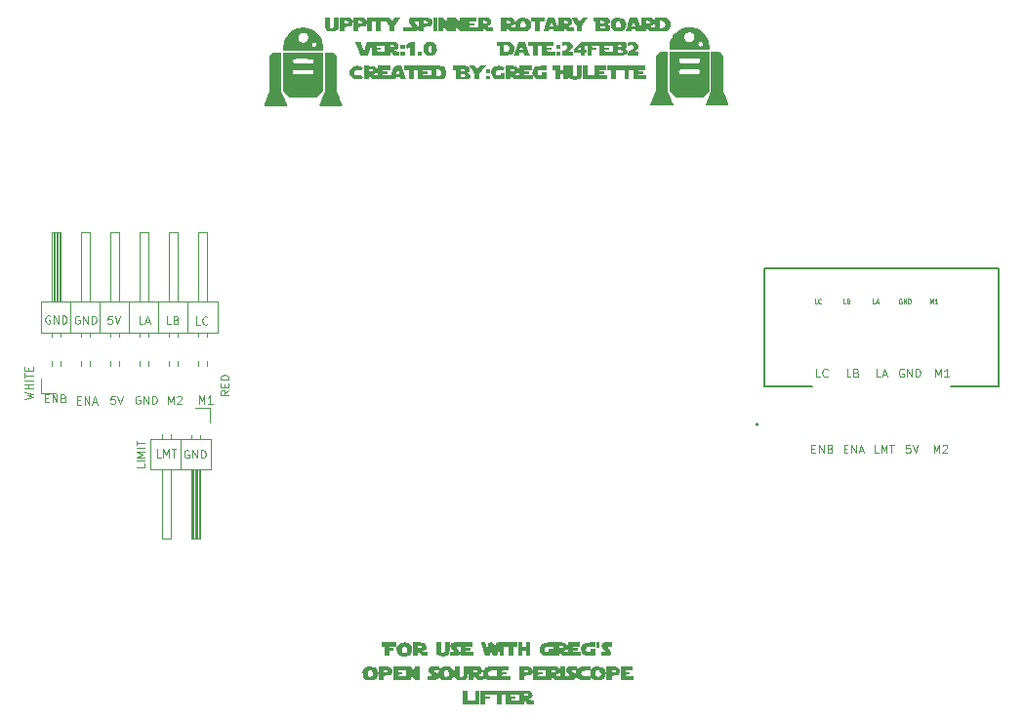
<source format=gbr>
%TF.GenerationSoftware,KiCad,Pcbnew,(6.0.0-0)*%
%TF.CreationDate,2022-02-24T10:59:23-05:00*%
%TF.ProjectId,Rotary,526f7461-7279-42e6-9b69-6361645f7063,rev?*%
%TF.SameCoordinates,Original*%
%TF.FileFunction,Legend,Top*%
%TF.FilePolarity,Positive*%
%FSLAX46Y46*%
G04 Gerber Fmt 4.6, Leading zero omitted, Abs format (unit mm)*
G04 Created by KiCad (PCBNEW (6.0.0-0)) date 2022-02-24 10:59:23*
%MOMM*%
%LPD*%
G01*
G04 APERTURE LIST*
%ADD10C,0.075000*%
%ADD11C,0.100000*%
%ADD12C,0.010000*%
%ADD13C,0.120000*%
%ADD14C,0.127000*%
%ADD15C,0.200000*%
G04 APERTURE END LIST*
D10*
X116036666Y-106923333D02*
X116036666Y-107256666D01*
X115336666Y-107256666D01*
X116036666Y-106690000D02*
X115336666Y-106690000D01*
X116036666Y-106356666D02*
X115336666Y-106356666D01*
X115836666Y-106123333D01*
X115336666Y-105890000D01*
X116036666Y-105890000D01*
X116036666Y-105556666D02*
X115336666Y-105556666D01*
X115336666Y-105323333D02*
X115336666Y-104923333D01*
X116036666Y-105123333D02*
X115336666Y-105123333D01*
X177256666Y-99396666D02*
X176923333Y-99396666D01*
X176923333Y-98696666D01*
X177723333Y-99030000D02*
X177823333Y-99063333D01*
X177856666Y-99096666D01*
X177890000Y-99163333D01*
X177890000Y-99263333D01*
X177856666Y-99330000D01*
X177823333Y-99363333D01*
X177756666Y-99396666D01*
X177490000Y-99396666D01*
X177490000Y-98696666D01*
X177723333Y-98696666D01*
X177790000Y-98730000D01*
X177823333Y-98763333D01*
X177856666Y-98830000D01*
X177856666Y-98896666D01*
X177823333Y-98963333D01*
X177790000Y-98996666D01*
X177723333Y-99030000D01*
X177490000Y-99030000D01*
X179846666Y-99396666D02*
X179513333Y-99396666D01*
X179513333Y-98696666D01*
X180046666Y-99196666D02*
X180380000Y-99196666D01*
X179980000Y-99396666D02*
X180213333Y-98696666D01*
X180446666Y-99396666D01*
X181836666Y-98730000D02*
X181770000Y-98696666D01*
X181670000Y-98696666D01*
X181570000Y-98730000D01*
X181503333Y-98796666D01*
X181470000Y-98863333D01*
X181436666Y-98996666D01*
X181436666Y-99096666D01*
X181470000Y-99230000D01*
X181503333Y-99296666D01*
X181570000Y-99363333D01*
X181670000Y-99396666D01*
X181736666Y-99396666D01*
X181836666Y-99363333D01*
X181870000Y-99330000D01*
X181870000Y-99096666D01*
X181736666Y-99096666D01*
X182170000Y-99396666D02*
X182170000Y-98696666D01*
X182570000Y-99396666D01*
X182570000Y-98696666D01*
X182903333Y-99396666D02*
X182903333Y-98696666D01*
X183070000Y-98696666D01*
X183170000Y-98730000D01*
X183236666Y-98796666D01*
X183270000Y-98863333D01*
X183303333Y-98996666D01*
X183303333Y-99096666D01*
X183270000Y-99230000D01*
X183236666Y-99296666D01*
X183170000Y-99363333D01*
X183070000Y-99396666D01*
X182903333Y-99396666D01*
X174596666Y-99396666D02*
X174263333Y-99396666D01*
X174263333Y-98696666D01*
X175230000Y-99330000D02*
X175196666Y-99363333D01*
X175096666Y-99396666D01*
X175030000Y-99396666D01*
X174930000Y-99363333D01*
X174863333Y-99296666D01*
X174830000Y-99230000D01*
X174796666Y-99096666D01*
X174796666Y-98996666D01*
X174830000Y-98863333D01*
X174863333Y-98796666D01*
X174930000Y-98730000D01*
X175030000Y-98696666D01*
X175096666Y-98696666D01*
X175196666Y-98730000D01*
X175230000Y-98763333D01*
X182396666Y-105286666D02*
X182063333Y-105286666D01*
X182030000Y-105620000D01*
X182063333Y-105586666D01*
X182130000Y-105553333D01*
X182296666Y-105553333D01*
X182363333Y-105586666D01*
X182396666Y-105620000D01*
X182430000Y-105686666D01*
X182430000Y-105853333D01*
X182396666Y-105920000D01*
X182363333Y-105953333D01*
X182296666Y-105986666D01*
X182130000Y-105986666D01*
X182063333Y-105953333D01*
X182030000Y-105920000D01*
X182630000Y-105286666D02*
X182863333Y-105986666D01*
X183096666Y-105286666D01*
X184603333Y-99396666D02*
X184603333Y-98696666D01*
X184836666Y-99196666D01*
X185070000Y-98696666D01*
X185070000Y-99396666D01*
X185770000Y-99396666D02*
X185370000Y-99396666D01*
X185570000Y-99396666D02*
X185570000Y-98696666D01*
X185503333Y-98796666D01*
X185436666Y-98863333D01*
X185370000Y-98896666D01*
X176673333Y-105600000D02*
X176906666Y-105600000D01*
X177006666Y-105966666D02*
X176673333Y-105966666D01*
X176673333Y-105266666D01*
X177006666Y-105266666D01*
X177306666Y-105966666D02*
X177306666Y-105266666D01*
X177706666Y-105966666D01*
X177706666Y-105266666D01*
X178006666Y-105766666D02*
X178340000Y-105766666D01*
X177940000Y-105966666D02*
X178173333Y-105266666D01*
X178406666Y-105966666D01*
X184473333Y-105976666D02*
X184473333Y-105276666D01*
X184706666Y-105776666D01*
X184940000Y-105276666D01*
X184940000Y-105976666D01*
X185240000Y-105343333D02*
X185273333Y-105310000D01*
X185340000Y-105276666D01*
X185506666Y-105276666D01*
X185573333Y-105310000D01*
X185606666Y-105343333D01*
X185640000Y-105410000D01*
X185640000Y-105476666D01*
X185606666Y-105576666D01*
X185206666Y-105976666D01*
X185640000Y-105976666D01*
X173873333Y-105600000D02*
X174106666Y-105600000D01*
X174206666Y-105966666D02*
X173873333Y-105966666D01*
X173873333Y-105266666D01*
X174206666Y-105266666D01*
X174506666Y-105966666D02*
X174506666Y-105266666D01*
X174906666Y-105966666D01*
X174906666Y-105266666D01*
X175473333Y-105600000D02*
X175573333Y-105633333D01*
X175606666Y-105666666D01*
X175640000Y-105733333D01*
X175640000Y-105833333D01*
X175606666Y-105900000D01*
X175573333Y-105933333D01*
X175506666Y-105966666D01*
X175240000Y-105966666D01*
X175240000Y-105266666D01*
X175473333Y-105266666D01*
X175540000Y-105300000D01*
X175573333Y-105333333D01*
X175606666Y-105400000D01*
X175606666Y-105466666D01*
X175573333Y-105533333D01*
X175540000Y-105566666D01*
X175473333Y-105600000D01*
X175240000Y-105600000D01*
X120816666Y-94856666D02*
X120483333Y-94856666D01*
X120483333Y-94156666D01*
X121450000Y-94790000D02*
X121416666Y-94823333D01*
X121316666Y-94856666D01*
X121250000Y-94856666D01*
X121150000Y-94823333D01*
X121083333Y-94756666D01*
X121050000Y-94690000D01*
X121016666Y-94556666D01*
X121016666Y-94456666D01*
X121050000Y-94323333D01*
X121083333Y-94256666D01*
X121150000Y-94190000D01*
X121250000Y-94156666D01*
X121316666Y-94156666D01*
X121416666Y-94190000D01*
X121450000Y-94223333D01*
X118286666Y-94806666D02*
X117953333Y-94806666D01*
X117953333Y-94106666D01*
X118753333Y-94440000D02*
X118853333Y-94473333D01*
X118886666Y-94506666D01*
X118920000Y-94573333D01*
X118920000Y-94673333D01*
X118886666Y-94740000D01*
X118853333Y-94773333D01*
X118786666Y-94806666D01*
X118520000Y-94806666D01*
X118520000Y-94106666D01*
X118753333Y-94106666D01*
X118820000Y-94140000D01*
X118853333Y-94173333D01*
X118886666Y-94240000D01*
X118886666Y-94306666D01*
X118853333Y-94373333D01*
X118820000Y-94406666D01*
X118753333Y-94440000D01*
X118520000Y-94440000D01*
X115876666Y-94786666D02*
X115543333Y-94786666D01*
X115543333Y-94086666D01*
X116076666Y-94586666D02*
X116410000Y-94586666D01*
X116010000Y-94786666D02*
X116243333Y-94086666D01*
X116476666Y-94786666D01*
X113196666Y-94106666D02*
X112863333Y-94106666D01*
X112830000Y-94440000D01*
X112863333Y-94406666D01*
X112930000Y-94373333D01*
X113096666Y-94373333D01*
X113163333Y-94406666D01*
X113196666Y-94440000D01*
X113230000Y-94506666D01*
X113230000Y-94673333D01*
X113196666Y-94740000D01*
X113163333Y-94773333D01*
X113096666Y-94806666D01*
X112930000Y-94806666D01*
X112863333Y-94773333D01*
X112830000Y-94740000D01*
X113430000Y-94106666D02*
X113663333Y-94806666D01*
X113896666Y-94106666D01*
X110356666Y-94120000D02*
X110290000Y-94086666D01*
X110190000Y-94086666D01*
X110090000Y-94120000D01*
X110023333Y-94186666D01*
X109990000Y-94253333D01*
X109956666Y-94386666D01*
X109956666Y-94486666D01*
X109990000Y-94620000D01*
X110023333Y-94686666D01*
X110090000Y-94753333D01*
X110190000Y-94786666D01*
X110256666Y-94786666D01*
X110356666Y-94753333D01*
X110390000Y-94720000D01*
X110390000Y-94486666D01*
X110256666Y-94486666D01*
X110690000Y-94786666D02*
X110690000Y-94086666D01*
X111090000Y-94786666D01*
X111090000Y-94086666D01*
X111423333Y-94786666D02*
X111423333Y-94086666D01*
X111590000Y-94086666D01*
X111690000Y-94120000D01*
X111756666Y-94186666D01*
X111790000Y-94253333D01*
X111823333Y-94386666D01*
X111823333Y-94486666D01*
X111790000Y-94620000D01*
X111756666Y-94686666D01*
X111690000Y-94753333D01*
X111590000Y-94786666D01*
X111423333Y-94786666D01*
X107786666Y-94100000D02*
X107720000Y-94066666D01*
X107620000Y-94066666D01*
X107520000Y-94100000D01*
X107453333Y-94166666D01*
X107420000Y-94233333D01*
X107386666Y-94366666D01*
X107386666Y-94466666D01*
X107420000Y-94600000D01*
X107453333Y-94666666D01*
X107520000Y-94733333D01*
X107620000Y-94766666D01*
X107686666Y-94766666D01*
X107786666Y-94733333D01*
X107820000Y-94700000D01*
X107820000Y-94466666D01*
X107686666Y-94466666D01*
X108120000Y-94766666D02*
X108120000Y-94066666D01*
X108520000Y-94766666D01*
X108520000Y-94066666D01*
X108853333Y-94766666D02*
X108853333Y-94066666D01*
X109020000Y-94066666D01*
X109120000Y-94100000D01*
X109186666Y-94166666D01*
X109220000Y-94233333D01*
X109253333Y-94366666D01*
X109253333Y-94466666D01*
X109220000Y-94600000D01*
X109186666Y-94666666D01*
X109120000Y-94733333D01*
X109020000Y-94766666D01*
X108853333Y-94766666D01*
X120733333Y-101706666D02*
X120733333Y-101006666D01*
X120966666Y-101506666D01*
X121200000Y-101006666D01*
X121200000Y-101706666D01*
X121900000Y-101706666D02*
X121500000Y-101706666D01*
X121700000Y-101706666D02*
X121700000Y-101006666D01*
X121633333Y-101106666D01*
X121566666Y-101173333D01*
X121500000Y-101206666D01*
X118073333Y-101756666D02*
X118073333Y-101056666D01*
X118306666Y-101556666D01*
X118540000Y-101056666D01*
X118540000Y-101756666D01*
X118840000Y-101123333D02*
X118873333Y-101090000D01*
X118940000Y-101056666D01*
X119106666Y-101056666D01*
X119173333Y-101090000D01*
X119206666Y-101123333D01*
X119240000Y-101190000D01*
X119240000Y-101256666D01*
X119206666Y-101356666D01*
X118806666Y-101756666D01*
X119240000Y-101756666D01*
X115616666Y-101060000D02*
X115550000Y-101026666D01*
X115450000Y-101026666D01*
X115350000Y-101060000D01*
X115283333Y-101126666D01*
X115250000Y-101193333D01*
X115216666Y-101326666D01*
X115216666Y-101426666D01*
X115250000Y-101560000D01*
X115283333Y-101626666D01*
X115350000Y-101693333D01*
X115450000Y-101726666D01*
X115516666Y-101726666D01*
X115616666Y-101693333D01*
X115650000Y-101660000D01*
X115650000Y-101426666D01*
X115516666Y-101426666D01*
X115950000Y-101726666D02*
X115950000Y-101026666D01*
X116350000Y-101726666D01*
X116350000Y-101026666D01*
X116683333Y-101726666D02*
X116683333Y-101026666D01*
X116850000Y-101026666D01*
X116950000Y-101060000D01*
X117016666Y-101126666D01*
X117050000Y-101193333D01*
X117083333Y-101326666D01*
X117083333Y-101426666D01*
X117050000Y-101560000D01*
X117016666Y-101626666D01*
X116950000Y-101693333D01*
X116850000Y-101726666D01*
X116683333Y-101726666D01*
X113436666Y-101036666D02*
X113103333Y-101036666D01*
X113070000Y-101370000D01*
X113103333Y-101336666D01*
X113170000Y-101303333D01*
X113336666Y-101303333D01*
X113403333Y-101336666D01*
X113436666Y-101370000D01*
X113470000Y-101436666D01*
X113470000Y-101603333D01*
X113436666Y-101670000D01*
X113403333Y-101703333D01*
X113336666Y-101736666D01*
X113170000Y-101736666D01*
X113103333Y-101703333D01*
X113070000Y-101670000D01*
X113670000Y-101036666D02*
X113903333Y-101736666D01*
X114136666Y-101036666D01*
X110173333Y-101430000D02*
X110406666Y-101430000D01*
X110506666Y-101796666D02*
X110173333Y-101796666D01*
X110173333Y-101096666D01*
X110506666Y-101096666D01*
X110806666Y-101796666D02*
X110806666Y-101096666D01*
X111206666Y-101796666D01*
X111206666Y-101096666D01*
X111506666Y-101596666D02*
X111840000Y-101596666D01*
X111440000Y-101796666D02*
X111673333Y-101096666D01*
X111906666Y-101796666D01*
D11*
X174323809Y-93020952D02*
X174133333Y-93020952D01*
X174133333Y-92620952D01*
X174685714Y-92982857D02*
X174666666Y-93001904D01*
X174609523Y-93020952D01*
X174571428Y-93020952D01*
X174514285Y-93001904D01*
X174476190Y-92963809D01*
X174457142Y-92925714D01*
X174438095Y-92849523D01*
X174438095Y-92792380D01*
X174457142Y-92716190D01*
X174476190Y-92678095D01*
X174514285Y-92640000D01*
X174571428Y-92620952D01*
X174609523Y-92620952D01*
X174666666Y-92640000D01*
X174685714Y-92659047D01*
D10*
X123306666Y-100560000D02*
X122973333Y-100793333D01*
X123306666Y-100960000D02*
X122606666Y-100960000D01*
X122606666Y-100693333D01*
X122640000Y-100626666D01*
X122673333Y-100593333D01*
X122740000Y-100560000D01*
X122840000Y-100560000D01*
X122906666Y-100593333D01*
X122940000Y-100626666D01*
X122973333Y-100693333D01*
X122973333Y-100960000D01*
X122940000Y-100260000D02*
X122940000Y-100026666D01*
X123306666Y-99926666D02*
X123306666Y-100260000D01*
X122606666Y-100260000D01*
X122606666Y-99926666D01*
X123306666Y-99626666D02*
X122606666Y-99626666D01*
X122606666Y-99460000D01*
X122640000Y-99360000D01*
X122706666Y-99293333D01*
X122773333Y-99260000D01*
X122906666Y-99226666D01*
X123006666Y-99226666D01*
X123140000Y-99260000D01*
X123206666Y-99293333D01*
X123273333Y-99360000D01*
X123306666Y-99460000D01*
X123306666Y-99626666D01*
D11*
X176813809Y-93020952D02*
X176623333Y-93020952D01*
X176623333Y-92620952D01*
X177080476Y-92811428D02*
X177137619Y-92830476D01*
X177156666Y-92849523D01*
X177175714Y-92887619D01*
X177175714Y-92944761D01*
X177156666Y-92982857D01*
X177137619Y-93001904D01*
X177099523Y-93020952D01*
X176947142Y-93020952D01*
X176947142Y-92620952D01*
X177080476Y-92620952D01*
X177118571Y-92640000D01*
X177137619Y-92659047D01*
X177156666Y-92697142D01*
X177156666Y-92735238D01*
X177137619Y-92773333D01*
X177118571Y-92792380D01*
X177080476Y-92811428D01*
X176947142Y-92811428D01*
X181645238Y-92640000D02*
X181607142Y-92620952D01*
X181550000Y-92620952D01*
X181492857Y-92640000D01*
X181454761Y-92678095D01*
X181435714Y-92716190D01*
X181416666Y-92792380D01*
X181416666Y-92849523D01*
X181435714Y-92925714D01*
X181454761Y-92963809D01*
X181492857Y-93001904D01*
X181550000Y-93020952D01*
X181588095Y-93020952D01*
X181645238Y-93001904D01*
X181664285Y-92982857D01*
X181664285Y-92849523D01*
X181588095Y-92849523D01*
X181835714Y-93020952D02*
X181835714Y-92620952D01*
X182064285Y-93020952D01*
X182064285Y-92620952D01*
X182254761Y-93020952D02*
X182254761Y-92620952D01*
X182350000Y-92620952D01*
X182407142Y-92640000D01*
X182445238Y-92678095D01*
X182464285Y-92716190D01*
X182483333Y-92792380D01*
X182483333Y-92849523D01*
X182464285Y-92925714D01*
X182445238Y-92963809D01*
X182407142Y-93001904D01*
X182350000Y-93020952D01*
X182254761Y-93020952D01*
D10*
X105626666Y-101286666D02*
X106326666Y-101120000D01*
X105826666Y-100986666D01*
X106326666Y-100853333D01*
X105626666Y-100686666D01*
X106326666Y-100420000D02*
X105626666Y-100420000D01*
X105960000Y-100420000D02*
X105960000Y-100020000D01*
X106326666Y-100020000D02*
X105626666Y-100020000D01*
X106326666Y-99686666D02*
X105626666Y-99686666D01*
X105626666Y-99453333D02*
X105626666Y-99053333D01*
X106326666Y-99253333D02*
X105626666Y-99253333D01*
X105960000Y-98820000D02*
X105960000Y-98586666D01*
X106326666Y-98486666D02*
X106326666Y-98820000D01*
X105626666Y-98820000D01*
X105626666Y-98486666D01*
X117410000Y-106366666D02*
X117076666Y-106366666D01*
X117076666Y-105666666D01*
X117643333Y-106366666D02*
X117643333Y-105666666D01*
X117876666Y-106166666D01*
X118110000Y-105666666D01*
X118110000Y-106366666D01*
X118343333Y-105666666D02*
X118743333Y-105666666D01*
X118543333Y-106366666D02*
X118543333Y-105666666D01*
X179680000Y-105976666D02*
X179346666Y-105976666D01*
X179346666Y-105276666D01*
X179913333Y-105976666D02*
X179913333Y-105276666D01*
X180146666Y-105776666D01*
X180380000Y-105276666D01*
X180380000Y-105976666D01*
X180613333Y-105276666D02*
X181013333Y-105276666D01*
X180813333Y-105976666D02*
X180813333Y-105276666D01*
D11*
X184126190Y-93020952D02*
X184126190Y-92620952D01*
X184259523Y-92906666D01*
X184392857Y-92620952D01*
X184392857Y-93020952D01*
X184792857Y-93020952D02*
X184564285Y-93020952D01*
X184678571Y-93020952D02*
X184678571Y-92620952D01*
X184640476Y-92678095D01*
X184602380Y-92716190D01*
X184564285Y-92735238D01*
D10*
X119836666Y-105770000D02*
X119770000Y-105736666D01*
X119670000Y-105736666D01*
X119570000Y-105770000D01*
X119503333Y-105836666D01*
X119470000Y-105903333D01*
X119436666Y-106036666D01*
X119436666Y-106136666D01*
X119470000Y-106270000D01*
X119503333Y-106336666D01*
X119570000Y-106403333D01*
X119670000Y-106436666D01*
X119736666Y-106436666D01*
X119836666Y-106403333D01*
X119870000Y-106370000D01*
X119870000Y-106136666D01*
X119736666Y-106136666D01*
X120170000Y-106436666D02*
X120170000Y-105736666D01*
X120570000Y-106436666D01*
X120570000Y-105736666D01*
X120903333Y-106436666D02*
X120903333Y-105736666D01*
X121070000Y-105736666D01*
X121170000Y-105770000D01*
X121236666Y-105836666D01*
X121270000Y-105903333D01*
X121303333Y-106036666D01*
X121303333Y-106136666D01*
X121270000Y-106270000D01*
X121236666Y-106336666D01*
X121170000Y-106403333D01*
X121070000Y-106436666D01*
X120903333Y-106436666D01*
X107373333Y-101240000D02*
X107606666Y-101240000D01*
X107706666Y-101606666D02*
X107373333Y-101606666D01*
X107373333Y-100906666D01*
X107706666Y-100906666D01*
X108006666Y-101606666D02*
X108006666Y-100906666D01*
X108406666Y-101606666D01*
X108406666Y-100906666D01*
X108973333Y-101240000D02*
X109073333Y-101273333D01*
X109106666Y-101306666D01*
X109140000Y-101373333D01*
X109140000Y-101473333D01*
X109106666Y-101540000D01*
X109073333Y-101573333D01*
X109006666Y-101606666D01*
X108740000Y-101606666D01*
X108740000Y-100906666D01*
X108973333Y-100906666D01*
X109040000Y-100940000D01*
X109073333Y-100973333D01*
X109106666Y-101040000D01*
X109106666Y-101106666D01*
X109073333Y-101173333D01*
X109040000Y-101206666D01*
X108973333Y-101240000D01*
X108740000Y-101240000D01*
D11*
X179362380Y-93020952D02*
X179171904Y-93020952D01*
X179171904Y-92620952D01*
X179476666Y-92906666D02*
X179667142Y-92906666D01*
X179438571Y-93020952D02*
X179571904Y-92620952D01*
X179705238Y-93020952D01*
%TO.C,G\u002A\u002A\u002A*%
G36*
X145735326Y-122894748D02*
G01*
X145793904Y-122701837D01*
X145824884Y-122593701D01*
X145846284Y-122507352D01*
X145852918Y-122467201D01*
X145872677Y-122443410D01*
X145937549Y-122433321D01*
X146049792Y-122435049D01*
X146246229Y-122444622D01*
X146317166Y-122669685D01*
X146388102Y-122894748D01*
X146428979Y-122717913D01*
X146454497Y-122609328D01*
X146476157Y-122520271D01*
X146485291Y-122484811D01*
X146493836Y-122468495D01*
X146514123Y-122455661D01*
X146553100Y-122445894D01*
X146617719Y-122438783D01*
X146714928Y-122433913D01*
X146851678Y-122430870D01*
X147034918Y-122429242D01*
X147271599Y-122428614D01*
X147430964Y-122428546D01*
X148361203Y-122428546D01*
X148361203Y-122782217D01*
X148007532Y-122782217D01*
X148007532Y-123618166D01*
X147589557Y-123618166D01*
X147589557Y-122782217D01*
X147203734Y-122782217D01*
X147203734Y-123618166D01*
X146817912Y-123618166D01*
X146814876Y-123208229D01*
X146811841Y-122798293D01*
X146708603Y-123200191D01*
X146605366Y-123602090D01*
X146195289Y-123602090D01*
X146126968Y-123377027D01*
X146058646Y-123151963D01*
X146000765Y-123385065D01*
X145942884Y-123618166D01*
X145541687Y-123618166D01*
X145408228Y-123176077D01*
X145355722Y-123002304D01*
X145305633Y-122836807D01*
X145262959Y-122696081D01*
X145232698Y-122596619D01*
X145228005Y-122581267D01*
X145181240Y-122428546D01*
X145583482Y-122428546D01*
X145735326Y-122894748D01*
G37*
G36*
X151318649Y-124524141D02*
G01*
X151800399Y-124534495D01*
X151902279Y-124636464D01*
X151970526Y-124718672D01*
X152000844Y-124804133D01*
X152007300Y-124888262D01*
X152002728Y-124989661D01*
X151974927Y-125058845D01*
X151910819Y-125127097D01*
X151905442Y-125131925D01*
X151830311Y-125189896D01*
X151767672Y-125222877D01*
X151752721Y-125225761D01*
X151710213Y-125239827D01*
X151705000Y-125251482D01*
X151734654Y-125307296D01*
X151817908Y-125342839D01*
X151936494Y-125354368D01*
X152090823Y-125354368D01*
X152090823Y-124518419D01*
X152476646Y-124518419D01*
X152476646Y-125708039D01*
X151658637Y-125708039D01*
X151472831Y-125524172D01*
X151287026Y-125340305D01*
X151287026Y-125708039D01*
X149711582Y-125708039D01*
X149711582Y-124518419D01*
X150740443Y-124518419D01*
X150740443Y-124872090D01*
X150435000Y-124872090D01*
X150293499Y-124872648D01*
X150204257Y-124876436D01*
X150155229Y-124886623D01*
X150134370Y-124906379D01*
X150129634Y-124938873D01*
X150129557Y-124952470D01*
X150133642Y-124997017D01*
X150155962Y-125021068D01*
X150211617Y-125030915D01*
X150315707Y-125032848D01*
X150322469Y-125032849D01*
X150515380Y-125032849D01*
X150515380Y-125225761D01*
X150322469Y-125225761D01*
X150214724Y-125228107D01*
X150156504Y-125238414D01*
X150133104Y-125261583D01*
X150129557Y-125290065D01*
X150133627Y-125318207D01*
X150153247Y-125336679D01*
X150199534Y-125347503D01*
X150283604Y-125352699D01*
X150416572Y-125354289D01*
X150483228Y-125354368D01*
X150836899Y-125354368D01*
X150836899Y-124902562D01*
X151287026Y-124902562D01*
X151289806Y-124958415D01*
X151308636Y-124987636D01*
X151359251Y-124998854D01*
X151457386Y-125000697D01*
X151465997Y-125000698D01*
X151567658Y-124999157D01*
X151619834Y-124989363D01*
X151637338Y-124963555D01*
X151634988Y-124913971D01*
X151634794Y-124912280D01*
X151623643Y-124860321D01*
X151594214Y-124832508D01*
X151529359Y-124819436D01*
X151455823Y-124814144D01*
X151287026Y-124804426D01*
X151287026Y-124902562D01*
X150836899Y-124902562D01*
X150836899Y-124513786D01*
X151318649Y-124524141D01*
G37*
G36*
X148971561Y-126614014D02*
G01*
X149453311Y-126624368D01*
X149555190Y-126726338D01*
X149623438Y-126808546D01*
X149653755Y-126894007D01*
X149660212Y-126978135D01*
X149655640Y-127079534D01*
X149627838Y-127148718D01*
X149563730Y-127216970D01*
X149558354Y-127221799D01*
X149483222Y-127279769D01*
X149420584Y-127312750D01*
X149405632Y-127315634D01*
X149363125Y-127329701D01*
X149357912Y-127341356D01*
X149387749Y-127397228D01*
X149473325Y-127432340D01*
X149605481Y-127444242D01*
X149775886Y-127444242D01*
X149775886Y-127797913D01*
X149311548Y-127797913D01*
X149125743Y-127614046D01*
X148939937Y-127430179D01*
X148939937Y-127797913D01*
X147364494Y-127797913D01*
X147364494Y-126608293D01*
X148393355Y-126608293D01*
X148393355Y-126961963D01*
X148087912Y-126961963D01*
X147946411Y-126962522D01*
X147857169Y-126966309D01*
X147808141Y-126976496D01*
X147787281Y-126996252D01*
X147782546Y-127028747D01*
X147782469Y-127042343D01*
X147786553Y-127086891D01*
X147808873Y-127110942D01*
X147864529Y-127120788D01*
X147968618Y-127122721D01*
X147975380Y-127122723D01*
X148168291Y-127122723D01*
X148168291Y-127315634D01*
X147975380Y-127315634D01*
X147867635Y-127317981D01*
X147809415Y-127328287D01*
X147786015Y-127351457D01*
X147782469Y-127379938D01*
X147786538Y-127408080D01*
X147806159Y-127426552D01*
X147852446Y-127437376D01*
X147936515Y-127442573D01*
X148069484Y-127444163D01*
X148136139Y-127444242D01*
X148489810Y-127444242D01*
X148489810Y-126992435D01*
X148939937Y-126992435D01*
X148942717Y-127048288D01*
X148961547Y-127077510D01*
X149012162Y-127088728D01*
X149110297Y-127090570D01*
X149118908Y-127090571D01*
X149220570Y-127089031D01*
X149272745Y-127079237D01*
X149290250Y-127053428D01*
X149287900Y-127003844D01*
X149287705Y-127002153D01*
X149276554Y-126950195D01*
X149247125Y-126922381D01*
X149182270Y-126909309D01*
X149108734Y-126904017D01*
X148939937Y-126894299D01*
X148939937Y-126992435D01*
X148489810Y-126992435D01*
X148489810Y-126603660D01*
X148971561Y-126614014D01*
G37*
G36*
X153505507Y-124801356D02*
G01*
X153611509Y-124695353D01*
X153697645Y-124623924D01*
X153798201Y-124573594D01*
X153925389Y-124541303D01*
X154091421Y-124523994D01*
X154308510Y-124518609D01*
X154317342Y-124518598D01*
X154662975Y-124518419D01*
X154662975Y-124872090D01*
X154413798Y-124872269D01*
X154210451Y-124878776D01*
X154063536Y-124900701D01*
X153966180Y-124942158D01*
X153911514Y-125007258D01*
X153892666Y-125100116D01*
X153896857Y-125181686D01*
X153924963Y-125251867D01*
X153994804Y-125301922D01*
X154112412Y-125333908D01*
X154283816Y-125349882D01*
X154397722Y-125352554D01*
X154662975Y-125354368D01*
X154662975Y-125708039D01*
X154314102Y-125708039D01*
X154158239Y-125704670D01*
X154015199Y-125695581D01*
X153904097Y-125682297D01*
X153855937Y-125671447D01*
X153678286Y-125581810D01*
X153548028Y-125450876D01*
X153469005Y-125284662D01*
X153445059Y-125089182D01*
X153448413Y-125033430D01*
X153463915Y-124872090D01*
X153297158Y-124872090D01*
X153198740Y-124875726D01*
X153129023Y-124885032D01*
X153110022Y-124892469D01*
X153118609Y-124925190D01*
X153161487Y-124989676D01*
X153217294Y-125057868D01*
X153333350Y-125217963D01*
X153392092Y-125367587D01*
X153392014Y-125502241D01*
X153379316Y-125541444D01*
X153339605Y-125609495D01*
X153279288Y-125656893D01*
X153187837Y-125686921D01*
X153054721Y-125702860D01*
X152869413Y-125707993D01*
X152844880Y-125708039D01*
X152508798Y-125708039D01*
X152508798Y-125354368D01*
X152667660Y-125354368D01*
X152763983Y-125347806D01*
X152831619Y-125331096D01*
X152848186Y-125319314D01*
X152840302Y-125278110D01*
X152796376Y-125211234D01*
X152757430Y-125166593D01*
X152657258Y-125050766D01*
X152600026Y-124951127D01*
X152575868Y-124847168D01*
X152573101Y-124783353D01*
X152591940Y-124667187D01*
X152647515Y-124588327D01*
X152684300Y-124558669D01*
X152728299Y-124538789D01*
X152792350Y-124526762D01*
X152889291Y-124520664D01*
X153031960Y-124518569D01*
X153113718Y-124518419D01*
X153505507Y-124518419D01*
X153505507Y-124801356D01*
G37*
G36*
X156514888Y-124518419D02*
G01*
X156735443Y-124521819D01*
X156901649Y-124533935D01*
X157023193Y-124557643D01*
X157109765Y-124595820D01*
X157171052Y-124651342D01*
X157216566Y-124726712D01*
X157265734Y-124885290D01*
X157253329Y-125028431D01*
X157178682Y-125161318D01*
X157157553Y-125185677D01*
X157099973Y-125245233D01*
X157049137Y-125281632D01*
X156986181Y-125301584D01*
X156892240Y-125311801D01*
X156787806Y-125317217D01*
X156527785Y-125329025D01*
X156527785Y-125708039D01*
X156077658Y-125708039D01*
X156077658Y-125036210D01*
X156527785Y-125036210D01*
X156696582Y-125026492D01*
X156794753Y-125018742D01*
X156844833Y-125003410D01*
X156862984Y-124970329D01*
X156865380Y-124920318D01*
X156861709Y-124864009D01*
X156839924Y-124834138D01*
X156783861Y-124820538D01*
X156696582Y-124814144D01*
X156527785Y-124804426D01*
X156527785Y-125036210D01*
X156077658Y-125036210D01*
X156077658Y-124518419D01*
X156514888Y-124518419D01*
G37*
G36*
X148927040Y-124518419D02*
G01*
X149147595Y-124521819D01*
X149313801Y-124533935D01*
X149435345Y-124557643D01*
X149521917Y-124595820D01*
X149583204Y-124651342D01*
X149628718Y-124726712D01*
X149677886Y-124885290D01*
X149665480Y-125028431D01*
X149590834Y-125161318D01*
X149569705Y-125185677D01*
X149512125Y-125245233D01*
X149461289Y-125281632D01*
X149398332Y-125301584D01*
X149304392Y-125311801D01*
X149199958Y-125317217D01*
X148939937Y-125329025D01*
X148939937Y-125708039D01*
X148489810Y-125708039D01*
X148489810Y-125036210D01*
X148939937Y-125036210D01*
X149108734Y-125026492D01*
X149206905Y-125018742D01*
X149256985Y-125003410D01*
X149275136Y-124970329D01*
X149277532Y-124920318D01*
X149273861Y-124864009D01*
X149252075Y-124834138D01*
X149196013Y-124820538D01*
X149108734Y-124814144D01*
X148939937Y-124804426D01*
X148939937Y-125036210D01*
X148489810Y-125036210D01*
X148489810Y-124518419D01*
X148927040Y-124518419D01*
G37*
G36*
X155080950Y-122782217D02*
G01*
X154831560Y-122782217D01*
X154632748Y-122790506D01*
X154477932Y-122814373D01*
X154374266Y-122852319D01*
X154336171Y-122886123D01*
X154318799Y-122943863D01*
X154310029Y-123032170D01*
X154309796Y-123046338D01*
X154320093Y-123132372D01*
X154359800Y-123189114D01*
X154440858Y-123226260D01*
X154562492Y-123251504D01*
X154695127Y-123272714D01*
X154695127Y-123007280D01*
X155080950Y-123007280D01*
X155080950Y-123618166D01*
X154719241Y-123615628D01*
X154562805Y-123611622D01*
X154421145Y-123602762D01*
X154312074Y-123590457D01*
X154261076Y-123579373D01*
X154099402Y-123492608D01*
X153975783Y-123365989D01*
X153894217Y-123211932D01*
X153858703Y-123042855D01*
X153873242Y-122871175D01*
X153941832Y-122709309D01*
X153968521Y-122671007D01*
X154040992Y-122586289D01*
X154117320Y-122525212D01*
X154209990Y-122483568D01*
X154331485Y-122457153D01*
X154494286Y-122441759D01*
X154671013Y-122434302D01*
X155080950Y-122422088D01*
X155080950Y-122782217D01*
G37*
G36*
X138587026Y-124872090D02*
G01*
X138281582Y-124872090D01*
X138140082Y-124872648D01*
X138050840Y-124876436D01*
X138001811Y-124886623D01*
X137980952Y-124906379D01*
X137976217Y-124938873D01*
X137976139Y-124952470D01*
X137980224Y-124997017D01*
X138002544Y-125021068D01*
X138058199Y-125030915D01*
X138162289Y-125032848D01*
X138169051Y-125032849D01*
X138361962Y-125032849D01*
X138361962Y-125225761D01*
X138169051Y-125225761D01*
X138061306Y-125228107D01*
X138003086Y-125238414D01*
X137979686Y-125261583D01*
X137976139Y-125290065D01*
X137980209Y-125318207D01*
X137999830Y-125336679D01*
X138046117Y-125347503D01*
X138130186Y-125352699D01*
X138263155Y-125354289D01*
X138329810Y-125354368D01*
X138683481Y-125354368D01*
X138683481Y-124518419D01*
X139097189Y-124518419D01*
X139406899Y-124913235D01*
X139426043Y-124518419D01*
X139840950Y-124518419D01*
X139840950Y-125708039D01*
X139422908Y-125708039D01*
X139117532Y-125314187D01*
X139107960Y-125511113D01*
X139098387Y-125708039D01*
X137558165Y-125708039D01*
X137558165Y-124518419D01*
X138587026Y-124518419D01*
X138587026Y-124872090D01*
G37*
G36*
X151993839Y-122434267D02*
G01*
X152475589Y-122444622D01*
X152577468Y-122546591D01*
X152645716Y-122628799D01*
X152676034Y-122714260D01*
X152682490Y-122798388D01*
X152677918Y-122899787D01*
X152650116Y-122968971D01*
X152586008Y-123037223D01*
X152580632Y-123042052D01*
X152505501Y-123100022D01*
X152442862Y-123133004D01*
X152427911Y-123135887D01*
X152385403Y-123149954D01*
X152380190Y-123161609D01*
X152409843Y-123217422D01*
X152493098Y-123252966D01*
X152611684Y-123264495D01*
X152766013Y-123264495D01*
X152766013Y-122428546D01*
X153794874Y-122428546D01*
X153794874Y-122782217D01*
X153489431Y-122782217D01*
X153347930Y-122782775D01*
X153258688Y-122786562D01*
X153209660Y-122796749D01*
X153188800Y-122816505D01*
X153184065Y-122849000D01*
X153183988Y-122862596D01*
X153188072Y-122907144D01*
X153210392Y-122931195D01*
X153266048Y-122941041D01*
X153370137Y-122942974D01*
X153376899Y-122942976D01*
X153569810Y-122942976D01*
X153569810Y-123135887D01*
X153376899Y-123135887D01*
X153269154Y-123138234D01*
X153210934Y-123148541D01*
X153187534Y-123171710D01*
X153183988Y-123200191D01*
X153188057Y-123228333D01*
X153207678Y-123246805D01*
X153253965Y-123257629D01*
X153338034Y-123262826D01*
X153471003Y-123264416D01*
X153537658Y-123264495D01*
X153891329Y-123264495D01*
X153891329Y-123618166D01*
X152333827Y-123618166D01*
X151962215Y-123250432D01*
X151962215Y-123618166D01*
X151512089Y-123618166D01*
X151512089Y-122812688D01*
X151962215Y-122812688D01*
X151964995Y-122868541D01*
X151983825Y-122897763D01*
X152034441Y-122908981D01*
X152132576Y-122910823D01*
X152141186Y-122910824D01*
X152242848Y-122909284D01*
X152295023Y-122899490D01*
X152312528Y-122873681D01*
X152310178Y-122824098D01*
X152309984Y-122822406D01*
X152298833Y-122770448D01*
X152269404Y-122742634D01*
X152204549Y-122729563D01*
X152131013Y-122724270D01*
X151962215Y-122714552D01*
X151962215Y-122812688D01*
X151512089Y-122812688D01*
X151512089Y-122423913D01*
X151993839Y-122434267D01*
G37*
G36*
X137847532Y-122782217D02*
G01*
X137542089Y-122782217D01*
X137400588Y-122782775D01*
X137311346Y-122786562D01*
X137262318Y-122796749D01*
X137241458Y-122816505D01*
X137236723Y-122849000D01*
X137236646Y-122862596D01*
X137240730Y-122907144D01*
X137263051Y-122931195D01*
X137318706Y-122941041D01*
X137422795Y-122942974D01*
X137429557Y-122942976D01*
X137622469Y-122942976D01*
X137622469Y-123135887D01*
X137236646Y-123135887D01*
X137236646Y-123618166D01*
X136818671Y-123618166D01*
X136818671Y-122782217D01*
X136593608Y-122782217D01*
X136593608Y-122428546D01*
X137847532Y-122428546D01*
X137847532Y-122782217D01*
G37*
G36*
X136773622Y-124518419D02*
G01*
X136994177Y-124521819D01*
X137160383Y-124533935D01*
X137281928Y-124557643D01*
X137368499Y-124595820D01*
X137429786Y-124651342D01*
X137475301Y-124726712D01*
X137524469Y-124885290D01*
X137512063Y-125028431D01*
X137437416Y-125161318D01*
X137416287Y-125185677D01*
X137358707Y-125245233D01*
X137307871Y-125281632D01*
X137244915Y-125301584D01*
X137150974Y-125311801D01*
X137046540Y-125317217D01*
X136786519Y-125329025D01*
X136786519Y-125708039D01*
X136336393Y-125708039D01*
X136336393Y-125036210D01*
X136786519Y-125036210D01*
X136955317Y-125026492D01*
X137053487Y-125018742D01*
X137103567Y-125003410D01*
X137121718Y-124970329D01*
X137124114Y-124920318D01*
X137120444Y-124864009D01*
X137098658Y-124834138D01*
X137042595Y-124820538D01*
X136955317Y-124814144D01*
X136786519Y-124804426D01*
X136786519Y-125036210D01*
X136336393Y-125036210D01*
X136336393Y-124518419D01*
X136773622Y-124518419D01*
G37*
G36*
X148779177Y-122846520D02*
G01*
X149068545Y-122846520D01*
X149068545Y-122428546D01*
X149486519Y-122428546D01*
X149486519Y-123618166D01*
X149068545Y-123618166D01*
X149068545Y-123200191D01*
X148779177Y-123200191D01*
X148779177Y-123618166D01*
X148393355Y-123618166D01*
X148393355Y-122428546D01*
X148779177Y-122428546D01*
X148779177Y-122846520D01*
G37*
G36*
X141712890Y-122867999D02*
G01*
X141721836Y-123307452D01*
X141811284Y-123337224D01*
X141903913Y-123348277D01*
X141980081Y-123315004D01*
X142012493Y-123291308D01*
X142034607Y-123262544D01*
X142048391Y-123217083D01*
X142055811Y-123143293D01*
X142058835Y-123029544D01*
X142059429Y-122864206D01*
X142059431Y-122845779D01*
X142059431Y-122428546D01*
X142482266Y-122428546D01*
X142471797Y-122876444D01*
X142465241Y-123076072D01*
X142453546Y-123223788D01*
X142432572Y-123331972D01*
X142398178Y-123413009D01*
X142346220Y-123479282D01*
X142272559Y-123543172D01*
X142240686Y-123567409D01*
X142128701Y-123619110D01*
X141979428Y-123645518D01*
X141814871Y-123646236D01*
X141657030Y-123620865D01*
X141547379Y-123579966D01*
X141452889Y-123522758D01*
X141384047Y-123457398D01*
X141336989Y-123373094D01*
X141307851Y-123259056D01*
X141292770Y-123104494D01*
X141287881Y-122898617D01*
X141287785Y-122855060D01*
X141287785Y-122428546D01*
X141703945Y-122428546D01*
X141712890Y-122867999D01*
G37*
G36*
X156592089Y-122782217D02*
G01*
X156404536Y-122782217D01*
X156300076Y-122785461D01*
X156223584Y-122793855D01*
X156196604Y-122802596D01*
X156205192Y-122835317D01*
X156248070Y-122899802D01*
X156303877Y-122967995D01*
X156419932Y-123128090D01*
X156478674Y-123277713D01*
X156478597Y-123412367D01*
X156465898Y-123451571D01*
X156426187Y-123519621D01*
X156365870Y-123567020D01*
X156274419Y-123597047D01*
X156141303Y-123612987D01*
X155955995Y-123618120D01*
X155931462Y-123618166D01*
X155595380Y-123618166D01*
X155595380Y-123264495D01*
X155754242Y-123264495D01*
X155850565Y-123257932D01*
X155918201Y-123241222D01*
X155934769Y-123229441D01*
X155926885Y-123188236D01*
X155882958Y-123121360D01*
X155844012Y-123076719D01*
X155743841Y-122960892D01*
X155686609Y-122861254D01*
X155662451Y-122757295D01*
X155659684Y-122693479D01*
X155678522Y-122577314D01*
X155734098Y-122498454D01*
X155770883Y-122468796D01*
X155814882Y-122448916D01*
X155878932Y-122436889D01*
X155975873Y-122430791D01*
X156118542Y-122428695D01*
X156200300Y-122428546D01*
X156592089Y-122428546D01*
X156592089Y-122782217D01*
G37*
G36*
X147621709Y-124872090D02*
G01*
X147316266Y-124872090D01*
X147174765Y-124872648D01*
X147085523Y-124876436D01*
X147036495Y-124886623D01*
X147015636Y-124906379D01*
X147010900Y-124938873D01*
X147010823Y-124952470D01*
X147014908Y-124997017D01*
X147037228Y-125021068D01*
X147092883Y-125030915D01*
X147196973Y-125032848D01*
X147203734Y-125032849D01*
X147396646Y-125032849D01*
X147396646Y-125225761D01*
X147203734Y-125225761D01*
X147095989Y-125228107D01*
X147037770Y-125238414D01*
X147014370Y-125261583D01*
X147010823Y-125290065D01*
X147014893Y-125318207D01*
X147034513Y-125336679D01*
X147080800Y-125347503D01*
X147164870Y-125352699D01*
X147297838Y-125354289D01*
X147364494Y-125354368D01*
X147718165Y-125354368D01*
X147718165Y-125708039D01*
X146592848Y-125708039D01*
X146592848Y-124518419D01*
X147621709Y-124518419D01*
X147621709Y-124872090D01*
G37*
G36*
X154711799Y-124862934D02*
G01*
X154805197Y-124713889D01*
X154946027Y-124605836D01*
X155131777Y-124541317D01*
X155359934Y-124522871D01*
X155417300Y-124525358D01*
X155636556Y-124561842D01*
X155806952Y-124640106D01*
X155928629Y-124760288D01*
X156001730Y-124922532D01*
X156026397Y-125126978D01*
X156026400Y-125129305D01*
X156000257Y-125332657D01*
X155922527Y-125499361D01*
X155794260Y-125627250D01*
X155780819Y-125636421D01*
X155649003Y-125694788D01*
X155480318Y-125729220D01*
X155298100Y-125738365D01*
X155125689Y-125720870D01*
X154999240Y-125681722D01*
X154841609Y-125576922D01*
X154731758Y-125436704D01*
X154677347Y-125273836D01*
X154671368Y-125125457D01*
X155113101Y-125125457D01*
X155129644Y-125267467D01*
X155180973Y-125359240D01*
X155241709Y-125397553D01*
X155340419Y-125407275D01*
X155449390Y-125379727D01*
X155534336Y-125324015D01*
X155539114Y-125318558D01*
X155587188Y-125218223D01*
X155593221Y-125101207D01*
X155561638Y-124988497D01*
X155496863Y-124901084D01*
X155444490Y-124869730D01*
X155316608Y-124846920D01*
X155214440Y-124880377D01*
X155144666Y-124964946D01*
X155113966Y-125095473D01*
X155113101Y-125125457D01*
X154671368Y-125125457D01*
X154668345Y-125050430D01*
X154711799Y-124862934D01*
G37*
G36*
X134970533Y-124862934D02*
G01*
X135063931Y-124713889D01*
X135204761Y-124605836D01*
X135390511Y-124541317D01*
X135618668Y-124522871D01*
X135676034Y-124525358D01*
X135895290Y-124561842D01*
X136065686Y-124640106D01*
X136187363Y-124760288D01*
X136260464Y-124922532D01*
X136285132Y-125126978D01*
X136285134Y-125129305D01*
X136258991Y-125332657D01*
X136181261Y-125499361D01*
X136052994Y-125627250D01*
X136039553Y-125636421D01*
X135907738Y-125694788D01*
X135739052Y-125729220D01*
X135556834Y-125738365D01*
X135384423Y-125720870D01*
X135257974Y-125681722D01*
X135100344Y-125576922D01*
X134990492Y-125436704D01*
X134936081Y-125273836D01*
X134930102Y-125125457D01*
X135371836Y-125125457D01*
X135388378Y-125267467D01*
X135439707Y-125359240D01*
X135500443Y-125397553D01*
X135599154Y-125407275D01*
X135708124Y-125379727D01*
X135793070Y-125324015D01*
X135797848Y-125318558D01*
X135845922Y-125218223D01*
X135851955Y-125101207D01*
X135820372Y-124988497D01*
X135755597Y-124901084D01*
X135703224Y-124869730D01*
X135575342Y-124846920D01*
X135473174Y-124880377D01*
X135403400Y-124964946D01*
X135372700Y-125095473D01*
X135371836Y-125125457D01*
X134930102Y-125125457D01*
X134927079Y-125050430D01*
X134970533Y-124862934D01*
G37*
G36*
X141525432Y-124999217D02*
G01*
X141545760Y-124872090D01*
X141373903Y-124872090D01*
X141273975Y-124875622D01*
X141202555Y-124884685D01*
X141181667Y-124892469D01*
X141190255Y-124925190D01*
X141233133Y-124989676D01*
X141288940Y-125057868D01*
X141404995Y-125217963D01*
X141463738Y-125367587D01*
X141463660Y-125502241D01*
X141450962Y-125541444D01*
X141411251Y-125609495D01*
X141350934Y-125656893D01*
X141259482Y-125686921D01*
X141126367Y-125702860D01*
X140941058Y-125707993D01*
X140916525Y-125708039D01*
X140580443Y-125708039D01*
X140580443Y-125354368D01*
X140739305Y-125354368D01*
X140835628Y-125347806D01*
X140903265Y-125331096D01*
X140919832Y-125319314D01*
X140911948Y-125278110D01*
X140868022Y-125211234D01*
X140829075Y-125166593D01*
X140728904Y-125050766D01*
X140671672Y-124951127D01*
X140647514Y-124847168D01*
X140644747Y-124783353D01*
X140663586Y-124667187D01*
X140719161Y-124588327D01*
X140755946Y-124558669D01*
X140799945Y-124538789D01*
X140863996Y-124526762D01*
X140960936Y-124520664D01*
X141103605Y-124518569D01*
X141185364Y-124518419D01*
X141577152Y-124518419D01*
X141577152Y-124787665D01*
X141665570Y-124702975D01*
X141816207Y-124600293D01*
X142004429Y-124536860D01*
X142214829Y-124515504D01*
X142431997Y-124539053D01*
X142486050Y-124552429D01*
X142620681Y-124618057D01*
X142742318Y-124726664D01*
X142830660Y-124857780D01*
X142856054Y-124925576D01*
X142871916Y-124980009D01*
X142881912Y-124993160D01*
X142887652Y-124958689D01*
X142890742Y-124870259D01*
X142892057Y-124783672D01*
X142895380Y-124518419D01*
X143311540Y-124518419D01*
X143320485Y-124957872D01*
X143329431Y-125397326D01*
X143418879Y-125427098D01*
X143511507Y-125438150D01*
X143587676Y-125404878D01*
X143620088Y-125381181D01*
X143642202Y-125352418D01*
X143655986Y-125306956D01*
X143663406Y-125233167D01*
X143666430Y-125119418D01*
X143667024Y-124954079D01*
X143667026Y-124935653D01*
X143667026Y-124518419D01*
X144089861Y-124518419D01*
X144079392Y-124966317D01*
X144074084Y-125149632D01*
X144066987Y-125280705D01*
X144056374Y-125371597D01*
X144040522Y-125434370D01*
X144017704Y-125481086D01*
X144002634Y-125502875D01*
X143897038Y-125619725D01*
X143780675Y-125690877D01*
X143632868Y-125726977D01*
X143552750Y-125734486D01*
X143330164Y-125726957D01*
X143151830Y-125673436D01*
X143018254Y-125574232D01*
X142929940Y-125429658D01*
X142901412Y-125333600D01*
X142874907Y-125209685D01*
X142851446Y-125330729D01*
X142798849Y-125457090D01*
X142701351Y-125575810D01*
X142577358Y-125667976D01*
X142486050Y-125706181D01*
X142323005Y-125733994D01*
X142142934Y-125737296D01*
X141972584Y-125717197D01*
X141849113Y-125679756D01*
X141691318Y-125575819D01*
X141581908Y-125432257D01*
X141523538Y-125254655D01*
X141520608Y-125125457D01*
X141962975Y-125125457D01*
X141979517Y-125267467D01*
X142030846Y-125359240D01*
X142091582Y-125397553D01*
X142190293Y-125407275D01*
X142299263Y-125379727D01*
X142384209Y-125324015D01*
X142388988Y-125318558D01*
X142437062Y-125218223D01*
X142443094Y-125101207D01*
X142411511Y-124988497D01*
X142346736Y-124901084D01*
X142294363Y-124869730D01*
X142166481Y-124846920D01*
X142064313Y-124880377D01*
X141994539Y-124964946D01*
X141963839Y-125095473D01*
X141962975Y-125125457D01*
X141520608Y-125125457D01*
X141518865Y-125048597D01*
X141525432Y-124999217D01*
G37*
G36*
X158328291Y-124872090D02*
G01*
X158022848Y-124872090D01*
X157881348Y-124872648D01*
X157792105Y-124876436D01*
X157743077Y-124886623D01*
X157722218Y-124906379D01*
X157717483Y-124938873D01*
X157717405Y-124952470D01*
X157721490Y-124997017D01*
X157743810Y-125021068D01*
X157799465Y-125030915D01*
X157903555Y-125032848D01*
X157910317Y-125032849D01*
X158103228Y-125032849D01*
X158103228Y-125225761D01*
X157910317Y-125225761D01*
X157802572Y-125228107D01*
X157744352Y-125238414D01*
X157720952Y-125261583D01*
X157717405Y-125290065D01*
X157721475Y-125318207D01*
X157741096Y-125336679D01*
X157787382Y-125347503D01*
X157871452Y-125352699D01*
X158004420Y-125354289D01*
X158071076Y-125354368D01*
X158424747Y-125354368D01*
X158424747Y-125708039D01*
X157299431Y-125708039D01*
X157299431Y-124518419D01*
X158328291Y-124518419D01*
X158328291Y-124872090D01*
G37*
G36*
X144052848Y-127444242D02*
G01*
X144695886Y-127444242D01*
X144695886Y-126608293D01*
X145081709Y-126608293D01*
X145081709Y-127797913D01*
X143634874Y-127797913D01*
X143634874Y-126608293D01*
X144052848Y-126608293D01*
X144052848Y-127444242D01*
G37*
G36*
X155466772Y-122942976D02*
G01*
X155209557Y-122942976D01*
X155209557Y-122428546D01*
X155466772Y-122428546D01*
X155466772Y-122942976D01*
G37*
G36*
X139776118Y-122434267D02*
G01*
X140257868Y-122444622D01*
X140359747Y-122546591D01*
X140427994Y-122628799D01*
X140458312Y-122714260D01*
X140464769Y-122798388D01*
X140460197Y-122899787D01*
X140432395Y-122968971D01*
X140368287Y-123037223D01*
X140362911Y-123042052D01*
X140287779Y-123100022D01*
X140225141Y-123133004D01*
X140210189Y-123135887D01*
X140167682Y-123149954D01*
X140162469Y-123161609D01*
X140192306Y-123217482D01*
X140277882Y-123252593D01*
X140410038Y-123264495D01*
X140580443Y-123264495D01*
X140580443Y-123618166D01*
X140116105Y-123618166D01*
X139930300Y-123434299D01*
X139744494Y-123250432D01*
X139744494Y-123618166D01*
X139294367Y-123618166D01*
X139294367Y-122812688D01*
X139744494Y-122812688D01*
X139747274Y-122868541D01*
X139766104Y-122897763D01*
X139816719Y-122908981D01*
X139914854Y-122910823D01*
X139923465Y-122910824D01*
X140025127Y-122909284D01*
X140077302Y-122899490D01*
X140094807Y-122873681D01*
X140092457Y-122824098D01*
X140092262Y-122822406D01*
X140081111Y-122770448D01*
X140051682Y-122742634D01*
X139986827Y-122729563D01*
X139913291Y-122724270D01*
X139744494Y-122714552D01*
X139744494Y-122812688D01*
X139294367Y-122812688D01*
X139294367Y-122423913D01*
X139776118Y-122434267D01*
G37*
G36*
X144470823Y-122782217D02*
G01*
X144165380Y-122782217D01*
X144023879Y-122782775D01*
X143934637Y-122786562D01*
X143885609Y-122796749D01*
X143864750Y-122816505D01*
X143860014Y-122849000D01*
X143859937Y-122862596D01*
X143864022Y-122907144D01*
X143886342Y-122931195D01*
X143941997Y-122941041D01*
X144046087Y-122942974D01*
X144052848Y-122942976D01*
X144245760Y-122942976D01*
X144245760Y-123135887D01*
X144052848Y-123135887D01*
X143945103Y-123138234D01*
X143886884Y-123148541D01*
X143863483Y-123171710D01*
X143859937Y-123200191D01*
X143864007Y-123228333D01*
X143883627Y-123246805D01*
X143929914Y-123257629D01*
X144013984Y-123262826D01*
X144146952Y-123264416D01*
X144213608Y-123264495D01*
X144567279Y-123264495D01*
X144567279Y-123618166D01*
X143441962Y-123618166D01*
X143441962Y-122782217D01*
X143270485Y-122782217D01*
X143170669Y-122785756D01*
X143099375Y-122794837D01*
X143078629Y-122802596D01*
X143087217Y-122835317D01*
X143130095Y-122899802D01*
X143185902Y-122967995D01*
X143301957Y-123128090D01*
X143360700Y-123277713D01*
X143360622Y-123412367D01*
X143347924Y-123451571D01*
X143308213Y-123519621D01*
X143247896Y-123567020D01*
X143156444Y-123597047D01*
X143023329Y-123612987D01*
X142838020Y-123618120D01*
X142813487Y-123618166D01*
X142477405Y-123618166D01*
X142477405Y-123264495D01*
X142636267Y-123264495D01*
X142732590Y-123257932D01*
X142800227Y-123241222D01*
X142816794Y-123229441D01*
X142808910Y-123188236D01*
X142764984Y-123121360D01*
X142726037Y-123076719D01*
X142625866Y-122960892D01*
X142568634Y-122861254D01*
X142544476Y-122757295D01*
X142541709Y-122693479D01*
X142560548Y-122577314D01*
X142616123Y-122498454D01*
X142640010Y-122477850D01*
X142667726Y-122461750D01*
X142706932Y-122449600D01*
X142765291Y-122440845D01*
X142850466Y-122434929D01*
X142970118Y-122431296D01*
X143131909Y-122429392D01*
X143343503Y-122428660D01*
X143580680Y-122428546D01*
X144470823Y-122428546D01*
X144470823Y-122782217D01*
G37*
G36*
X137928508Y-122773060D02*
G01*
X138021906Y-122624016D01*
X138162736Y-122515963D01*
X138348485Y-122451443D01*
X138576643Y-122432997D01*
X138634009Y-122435485D01*
X138853265Y-122471969D01*
X139023661Y-122550232D01*
X139145338Y-122670415D01*
X139218439Y-122832659D01*
X139243106Y-123037104D01*
X139243109Y-123039432D01*
X139216966Y-123242784D01*
X139139236Y-123409487D01*
X139010968Y-123537377D01*
X138997528Y-123546548D01*
X138865712Y-123604915D01*
X138697027Y-123639347D01*
X138514809Y-123648492D01*
X138342397Y-123630996D01*
X138215949Y-123591849D01*
X138058318Y-123487049D01*
X137948467Y-123346830D01*
X137894056Y-123183962D01*
X137888077Y-123035583D01*
X138329810Y-123035583D01*
X138346352Y-123177594D01*
X138397682Y-123269367D01*
X138458418Y-123307679D01*
X138557128Y-123317401D01*
X138666099Y-123289854D01*
X138751045Y-123234142D01*
X138755823Y-123228684D01*
X138803897Y-123128350D01*
X138809930Y-123011333D01*
X138778346Y-122898624D01*
X138713572Y-122811211D01*
X138661199Y-122779857D01*
X138533317Y-122757047D01*
X138431149Y-122790503D01*
X138361375Y-122875073D01*
X138330675Y-123005599D01*
X138329810Y-123035583D01*
X137888077Y-123035583D01*
X137885054Y-122960556D01*
X137928508Y-122773060D01*
G37*
G36*
X151479937Y-122782217D02*
G01*
X151230547Y-122782217D01*
X151031735Y-122790506D01*
X150876920Y-122814373D01*
X150773253Y-122852319D01*
X150735158Y-122886123D01*
X150717786Y-122943863D01*
X150709016Y-123032170D01*
X150708784Y-123046338D01*
X150719080Y-123132372D01*
X150758788Y-123189114D01*
X150839845Y-123226260D01*
X150961480Y-123251504D01*
X151094114Y-123272714D01*
X151094114Y-123007280D01*
X151479937Y-123007280D01*
X151479937Y-123618166D01*
X151118228Y-123615628D01*
X150961793Y-123611622D01*
X150820133Y-123602762D01*
X150711061Y-123590457D01*
X150660064Y-123579373D01*
X150498389Y-123492608D01*
X150374770Y-123365989D01*
X150293204Y-123211932D01*
X150257691Y-123042855D01*
X150272229Y-122871175D01*
X150340819Y-122709309D01*
X150367509Y-122671007D01*
X150439979Y-122586289D01*
X150516308Y-122525212D01*
X150608978Y-122483568D01*
X150730472Y-122457153D01*
X150893273Y-122441759D01*
X151070000Y-122434302D01*
X151479937Y-122422088D01*
X151479937Y-122782217D01*
G37*
G36*
X147332342Y-126961963D02*
G01*
X146978671Y-126961963D01*
X146978671Y-127797913D01*
X146560696Y-127797913D01*
X146560696Y-126961963D01*
X145563988Y-126961963D01*
X145563988Y-127042343D01*
X145568072Y-127086891D01*
X145590392Y-127110942D01*
X145646048Y-127120788D01*
X145750137Y-127122721D01*
X145756899Y-127122723D01*
X145949810Y-127122723D01*
X145949810Y-127315634D01*
X145563988Y-127315634D01*
X145563988Y-127797913D01*
X145146013Y-127797913D01*
X145146013Y-126608293D01*
X147332342Y-126608293D01*
X147332342Y-126961963D01*
G37*
G36*
X144598902Y-124524141D02*
G01*
X145080653Y-124534495D01*
X145182532Y-124636464D01*
X145250779Y-124718672D01*
X145281097Y-124804133D01*
X145287554Y-124888262D01*
X145282981Y-124989661D01*
X145255180Y-125058845D01*
X145191072Y-125127097D01*
X145185695Y-125131925D01*
X145110564Y-125189896D01*
X145047925Y-125222877D01*
X145032974Y-125225761D01*
X144990467Y-125239827D01*
X144985253Y-125251482D01*
X145014810Y-125307247D01*
X145096832Y-125343035D01*
X145208709Y-125354372D01*
X145355000Y-125354375D01*
X145355000Y-125118879D01*
X145357934Y-124989338D01*
X145370537Y-124901590D01*
X145398511Y-124833250D01*
X145445080Y-124765171D01*
X145518397Y-124678946D01*
X145594780Y-124616805D01*
X145686790Y-124574456D01*
X145806984Y-124547612D01*
X145967922Y-124531984D01*
X146150760Y-124524175D01*
X146560696Y-124511961D01*
X146560696Y-124872090D01*
X146311519Y-124872269D01*
X146108173Y-124878776D01*
X145961257Y-124900701D01*
X145863902Y-124942158D01*
X145809236Y-125007258D01*
X145790388Y-125100116D01*
X145794578Y-125181686D01*
X145822685Y-125251867D01*
X145892526Y-125301922D01*
X146010133Y-125333908D01*
X146181537Y-125349882D01*
X146295443Y-125352554D01*
X146560696Y-125354368D01*
X146560696Y-125708039D01*
X146218794Y-125708039D01*
X145997141Y-125702281D01*
X145826314Y-125682875D01*
X145693691Y-125646630D01*
X145586651Y-125590350D01*
X145511206Y-125528992D01*
X145403228Y-125427155D01*
X145403228Y-125708039D01*
X144938890Y-125708039D01*
X144753084Y-125524172D01*
X144567279Y-125340305D01*
X144567279Y-125708039D01*
X144117152Y-125708039D01*
X144117152Y-124902562D01*
X144567279Y-124902562D01*
X144570059Y-124958415D01*
X144588889Y-124987636D01*
X144639504Y-124998854D01*
X144737639Y-125000697D01*
X144746250Y-125000698D01*
X144847911Y-124999157D01*
X144900087Y-124989363D01*
X144917592Y-124963555D01*
X144915241Y-124913971D01*
X144915047Y-124912280D01*
X144903896Y-124860321D01*
X144874467Y-124832508D01*
X144809612Y-124819436D01*
X144736076Y-124814144D01*
X144567279Y-124804426D01*
X144567279Y-124902562D01*
X144117152Y-124902562D01*
X144117152Y-124513786D01*
X144598902Y-124524141D01*
G37*
G36*
X135981665Y-72406455D02*
G01*
X136083544Y-72508425D01*
X136151792Y-72590633D01*
X136182110Y-72676094D01*
X136188566Y-72760222D01*
X136183994Y-72861621D01*
X136156192Y-72930805D01*
X136092084Y-72999057D01*
X136086708Y-73003886D01*
X136011577Y-73061856D01*
X135948938Y-73094837D01*
X135933987Y-73097721D01*
X135891479Y-73111788D01*
X135886266Y-73123443D01*
X135915919Y-73179256D01*
X135999174Y-73214799D01*
X136117760Y-73226329D01*
X136272089Y-73226329D01*
X136272089Y-72390380D01*
X137300950Y-72390380D01*
X137300950Y-72744050D01*
X136995507Y-72744050D01*
X136854006Y-72744609D01*
X136764764Y-72748396D01*
X136715736Y-72758583D01*
X136694876Y-72778339D01*
X136690141Y-72810834D01*
X136690064Y-72824430D01*
X136694148Y-72868978D01*
X136716468Y-72893029D01*
X136772124Y-72902875D01*
X136876213Y-72904808D01*
X136882975Y-72904810D01*
X137075886Y-72904810D01*
X137075886Y-73097721D01*
X136882975Y-73097721D01*
X136775332Y-73100014D01*
X136717171Y-73110224D01*
X136693733Y-73133352D01*
X136690064Y-73163078D01*
X136693535Y-73191380D01*
X136711322Y-73209635D01*
X136754482Y-73219576D01*
X136834074Y-73222935D01*
X136961155Y-73221446D01*
X137049136Y-73219344D01*
X137408209Y-73210253D01*
X137434982Y-73129873D01*
X137817570Y-73129873D01*
X138131074Y-73129873D01*
X138063158Y-72920980D01*
X138026902Y-72820835D01*
X137995606Y-72754476D01*
X137975713Y-72735415D01*
X137974992Y-72736107D01*
X137953746Y-72777167D01*
X137919121Y-72859417D01*
X137886156Y-72945000D01*
X137817570Y-73129873D01*
X137434982Y-73129873D01*
X137542075Y-72808354D01*
X137675942Y-72406455D01*
X137978942Y-72397348D01*
X138281943Y-72388240D01*
X138677925Y-73580000D01*
X138203041Y-73580000D01*
X138175964Y-73475506D01*
X138156739Y-73415241D01*
X138127157Y-73384183D01*
X138068649Y-73372665D01*
X137975299Y-73371012D01*
X137874485Y-73373262D01*
X137819101Y-73386467D01*
X137790287Y-73420308D01*
X137771742Y-73475506D01*
X137741774Y-73580000D01*
X135839903Y-73580000D01*
X135468291Y-73212266D01*
X135468291Y-73580000D01*
X135018165Y-73580000D01*
X135018165Y-72774522D01*
X135468291Y-72774522D01*
X135471071Y-72830375D01*
X135489901Y-72859597D01*
X135540516Y-72870815D01*
X135638652Y-72872657D01*
X135647262Y-72872658D01*
X135748924Y-72871118D01*
X135801099Y-72861324D01*
X135818604Y-72835515D01*
X135816254Y-72785931D01*
X135816060Y-72784240D01*
X135804909Y-72732282D01*
X135775480Y-72704468D01*
X135710624Y-72691396D01*
X135637089Y-72686104D01*
X135468291Y-72676386D01*
X135468291Y-72774522D01*
X135018165Y-72774522D01*
X135018165Y-72385747D01*
X135981665Y-72406455D01*
G37*
G36*
X140066013Y-71490126D02*
G01*
X139680190Y-71490126D01*
X139680190Y-71168607D01*
X140066013Y-71168607D01*
X140066013Y-71490126D01*
G37*
G36*
X140296166Y-70538183D02*
G01*
X140415441Y-70410662D01*
X140573578Y-70329797D01*
X140765471Y-70301038D01*
X140766349Y-70301035D01*
X140970180Y-70325488D01*
X141133724Y-70399523D01*
X141255587Y-70522069D01*
X141334371Y-70692052D01*
X141348546Y-70748120D01*
X141367356Y-70964330D01*
X141328382Y-71158851D01*
X141233443Y-71326279D01*
X141115973Y-71438919D01*
X141002018Y-71491630D01*
X140853199Y-71517070D01*
X140693097Y-71514789D01*
X140545291Y-71484338D01*
X140470324Y-71451207D01*
X140335967Y-71336896D01*
X140243669Y-71179827D01*
X140198431Y-70989795D01*
X140194620Y-70911392D01*
X140204207Y-70836680D01*
X140639852Y-70836680D01*
X140643450Y-70964053D01*
X140664601Y-71086080D01*
X140700932Y-71186943D01*
X140750072Y-71250822D01*
X140790123Y-71265063D01*
X140840205Y-71239620D01*
X140868679Y-71202873D01*
X140885401Y-71140380D01*
X140897351Y-71036096D01*
X140901962Y-70912492D01*
X140901962Y-70911392D01*
X140892575Y-70745177D01*
X140866092Y-70628478D01*
X140825032Y-70564728D01*
X140771912Y-70557355D01*
X140709252Y-70609792D01*
X140694798Y-70629179D01*
X140656177Y-70719782D01*
X140639852Y-70836680D01*
X140204207Y-70836680D01*
X140220858Y-70706909D01*
X140296166Y-70538183D01*
G37*
G36*
X145340466Y-72765770D02*
G01*
X145081709Y-73141160D01*
X145081709Y-73580000D01*
X144663734Y-73580000D01*
X144663734Y-73122889D01*
X144422595Y-72774132D01*
X144333171Y-72643544D01*
X144258753Y-72532481D01*
X144206159Y-72451298D01*
X144182209Y-72410351D01*
X144181456Y-72407878D01*
X144210939Y-72399440D01*
X144288731Y-72393364D01*
X144398852Y-72390819D01*
X144414557Y-72390809D01*
X144647658Y-72391238D01*
X144762877Y-72568848D01*
X144878095Y-72746458D01*
X144996306Y-72568419D01*
X145114518Y-72390380D01*
X145599222Y-72390380D01*
X145340466Y-72765770D01*
G37*
G36*
X132099473Y-68650086D02*
G01*
X132108418Y-69089539D01*
X132197866Y-69119311D01*
X132290495Y-69130364D01*
X132366663Y-69097091D01*
X132399075Y-69073395D01*
X132421189Y-69044631D01*
X132434973Y-68999170D01*
X132442394Y-68925380D01*
X132445418Y-68811631D01*
X132446011Y-68646293D01*
X132446013Y-68627866D01*
X132446013Y-68210633D01*
X132868848Y-68210633D01*
X132858380Y-68658531D01*
X132851823Y-68858159D01*
X132840128Y-69005875D01*
X132819155Y-69114059D01*
X132784760Y-69195096D01*
X132732803Y-69261369D01*
X132659141Y-69325259D01*
X132627268Y-69349496D01*
X132515283Y-69401197D01*
X132366011Y-69427605D01*
X132201453Y-69428323D01*
X132043612Y-69402952D01*
X131933961Y-69362053D01*
X131839471Y-69304845D01*
X131770629Y-69239485D01*
X131723571Y-69155181D01*
X131694434Y-69041143D01*
X131679352Y-68886581D01*
X131674463Y-68680704D01*
X131674367Y-68637147D01*
X131674367Y-68210633D01*
X132090527Y-68210633D01*
X132099473Y-68650086D01*
G37*
G36*
X158526882Y-70319946D02*
G01*
X158691088Y-70373431D01*
X158803268Y-70460862D01*
X158861857Y-70580996D01*
X158865289Y-70732587D01*
X158864078Y-70740399D01*
X158817320Y-70860455D01*
X158723227Y-70983108D01*
X158595913Y-71092003D01*
X158521203Y-71137794D01*
X158408671Y-71197917D01*
X158641772Y-71199338D01*
X158874874Y-71200759D01*
X158874874Y-71490126D01*
X157942469Y-71490126D01*
X157942469Y-71321274D01*
X157944902Y-71222357D01*
X157961682Y-71163341D01*
X158007033Y-71120857D01*
X158094115Y-71072096D01*
X158255314Y-70977107D01*
X158359914Y-70891083D01*
X158413886Y-70808153D01*
X158424747Y-70746979D01*
X158398415Y-70660848D01*
X158323293Y-70611145D01*
X158205194Y-70600333D01*
X158111997Y-70614451D01*
X158025383Y-70629548D01*
X157968444Y-70631451D01*
X157959275Y-70628115D01*
X157948853Y-70588284D01*
X157942960Y-70508730D01*
X157942469Y-70475733D01*
X157947187Y-70400645D01*
X157968546Y-70350800D01*
X158017348Y-70321110D01*
X158104399Y-70306489D01*
X158240502Y-70301850D01*
X158312215Y-70301651D01*
X158526882Y-70319946D01*
G37*
G36*
X146937693Y-72405732D02*
G01*
X147083373Y-72447961D01*
X147184625Y-72513100D01*
X147195437Y-72525026D01*
X147212265Y-72562635D01*
X147195746Y-72610265D01*
X147139644Y-72683799D01*
X147127517Y-72697942D01*
X147061086Y-72770381D01*
X147015133Y-72801002D01*
X146970188Y-72798373D01*
X146933353Y-72783378D01*
X146796151Y-72745970D01*
X146669152Y-72757006D01*
X146569816Y-72814816D01*
X146566301Y-72818464D01*
X146515849Y-72905889D01*
X146496513Y-73010706D01*
X146512887Y-73102629D01*
X146520999Y-73117022D01*
X146592025Y-73176599D01*
X146698897Y-73216419D01*
X146783646Y-73226329D01*
X146849840Y-73220261D01*
X146876991Y-73189030D01*
X146882215Y-73113797D01*
X146882215Y-73001266D01*
X147268038Y-73001266D01*
X147268038Y-73580000D01*
X146906329Y-73579294D01*
X146726003Y-73576235D01*
X146594637Y-73566647D01*
X146497061Y-73548680D01*
X146418101Y-73520484D01*
X146416013Y-73519531D01*
X146283047Y-73441670D01*
X146190818Y-73340648D01*
X146127872Y-73218147D01*
X146081341Y-73034207D01*
X146093170Y-72859398D01*
X146157432Y-72701445D01*
X146268197Y-72568071D01*
X146419537Y-72466999D01*
X146605526Y-72405953D01*
X146762678Y-72391086D01*
X146937693Y-72405732D01*
G37*
G36*
X147781940Y-72396101D02*
G01*
X148263691Y-72406455D01*
X148365570Y-72508425D01*
X148433817Y-72590633D01*
X148464135Y-72676094D01*
X148470592Y-72760222D01*
X148466019Y-72861621D01*
X148438218Y-72930805D01*
X148374110Y-72999057D01*
X148368733Y-73003886D01*
X148293602Y-73061856D01*
X148230963Y-73094837D01*
X148216012Y-73097721D01*
X148173505Y-73111788D01*
X148168291Y-73123443D01*
X148197945Y-73179256D01*
X148281199Y-73214799D01*
X148399785Y-73226329D01*
X148554114Y-73226329D01*
X148554114Y-72390380D01*
X149582975Y-72390380D01*
X149582975Y-72744050D01*
X149277532Y-72744050D01*
X149136031Y-72744609D01*
X149046789Y-72748396D01*
X148997761Y-72758583D01*
X148976902Y-72778339D01*
X148972166Y-72810834D01*
X148972089Y-72824430D01*
X148976173Y-72868978D01*
X148998494Y-72893029D01*
X149054149Y-72902875D01*
X149158239Y-72904808D01*
X149165000Y-72904810D01*
X149357912Y-72904810D01*
X149357912Y-73097721D01*
X149165000Y-73097721D01*
X149057255Y-73100068D01*
X148999036Y-73110374D01*
X148975635Y-73133544D01*
X148972089Y-73162025D01*
X148976159Y-73190167D01*
X148995779Y-73208639D01*
X149042066Y-73219463D01*
X149126136Y-73224660D01*
X149259104Y-73226250D01*
X149325760Y-73226329D01*
X149679431Y-73226329D01*
X149679431Y-73580000D01*
X148121928Y-73580000D01*
X147936122Y-73396133D01*
X147750317Y-73212266D01*
X147750317Y-73580000D01*
X147300190Y-73580000D01*
X147300190Y-72774522D01*
X147750317Y-72774522D01*
X147753097Y-72830375D01*
X147771927Y-72859597D01*
X147822542Y-72870815D01*
X147920677Y-72872657D01*
X147929288Y-72872658D01*
X148030949Y-72871118D01*
X148083125Y-72861324D01*
X148100630Y-72835515D01*
X148098279Y-72785931D01*
X148098085Y-72784240D01*
X148086934Y-72732282D01*
X148057505Y-72704468D01*
X147992650Y-72691396D01*
X147919114Y-72686104D01*
X147750317Y-72676386D01*
X147750317Y-72774522D01*
X147300190Y-72774522D01*
X147300190Y-72385747D01*
X147781940Y-72396101D01*
G37*
G36*
X133333369Y-68210633D02*
G01*
X133553924Y-68214032D01*
X133720130Y-68226148D01*
X133841674Y-68249857D01*
X133928246Y-68288034D01*
X133989533Y-68343555D01*
X134035047Y-68418926D01*
X134084215Y-68577504D01*
X134071810Y-68720644D01*
X133997163Y-68853532D01*
X133976034Y-68877891D01*
X133918454Y-68937447D01*
X133867618Y-68973845D01*
X133804662Y-68993798D01*
X133710721Y-69004015D01*
X133606287Y-69009431D01*
X133346266Y-69021239D01*
X133346266Y-69400253D01*
X132896139Y-69400253D01*
X132896139Y-68728424D01*
X133346266Y-68728424D01*
X133515064Y-68718705D01*
X133613234Y-68710956D01*
X133663314Y-68695624D01*
X133681465Y-68662543D01*
X133683861Y-68612531D01*
X133680190Y-68556223D01*
X133658405Y-68526351D01*
X133602342Y-68512751D01*
X133515064Y-68506357D01*
X133346266Y-68496639D01*
X133346266Y-68728424D01*
X132896139Y-68728424D01*
X132896139Y-68210633D01*
X133333369Y-68210633D01*
G37*
G36*
X154214390Y-68586023D02*
G01*
X153955633Y-68961413D01*
X153955633Y-69400253D01*
X153537658Y-69400253D01*
X153537658Y-68943142D01*
X153296519Y-68594386D01*
X153207095Y-68463797D01*
X153132677Y-68352734D01*
X153080083Y-68271551D01*
X153056133Y-68230605D01*
X153055380Y-68228131D01*
X153084863Y-68219693D01*
X153162656Y-68213617D01*
X153272776Y-68211072D01*
X153288481Y-68211062D01*
X153521582Y-68211491D01*
X153636801Y-68389101D01*
X153752019Y-68566711D01*
X153870230Y-68388672D01*
X153988442Y-68210633D01*
X154473146Y-68210633D01*
X154214390Y-68586023D01*
G37*
G36*
X146560696Y-70654177D02*
G01*
X146560696Y-70300506D01*
X147131393Y-70301035D01*
X147338446Y-70301746D01*
X147492138Y-70304195D01*
X147603411Y-70309520D01*
X147683204Y-70318857D01*
X147742459Y-70333343D01*
X147792114Y-70354115D01*
X147827674Y-70373377D01*
X147956698Y-70463953D01*
X148038373Y-70568624D01*
X148082486Y-70704350D01*
X148096983Y-70840078D01*
X148098738Y-70975727D01*
X148084020Y-71076494D01*
X148047820Y-71170772D01*
X148033672Y-71198877D01*
X147979687Y-71294788D01*
X147924992Y-71365559D01*
X147858875Y-71415257D01*
X147770622Y-71447950D01*
X147649522Y-71467706D01*
X147484860Y-71478592D01*
X147281882Y-71484352D01*
X146785760Y-71494653D01*
X146785760Y-71200759D01*
X147203734Y-71200759D01*
X147348418Y-71200759D01*
X147474813Y-71185346D01*
X147555612Y-71138249D01*
X147617968Y-71036077D01*
X147644422Y-70905811D01*
X147630317Y-70775557D01*
X147620367Y-70747392D01*
X147553954Y-70654608D01*
X147445493Y-70603287D01*
X147314173Y-70589873D01*
X147203734Y-70589873D01*
X147203734Y-71200759D01*
X146785760Y-71200759D01*
X146785760Y-70654177D01*
X146560696Y-70654177D01*
G37*
G36*
X143379255Y-72390380D02*
G01*
X143622783Y-72391687D01*
X143810314Y-72397000D01*
X143950129Y-72408402D01*
X144050504Y-72427978D01*
X144119720Y-72457811D01*
X144166056Y-72499985D01*
X144197790Y-72556585D01*
X144213987Y-72600515D01*
X144236977Y-72739340D01*
X144203186Y-72849782D01*
X144111328Y-72935945D01*
X144108251Y-72937839D01*
X144048497Y-72980013D01*
X144046393Y-72999327D01*
X144062348Y-73001145D01*
X144141235Y-73029398D01*
X144214740Y-73099906D01*
X144265394Y-73191763D01*
X144277912Y-73259133D01*
X144269766Y-73361464D01*
X144240619Y-73440056D01*
X144183402Y-73497852D01*
X144091050Y-73537797D01*
X143956494Y-73562836D01*
X143772668Y-73575914D01*
X143532504Y-73579976D01*
X143507863Y-73580000D01*
X142991836Y-73580000D01*
X142991836Y-73242405D01*
X143409810Y-73242405D01*
X143412808Y-73311196D01*
X143433385Y-73344012D01*
X143488915Y-73354172D01*
X143556608Y-73354936D01*
X143660641Y-73347782D01*
X143745764Y-73329844D01*
X143765595Y-73321653D01*
X143818486Y-73267710D01*
X143821315Y-73205229D01*
X143775454Y-73157392D01*
X143755443Y-73150138D01*
X143676688Y-73137565D01*
X143572161Y-73130706D01*
X143546456Y-73130312D01*
X143460795Y-73132872D01*
X143421429Y-73151133D01*
X143410360Y-73199863D01*
X143409810Y-73242405D01*
X142991836Y-73242405D01*
X142991836Y-72876018D01*
X143409810Y-72876018D01*
X143578608Y-72866300D01*
X143677150Y-72857991D01*
X143727414Y-72842103D01*
X143745417Y-72810088D01*
X143747405Y-72776202D01*
X143741869Y-72728958D01*
X143714583Y-72703452D01*
X143649528Y-72691134D01*
X143578608Y-72686104D01*
X143409810Y-72676386D01*
X143409810Y-72876018D01*
X142991836Y-72876018D01*
X142991836Y-72744050D01*
X142766772Y-72744050D01*
X142766772Y-72390380D01*
X143379255Y-72390380D01*
G37*
G36*
X139455127Y-71490126D02*
G01*
X139037152Y-71490126D01*
X139037152Y-71120380D01*
X139035672Y-70974808D01*
X139031649Y-70856217D01*
X139025708Y-70777300D01*
X139018931Y-70750633D01*
X138984425Y-70768421D01*
X138919424Y-70813096D01*
X138890695Y-70834545D01*
X138780680Y-70918457D01*
X138716005Y-70767576D01*
X138679174Y-70679371D01*
X138655750Y-70618890D01*
X138651329Y-70603961D01*
X138676081Y-70581465D01*
X138741893Y-70532868D01*
X138836104Y-70467411D01*
X138868011Y-70445867D01*
X138983849Y-70371422D01*
X139070363Y-70327717D01*
X139149580Y-70306784D01*
X139243527Y-70300658D01*
X139269910Y-70300506D01*
X139455127Y-70300506D01*
X139455127Y-71490126D01*
G37*
G36*
X154405760Y-73226329D02*
G01*
X155048798Y-73226329D01*
X155048798Y-72390380D01*
X156077658Y-72390380D01*
X156077658Y-72744050D01*
X155772215Y-72744050D01*
X155630715Y-72744609D01*
X155541473Y-72748396D01*
X155492444Y-72758583D01*
X155471585Y-72778339D01*
X155466850Y-72810834D01*
X155466772Y-72824430D01*
X155470857Y-72868978D01*
X155493177Y-72893029D01*
X155548832Y-72902875D01*
X155652922Y-72904808D01*
X155659684Y-72904810D01*
X155852595Y-72904810D01*
X155852595Y-73097721D01*
X155659684Y-73097721D01*
X155551939Y-73100068D01*
X155493719Y-73110374D01*
X155470319Y-73133544D01*
X155466772Y-73162025D01*
X155470842Y-73190167D01*
X155490463Y-73208639D01*
X155536750Y-73219463D01*
X155620819Y-73224660D01*
X155753788Y-73226250D01*
X155820443Y-73226329D01*
X156174114Y-73226329D01*
X156174114Y-73580000D01*
X153987785Y-73580000D01*
X153987785Y-72390380D01*
X154405760Y-72390380D01*
X154405760Y-73226329D01*
G37*
G36*
X150676139Y-68564304D02*
G01*
X150322469Y-68564304D01*
X150322469Y-69400253D01*
X149904494Y-69400253D01*
X149904494Y-68564304D01*
X149518671Y-68564304D01*
X149518671Y-68210633D01*
X150676139Y-68210633D01*
X150676139Y-68564304D01*
G37*
G36*
X150451076Y-70654177D02*
G01*
X150097405Y-70654177D01*
X150097405Y-71490126D01*
X149679431Y-71490126D01*
X149679431Y-70654177D01*
X149293608Y-70654177D01*
X149293608Y-70300506D01*
X150451076Y-70300506D01*
X150451076Y-70654177D01*
G37*
G36*
X134655668Y-72405732D02*
G01*
X134801347Y-72447961D01*
X134902599Y-72513100D01*
X134913411Y-72525026D01*
X134930239Y-72562635D01*
X134913721Y-72610265D01*
X134857618Y-72683799D01*
X134845492Y-72697942D01*
X134779060Y-72770381D01*
X134733108Y-72801002D01*
X134688162Y-72798373D01*
X134651327Y-72783378D01*
X134509253Y-72742771D01*
X134383232Y-72751149D01*
X134284104Y-72803580D01*
X134222707Y-72895132D01*
X134207937Y-72985190D01*
X134234426Y-73102520D01*
X134306668Y-73184382D01*
X134413826Y-73225842D01*
X134545059Y-73221968D01*
X134651327Y-73187001D01*
X134705723Y-73167728D01*
X134748778Y-73176272D01*
X134799965Y-73221202D01*
X134845492Y-73272437D01*
X134908025Y-73351188D01*
X134930044Y-73401670D01*
X134917788Y-73439765D01*
X134913411Y-73445353D01*
X134820884Y-73513135D01*
X134685956Y-73557989D01*
X134526963Y-73578107D01*
X134362241Y-73571681D01*
X134210126Y-73536903D01*
X134166139Y-73519044D01*
X133997676Y-73413126D01*
X133881423Y-73282178D01*
X133814919Y-73135024D01*
X133795704Y-72980491D01*
X133821316Y-72827400D01*
X133889296Y-72684579D01*
X133997183Y-72560850D01*
X134142516Y-72465040D01*
X134322835Y-72405971D01*
X134480653Y-72391086D01*
X134655668Y-72405732D01*
G37*
G36*
X155532673Y-68210633D02*
G01*
X155776201Y-68211940D01*
X155963732Y-68217253D01*
X156103546Y-68228655D01*
X156203922Y-68248231D01*
X156273138Y-68278064D01*
X156319474Y-68320238D01*
X156351207Y-68376839D01*
X156367405Y-68420768D01*
X156390394Y-68559593D01*
X156356604Y-68670035D01*
X156264746Y-68756198D01*
X156261669Y-68758092D01*
X156201915Y-68800266D01*
X156199811Y-68819580D01*
X156215765Y-68821399D01*
X156294653Y-68849651D01*
X156368158Y-68920159D01*
X156418812Y-69012016D01*
X156431329Y-69079386D01*
X156423184Y-69181718D01*
X156394037Y-69260309D01*
X156336820Y-69318105D01*
X156244468Y-69358050D01*
X156109912Y-69383089D01*
X155926085Y-69396167D01*
X155685922Y-69400229D01*
X155661280Y-69400253D01*
X155145253Y-69400253D01*
X155145253Y-69062658D01*
X155563228Y-69062658D01*
X155566226Y-69131449D01*
X155586803Y-69164265D01*
X155642333Y-69174425D01*
X155710025Y-69175190D01*
X155814059Y-69168036D01*
X155899182Y-69150097D01*
X155919013Y-69141907D01*
X155971904Y-69087963D01*
X155974733Y-69025482D01*
X155928871Y-68977645D01*
X155908861Y-68970391D01*
X155830105Y-68957818D01*
X155725578Y-68950959D01*
X155699874Y-68950565D01*
X155614212Y-68953125D01*
X155574847Y-68971387D01*
X155563778Y-69020116D01*
X155563228Y-69062658D01*
X155145253Y-69062658D01*
X155145253Y-68696272D01*
X155563228Y-68696272D01*
X155732026Y-68686553D01*
X155830568Y-68678244D01*
X155880832Y-68662356D01*
X155898834Y-68630342D01*
X155900823Y-68596455D01*
X155895287Y-68549212D01*
X155868000Y-68523706D01*
X155802946Y-68511388D01*
X155732026Y-68506357D01*
X155563228Y-68496639D01*
X155563228Y-68696272D01*
X155145253Y-68696272D01*
X155145253Y-68564304D01*
X154920190Y-68564304D01*
X154920190Y-68210633D01*
X155532673Y-68210633D01*
G37*
G36*
X152803844Y-70319946D02*
G01*
X152968050Y-70373431D01*
X153080230Y-70460862D01*
X153138819Y-70580996D01*
X153142251Y-70732587D01*
X153141040Y-70740399D01*
X153094282Y-70860455D01*
X153000189Y-70983108D01*
X152872875Y-71092003D01*
X152798165Y-71137794D01*
X152685633Y-71197917D01*
X152918734Y-71199338D01*
X153151836Y-71200759D01*
X153151836Y-71490126D01*
X152219431Y-71490126D01*
X152219431Y-71321274D01*
X152221864Y-71222357D01*
X152238644Y-71163341D01*
X152283995Y-71120857D01*
X152371077Y-71072096D01*
X152532276Y-70977107D01*
X152636876Y-70891083D01*
X152690848Y-70808153D01*
X152701709Y-70746979D01*
X152675377Y-70660848D01*
X152600255Y-70611145D01*
X152482156Y-70600333D01*
X152388959Y-70614451D01*
X152302345Y-70629548D01*
X152245406Y-70631451D01*
X152236237Y-70628115D01*
X152225815Y-70588284D01*
X152219922Y-70508730D01*
X152219431Y-70475733D01*
X152224149Y-70400645D01*
X152245508Y-70350800D01*
X152294310Y-70321110D01*
X152381361Y-70306489D01*
X152517464Y-70301850D01*
X152589177Y-70301651D01*
X152803844Y-70319946D01*
G37*
G36*
X145981962Y-73033417D02*
G01*
X145596139Y-73033417D01*
X145596139Y-72711898D01*
X145981962Y-72711898D01*
X145981962Y-73033417D01*
G37*
G36*
X138587026Y-71490126D02*
G01*
X138201203Y-71490126D01*
X138201203Y-71168607D01*
X138587026Y-71168607D01*
X138587026Y-71490126D01*
G37*
G36*
X158392595Y-72744050D02*
G01*
X158038924Y-72744050D01*
X158038924Y-73580000D01*
X157620950Y-73580000D01*
X157620950Y-72744050D01*
X156913608Y-72744050D01*
X156913608Y-73580000D01*
X156495633Y-73580000D01*
X156495633Y-72744050D01*
X156109810Y-72744050D01*
X156109810Y-72390380D01*
X158392595Y-72390380D01*
X158392595Y-72744050D01*
G37*
G36*
X140773355Y-72390380D02*
G01*
X140773355Y-72744050D01*
X140467912Y-72744050D01*
X140326411Y-72744609D01*
X140237169Y-72748396D01*
X140188141Y-72758583D01*
X140167281Y-72778339D01*
X140162546Y-72810834D01*
X140162469Y-72824430D01*
X140166553Y-72868978D01*
X140188873Y-72893029D01*
X140244529Y-72902875D01*
X140348618Y-72904808D01*
X140355380Y-72904810D01*
X140548291Y-72904810D01*
X140548291Y-73097721D01*
X140355380Y-73097721D01*
X140247635Y-73100068D01*
X140189415Y-73110374D01*
X140166015Y-73133544D01*
X140162469Y-73162025D01*
X140166538Y-73190167D01*
X140186159Y-73208639D01*
X140232446Y-73219463D01*
X140316515Y-73224660D01*
X140449484Y-73226250D01*
X140516139Y-73226329D01*
X140869810Y-73226329D01*
X140869810Y-72390380D01*
X141327975Y-72390908D01*
X141512828Y-72391995D01*
X141646293Y-72395824D01*
X141741272Y-72403995D01*
X141810670Y-72418108D01*
X141867391Y-72439761D01*
X141911724Y-72463250D01*
X142040749Y-72553827D01*
X142122424Y-72658497D01*
X142166536Y-72794224D01*
X142181033Y-72929952D01*
X142182788Y-73065600D01*
X142168071Y-73166368D01*
X142131871Y-73260646D01*
X142117722Y-73288750D01*
X142080350Y-73360061D01*
X142045495Y-73417841D01*
X142006295Y-73463577D01*
X141955890Y-73498753D01*
X141887418Y-73524853D01*
X141794017Y-73543363D01*
X141668827Y-73555766D01*
X141504986Y-73563549D01*
X141295633Y-73568195D01*
X141033907Y-73571190D01*
X140803204Y-73573210D01*
X139744494Y-73582496D01*
X139744494Y-73290633D01*
X141287785Y-73290633D01*
X141432469Y-73290633D01*
X141558864Y-73275220D01*
X141639663Y-73228122D01*
X141702019Y-73125951D01*
X141728473Y-72995684D01*
X141714367Y-72865431D01*
X141704417Y-72837265D01*
X141638005Y-72744482D01*
X141529543Y-72693161D01*
X141398224Y-72679747D01*
X141287785Y-72679747D01*
X141287785Y-73290633D01*
X139744494Y-73290633D01*
X139744494Y-72390380D01*
X140773355Y-72390380D01*
G37*
G36*
X152090823Y-70943544D02*
G01*
X151705000Y-70943544D01*
X151705000Y-70622025D01*
X152090823Y-70622025D01*
X152090823Y-70943544D01*
G37*
G36*
X153315041Y-70888880D02*
G01*
X153398147Y-70789836D01*
X153517883Y-70654428D01*
X153525288Y-70646139D01*
X153834156Y-70300506D01*
X154148545Y-70300506D01*
X154148545Y-71007848D01*
X154245000Y-71007848D01*
X154306848Y-71012926D01*
X154334342Y-71040448D01*
X154341304Y-71108840D01*
X154341456Y-71136455D01*
X154337647Y-71218920D01*
X154317006Y-71255578D01*
X154265712Y-71264860D01*
X154245000Y-71265063D01*
X154180195Y-71271336D01*
X154153615Y-71303155D01*
X154148545Y-71377595D01*
X154148545Y-71490126D01*
X153827026Y-71490126D01*
X153827026Y-71265063D01*
X153216139Y-71265063D01*
X153216279Y-71128417D01*
X153219184Y-71071328D01*
X153232192Y-71019275D01*
X153250618Y-70983734D01*
X153571129Y-70983734D01*
X153598785Y-70998824D01*
X153669487Y-71007227D01*
X153698418Y-71007848D01*
X153827026Y-71007848D01*
X153827026Y-70678059D01*
X153699737Y-70818839D01*
X153631250Y-70898144D01*
X153584514Y-70959054D01*
X153571129Y-70983734D01*
X153250618Y-70983734D01*
X153261933Y-70961909D01*
X153315041Y-70888880D01*
G37*
G36*
X139712342Y-72744050D02*
G01*
X139358671Y-72744050D01*
X139358671Y-73580000D01*
X138940696Y-73580000D01*
X138940696Y-72744050D01*
X138554874Y-72744050D01*
X138554874Y-72390380D01*
X139712342Y-72390380D01*
X139712342Y-72744050D01*
G37*
G36*
X151512089Y-70654177D02*
G01*
X151206646Y-70654177D01*
X151065145Y-70654735D01*
X150975903Y-70658523D01*
X150926875Y-70668710D01*
X150906015Y-70688466D01*
X150901280Y-70720960D01*
X150901203Y-70734557D01*
X150905287Y-70779104D01*
X150927608Y-70803155D01*
X150983263Y-70813002D01*
X151087352Y-70814935D01*
X151094114Y-70814936D01*
X151287026Y-70814936D01*
X151287026Y-71007848D01*
X151094114Y-71007848D01*
X150986369Y-71010194D01*
X150928150Y-71020501D01*
X150904749Y-71043670D01*
X150901203Y-71072152D01*
X150905273Y-71100294D01*
X150924893Y-71118766D01*
X150971180Y-71129590D01*
X151055250Y-71134786D01*
X151188218Y-71136376D01*
X151254874Y-71136455D01*
X151608545Y-71136455D01*
X151608545Y-71490126D01*
X150483228Y-71490126D01*
X150483228Y-70300506D01*
X151512089Y-70300506D01*
X151512089Y-70654177D01*
G37*
G36*
X156480154Y-68555147D02*
G01*
X156573552Y-68406103D01*
X156714381Y-68298050D01*
X156900131Y-68233530D01*
X157128288Y-68215084D01*
X157185655Y-68217572D01*
X157404911Y-68254056D01*
X157575306Y-68332319D01*
X157696984Y-68452502D01*
X157770085Y-68614746D01*
X157794752Y-68819191D01*
X157794754Y-68821519D01*
X157768611Y-69024871D01*
X157690882Y-69191574D01*
X157562614Y-69319464D01*
X157549173Y-69328635D01*
X157417358Y-69387002D01*
X157248672Y-69421434D01*
X157066455Y-69430579D01*
X156894043Y-69413083D01*
X156767594Y-69373936D01*
X156609964Y-69269136D01*
X156500113Y-69128917D01*
X156445702Y-68966049D01*
X156439723Y-68817670D01*
X156881456Y-68817670D01*
X156897998Y-68959681D01*
X156949327Y-69051454D01*
X157010064Y-69089766D01*
X157108774Y-69099488D01*
X157217744Y-69071941D01*
X157302690Y-69016229D01*
X157307469Y-69010771D01*
X157355543Y-68910437D01*
X157361575Y-68793420D01*
X157329992Y-68680711D01*
X157265217Y-68593298D01*
X157212844Y-68561944D01*
X157084962Y-68539134D01*
X156982794Y-68572590D01*
X156913020Y-68657160D01*
X156882320Y-68787686D01*
X156881456Y-68817670D01*
X156439723Y-68817670D01*
X156436700Y-68742643D01*
X156480154Y-68555147D01*
G37*
G36*
X159453608Y-72744050D02*
G01*
X159148165Y-72744050D01*
X159006664Y-72744609D01*
X158917422Y-72748396D01*
X158868394Y-72758583D01*
X158847534Y-72778339D01*
X158842799Y-72810834D01*
X158842722Y-72824430D01*
X158846806Y-72868978D01*
X158869127Y-72893029D01*
X158924782Y-72902875D01*
X159028871Y-72904808D01*
X159035633Y-72904810D01*
X159228545Y-72904810D01*
X159228545Y-73097721D01*
X159035633Y-73097721D01*
X158927888Y-73100068D01*
X158869668Y-73110374D01*
X158846268Y-73133544D01*
X158842722Y-73162025D01*
X158846792Y-73190167D01*
X158866412Y-73208639D01*
X158912699Y-73219463D01*
X158996769Y-73224660D01*
X159129737Y-73226250D01*
X159196393Y-73226329D01*
X159550064Y-73226329D01*
X159550064Y-73580000D01*
X158424747Y-73580000D01*
X158424747Y-72390380D01*
X159453608Y-72390380D01*
X159453608Y-72744050D01*
G37*
G36*
X134555141Y-68210633D02*
G01*
X134775696Y-68214032D01*
X134941902Y-68226148D01*
X135063447Y-68249857D01*
X135150018Y-68288034D01*
X135211305Y-68343555D01*
X135256820Y-68418926D01*
X135305988Y-68577504D01*
X135293582Y-68720644D01*
X135218935Y-68853532D01*
X135197806Y-68877891D01*
X135140226Y-68937447D01*
X135089390Y-68973845D01*
X135026434Y-68993798D01*
X134932493Y-69004015D01*
X134828059Y-69009431D01*
X134568038Y-69021239D01*
X134568038Y-69400253D01*
X134117912Y-69400253D01*
X134117912Y-68728424D01*
X134568038Y-68728424D01*
X134736836Y-68718705D01*
X134835006Y-68710956D01*
X134885086Y-68695624D01*
X134903237Y-68662543D01*
X134905633Y-68612531D01*
X134901963Y-68556223D01*
X134880177Y-68526351D01*
X134824114Y-68512751D01*
X134736836Y-68506357D01*
X134568038Y-68496639D01*
X134568038Y-68728424D01*
X134117912Y-68728424D01*
X134117912Y-68210633D01*
X134555141Y-68210633D01*
G37*
G36*
X152058671Y-72808354D02*
G01*
X152348038Y-72808354D01*
X152348038Y-72390380D01*
X153182173Y-72390380D01*
X153191118Y-72829833D01*
X153200064Y-73269286D01*
X153289511Y-73299058D01*
X153382140Y-73310110D01*
X153458309Y-73276838D01*
X153490721Y-73253142D01*
X153512835Y-73224378D01*
X153526619Y-73178917D01*
X153534039Y-73105127D01*
X153537063Y-72991378D01*
X153537657Y-72826039D01*
X153537658Y-72807613D01*
X153537658Y-72390380D01*
X153960493Y-72390380D01*
X153950025Y-72838278D01*
X153943468Y-73037906D01*
X153931774Y-73185621D01*
X153910800Y-73293806D01*
X153876406Y-73374843D01*
X153824448Y-73441115D01*
X153750786Y-73505006D01*
X153718914Y-73529243D01*
X153606929Y-73580943D01*
X153457656Y-73607352D01*
X153293098Y-73608070D01*
X153135258Y-73582699D01*
X153025607Y-73541800D01*
X152903380Y-73455089D01*
X152824658Y-73355438D01*
X152766013Y-73243408D01*
X152766013Y-73580000D01*
X152348038Y-73580000D01*
X152348038Y-73162025D01*
X152058671Y-73162025D01*
X152058671Y-73580000D01*
X151672848Y-73580000D01*
X151672848Y-72744050D01*
X151415633Y-72744050D01*
X151415633Y-72390380D01*
X152058671Y-72390380D01*
X152058671Y-72808354D01*
G37*
G36*
X145402700Y-68216354D02*
G01*
X145884450Y-68226709D01*
X145986329Y-68328678D01*
X146054577Y-68410886D01*
X146084894Y-68496347D01*
X146091351Y-68580475D01*
X146086779Y-68681874D01*
X146058977Y-68751058D01*
X145994869Y-68819310D01*
X145989493Y-68824139D01*
X145914361Y-68882109D01*
X145851723Y-68915091D01*
X145836771Y-68917974D01*
X145794264Y-68932041D01*
X145789051Y-68943696D01*
X145818888Y-68999569D01*
X145904464Y-69034680D01*
X146036620Y-69046582D01*
X146207026Y-69046582D01*
X146207026Y-69400253D01*
X145742688Y-69400253D01*
X145371076Y-69032519D01*
X145371076Y-69400253D01*
X143377591Y-69400253D01*
X143072215Y-69006401D01*
X143053071Y-69400253D01*
X142220123Y-69400253D01*
X141914747Y-69006401D01*
X141895603Y-69400253D01*
X141480696Y-69400253D01*
X141480696Y-68210633D01*
X141894404Y-68210633D01*
X142049259Y-68408040D01*
X142204114Y-68605448D01*
X142213686Y-68408040D01*
X142223258Y-68210633D01*
X143051873Y-68210633D01*
X143206728Y-68408040D01*
X143361582Y-68605448D01*
X143371155Y-68408040D01*
X143380727Y-68210633D01*
X144824494Y-68210633D01*
X144824494Y-68564304D01*
X144519051Y-68564304D01*
X144377550Y-68564862D01*
X144288308Y-68568649D01*
X144239280Y-68578836D01*
X144218421Y-68598592D01*
X144213685Y-68631087D01*
X144213608Y-68644683D01*
X144217692Y-68689231D01*
X144240013Y-68713282D01*
X144295668Y-68723128D01*
X144399758Y-68725061D01*
X144406519Y-68725063D01*
X144599431Y-68725063D01*
X144599431Y-68917974D01*
X144406519Y-68917974D01*
X144298774Y-68920321D01*
X144240555Y-68930628D01*
X144217154Y-68953797D01*
X144213608Y-68982278D01*
X144217678Y-69010420D01*
X144237298Y-69028892D01*
X144283585Y-69039716D01*
X144367655Y-69044913D01*
X144500623Y-69046503D01*
X144567279Y-69046582D01*
X144920950Y-69046582D01*
X144920950Y-68594775D01*
X145371076Y-68594775D01*
X145373856Y-68650628D01*
X145392686Y-68679850D01*
X145443301Y-68691068D01*
X145541437Y-68692910D01*
X145550047Y-68692911D01*
X145651709Y-68691371D01*
X145703884Y-68681577D01*
X145721389Y-68655768D01*
X145719039Y-68606185D01*
X145718845Y-68604493D01*
X145707693Y-68552535D01*
X145678264Y-68524721D01*
X145613409Y-68511650D01*
X145539874Y-68506357D01*
X145371076Y-68496639D01*
X145371076Y-68594775D01*
X144920950Y-68594775D01*
X144920950Y-68206000D01*
X145402700Y-68216354D01*
G37*
G36*
X141416393Y-69400253D02*
G01*
X141030570Y-69400253D01*
X141030570Y-68210633D01*
X141416393Y-68210633D01*
X141416393Y-69400253D01*
G37*
G36*
X150987028Y-68226709D02*
G01*
X151290171Y-68217598D01*
X151593314Y-68208488D01*
X151924626Y-69191266D01*
X151927918Y-68594775D01*
X152380190Y-68594775D01*
X152382970Y-68650628D01*
X152401800Y-68679850D01*
X152452415Y-68691068D01*
X152550551Y-68692910D01*
X152559161Y-68692911D01*
X152660823Y-68691371D01*
X152712998Y-68681577D01*
X152730503Y-68655768D01*
X152728153Y-68606185D01*
X152727959Y-68604493D01*
X152716807Y-68552535D01*
X152687378Y-68524721D01*
X152622523Y-68511650D01*
X152548988Y-68506357D01*
X152380190Y-68496639D01*
X152380190Y-68594775D01*
X151927918Y-68594775D01*
X151928460Y-68496639D01*
X151930064Y-68206000D01*
X152411814Y-68216354D01*
X152893564Y-68226709D01*
X152995443Y-68328678D01*
X153063691Y-68410886D01*
X153094008Y-68496347D01*
X153100465Y-68580475D01*
X153095893Y-68681874D01*
X153068091Y-68751058D01*
X153003983Y-68819310D01*
X152998607Y-68824139D01*
X152923475Y-68882109D01*
X152860837Y-68915091D01*
X152845885Y-68917974D01*
X152803378Y-68932041D01*
X152798165Y-68943696D01*
X152828002Y-68999569D01*
X152913578Y-69034680D01*
X153045734Y-69046582D01*
X153216139Y-69046582D01*
X153216139Y-69400253D01*
X152751802Y-69400253D01*
X152380190Y-69032519D01*
X152380190Y-69400253D01*
X151513927Y-69400253D01*
X151486850Y-69295759D01*
X151467625Y-69235494D01*
X151438043Y-69204436D01*
X151379535Y-69192918D01*
X151286185Y-69191266D01*
X151185371Y-69193515D01*
X151129987Y-69206720D01*
X151101173Y-69240561D01*
X151082628Y-69295759D01*
X151052660Y-69400253D01*
X150832248Y-69400253D01*
X150722601Y-69396943D01*
X150643672Y-69388247D01*
X150611894Y-69376014D01*
X150611836Y-69375442D01*
X150621571Y-69338407D01*
X150648631Y-69250504D01*
X150689799Y-69121795D01*
X150741856Y-68962346D01*
X150745907Y-68950126D01*
X151128456Y-68950126D01*
X151441960Y-68950126D01*
X151374044Y-68741233D01*
X151337788Y-68641088D01*
X151306492Y-68574729D01*
X151286599Y-68555668D01*
X151285878Y-68556360D01*
X151264632Y-68597420D01*
X151230007Y-68679670D01*
X151197042Y-68765253D01*
X151128456Y-68950126D01*
X150745907Y-68950126D01*
X150799432Y-68788669D01*
X150987028Y-68226709D01*
G37*
G36*
X140148731Y-68211429D02*
G01*
X140370283Y-68214775D01*
X140542400Y-68222109D01*
X140672511Y-68234865D01*
X140768046Y-68254480D01*
X140836434Y-68282391D01*
X140885106Y-68320033D01*
X140921489Y-68368845D01*
X140947706Y-68418926D01*
X140996874Y-68577504D01*
X140984468Y-68720644D01*
X140909821Y-68853532D01*
X140888692Y-68877891D01*
X140831112Y-68937447D01*
X140780276Y-68973845D01*
X140717320Y-68993798D01*
X140623379Y-69004015D01*
X140518945Y-69009431D01*
X140258924Y-69021239D01*
X140258924Y-69400253D01*
X139808798Y-69400253D01*
X139808798Y-68728424D01*
X140258924Y-68728424D01*
X140427722Y-68718705D01*
X140525892Y-68710956D01*
X140575972Y-68695624D01*
X140594123Y-68662543D01*
X140596519Y-68612531D01*
X140592849Y-68556223D01*
X140571063Y-68526351D01*
X140515000Y-68512751D01*
X140427722Y-68506357D01*
X140258924Y-68496639D01*
X140258924Y-68728424D01*
X139808798Y-68728424D01*
X139808798Y-68564304D01*
X139637321Y-68564304D01*
X139537504Y-68567843D01*
X139466210Y-68576924D01*
X139445465Y-68584683D01*
X139454052Y-68617404D01*
X139496930Y-68681889D01*
X139552737Y-68750082D01*
X139668793Y-68910177D01*
X139727535Y-69059800D01*
X139727457Y-69194454D01*
X139714759Y-69233658D01*
X139685258Y-69289934D01*
X139643873Y-69332076D01*
X139581748Y-69362069D01*
X139490026Y-69381897D01*
X139359850Y-69393546D01*
X139182362Y-69399000D01*
X138971335Y-69400253D01*
X138426266Y-69400253D01*
X138426266Y-69046582D01*
X138794115Y-69046582D01*
X138969635Y-69043492D01*
X139096931Y-69034603D01*
X139169648Y-69020488D01*
X139183629Y-69011528D01*
X139175745Y-68970323D01*
X139131819Y-68903447D01*
X139092873Y-68858806D01*
X138992702Y-68742979D01*
X138935469Y-68643341D01*
X138911311Y-68539382D01*
X138909458Y-68496639D01*
X138908545Y-68475566D01*
X138927383Y-68359401D01*
X138982959Y-68280541D01*
X139007977Y-68259085D01*
X139037067Y-68242536D01*
X139078309Y-68230259D01*
X139139785Y-68221617D01*
X139229576Y-68215972D01*
X139355763Y-68212689D01*
X139526428Y-68211130D01*
X139749653Y-68210659D01*
X139870315Y-68210633D01*
X140148731Y-68211429D01*
G37*
G36*
X152090823Y-71490126D02*
G01*
X151705000Y-71490126D01*
X151705000Y-71168607D01*
X152090823Y-71168607D01*
X152090823Y-71490126D01*
G37*
G36*
X145981962Y-73580000D02*
G01*
X145596139Y-73580000D01*
X145596139Y-73258481D01*
X145981962Y-73258481D01*
X145981962Y-73580000D01*
G37*
G36*
X147428269Y-68216354D02*
G01*
X147910020Y-68226709D01*
X148011899Y-68328678D01*
X148080146Y-68410886D01*
X148110464Y-68496347D01*
X148116921Y-68580475D01*
X148112349Y-68681874D01*
X148084547Y-68751058D01*
X148020439Y-68819310D01*
X148015063Y-68824139D01*
X147939931Y-68882109D01*
X147877293Y-68915091D01*
X147862341Y-68917974D01*
X147819834Y-68932041D01*
X147814620Y-68943696D01*
X147844250Y-68999499D01*
X147927199Y-69035101D01*
X148044093Y-69046582D01*
X148196400Y-69046582D01*
X148178428Y-68935832D01*
X148174062Y-68817670D01*
X148618418Y-68817670D01*
X148634960Y-68959681D01*
X148686289Y-69051454D01*
X148747026Y-69089766D01*
X148845736Y-69099488D01*
X148954706Y-69071941D01*
X149039652Y-69016229D01*
X149044431Y-69010771D01*
X149092505Y-68910437D01*
X149098537Y-68793420D01*
X149066954Y-68680711D01*
X149002179Y-68593298D01*
X148949806Y-68561944D01*
X148821924Y-68539134D01*
X148719756Y-68572590D01*
X148649982Y-68657160D01*
X148619282Y-68787686D01*
X148618418Y-68817670D01*
X148174062Y-68817670D01*
X148170690Y-68726416D01*
X148217435Y-68547735D01*
X148314782Y-68403537D01*
X148458846Y-68297568D01*
X148645745Y-68233577D01*
X148871596Y-68215312D01*
X148922617Y-68217572D01*
X149141873Y-68254056D01*
X149312268Y-68332319D01*
X149433946Y-68452502D01*
X149507047Y-68614746D01*
X149531714Y-68819191D01*
X149531716Y-68821519D01*
X149505573Y-69024871D01*
X149427844Y-69191574D01*
X149299576Y-69319464D01*
X149286135Y-69328635D01*
X149231853Y-69360056D01*
X149170179Y-69384171D01*
X149092943Y-69401594D01*
X148991977Y-69412937D01*
X148859111Y-69418813D01*
X148686175Y-69419837D01*
X148465000Y-69416621D01*
X148200443Y-69410134D01*
X147766393Y-69398319D01*
X147581519Y-69215419D01*
X147396646Y-69032519D01*
X147396646Y-69400253D01*
X146946519Y-69400253D01*
X146946519Y-68594775D01*
X147396646Y-68594775D01*
X147399426Y-68650628D01*
X147418256Y-68679850D01*
X147468871Y-68691068D01*
X147567006Y-68692910D01*
X147575617Y-68692911D01*
X147677278Y-68691371D01*
X147729454Y-68681577D01*
X147746959Y-68655768D01*
X147744608Y-68606185D01*
X147744414Y-68604493D01*
X147733263Y-68552535D01*
X147703834Y-68524721D01*
X147638979Y-68511650D01*
X147565443Y-68506357D01*
X147396646Y-68496639D01*
X147396646Y-68594775D01*
X146946519Y-68594775D01*
X146946519Y-68206000D01*
X147428269Y-68216354D01*
G37*
G36*
X138587026Y-70943544D02*
G01*
X138201203Y-70943544D01*
X138201203Y-70622025D01*
X138587026Y-70622025D01*
X138587026Y-70943544D01*
G37*
G36*
X150869051Y-72744050D02*
G01*
X150619661Y-72744050D01*
X150420849Y-72752340D01*
X150266034Y-72776207D01*
X150162367Y-72814153D01*
X150124272Y-72847957D01*
X150106900Y-72905697D01*
X150098130Y-72994004D01*
X150097898Y-73008172D01*
X150108194Y-73094206D01*
X150147902Y-73150948D01*
X150228959Y-73188094D01*
X150350594Y-73213338D01*
X150483228Y-73234547D01*
X150483228Y-72969114D01*
X150869051Y-72969114D01*
X150869051Y-73580000D01*
X150507342Y-73577461D01*
X150350907Y-73573456D01*
X150209247Y-73564596D01*
X150100175Y-73552291D01*
X150049177Y-73541207D01*
X149887503Y-73454442D01*
X149763884Y-73327823D01*
X149682318Y-73173766D01*
X149646805Y-73004689D01*
X149661343Y-72833009D01*
X149729933Y-72671143D01*
X149756622Y-72632840D01*
X149829093Y-72548123D01*
X149905422Y-72487045D01*
X149998092Y-72445402D01*
X150119586Y-72418987D01*
X150282387Y-72403593D01*
X150459114Y-72396135D01*
X150869051Y-72383922D01*
X150869051Y-72744050D01*
G37*
G36*
X137332573Y-70306228D02*
G01*
X137814323Y-70316582D01*
X137916203Y-70418551D01*
X137984450Y-70500759D01*
X138014768Y-70586220D01*
X138021225Y-70670349D01*
X138016652Y-70771748D01*
X137988851Y-70840932D01*
X137924743Y-70909184D01*
X137919366Y-70914012D01*
X137844235Y-70971983D01*
X137781596Y-71004964D01*
X137766645Y-71007848D01*
X137724138Y-71021914D01*
X137718924Y-71033569D01*
X137748762Y-71089442D01*
X137834338Y-71124553D01*
X137966494Y-71136455D01*
X138136899Y-71136455D01*
X138136899Y-71490126D01*
X137672561Y-71490126D01*
X137486755Y-71306259D01*
X137300950Y-71122392D01*
X137300950Y-71490126D01*
X135725507Y-71490126D01*
X135721251Y-70477342D01*
X135363275Y-71490126D01*
X135037999Y-71490000D01*
X134712722Y-71489873D01*
X134522502Y-70935380D01*
X134460841Y-70755704D01*
X134405866Y-70595641D01*
X134361193Y-70465705D01*
X134330436Y-70376413D01*
X134317542Y-70339206D01*
X134324338Y-70317550D01*
X134370608Y-70306545D01*
X134466045Y-70304781D01*
X134538506Y-70307055D01*
X134774212Y-70316582D01*
X134896228Y-70731916D01*
X134941621Y-70884946D01*
X134980706Y-71013913D01*
X135009907Y-71107226D01*
X135025648Y-71153293D01*
X135027065Y-71156073D01*
X135038580Y-71130273D01*
X135064169Y-71053373D01*
X135100437Y-70936157D01*
X135143985Y-70789411D01*
X135160425Y-70732701D01*
X135284962Y-70300506D01*
X136754367Y-70300506D01*
X136754367Y-70654177D01*
X136448924Y-70654177D01*
X136307423Y-70654735D01*
X136218181Y-70658523D01*
X136169153Y-70668710D01*
X136148294Y-70688466D01*
X136143558Y-70720960D01*
X136143481Y-70734557D01*
X136147566Y-70779104D01*
X136169886Y-70803155D01*
X136225541Y-70813002D01*
X136329631Y-70814935D01*
X136336393Y-70814936D01*
X136529304Y-70814936D01*
X136529304Y-71007848D01*
X136336393Y-71007848D01*
X136228648Y-71010194D01*
X136170428Y-71020501D01*
X136147028Y-71043670D01*
X136143481Y-71072152D01*
X136147551Y-71100294D01*
X136167171Y-71118766D01*
X136213458Y-71129590D01*
X136297528Y-71134786D01*
X136430496Y-71136376D01*
X136497152Y-71136455D01*
X136850823Y-71136455D01*
X136850823Y-70684649D01*
X137300950Y-70684649D01*
X137303730Y-70740502D01*
X137322560Y-70769723D01*
X137373175Y-70780941D01*
X137471310Y-70782784D01*
X137479921Y-70782785D01*
X137581582Y-70781244D01*
X137633758Y-70771450D01*
X137651262Y-70745642D01*
X137648912Y-70696058D01*
X137648718Y-70694367D01*
X137637567Y-70642408D01*
X137608138Y-70614595D01*
X137543283Y-70601523D01*
X137469747Y-70596231D01*
X137300950Y-70586513D01*
X137300950Y-70684649D01*
X136850823Y-70684649D01*
X136850823Y-70295873D01*
X137332573Y-70306228D01*
G37*
G36*
X137686772Y-68961413D02*
G01*
X137686772Y-69400253D01*
X137268798Y-69400253D01*
X137268798Y-69172964D01*
X137267402Y-69068285D01*
X137258801Y-68989754D01*
X137236376Y-68919504D01*
X137193508Y-68839666D01*
X137123577Y-68732372D01*
X137083924Y-68673912D01*
X137000541Y-68553488D01*
X136945523Y-68481119D01*
X136912604Y-68450677D01*
X136895517Y-68456036D01*
X136888877Y-68483226D01*
X136877772Y-68530005D01*
X136848448Y-68554189D01*
X136784104Y-68563146D01*
X136704004Y-68564304D01*
X136529304Y-68564304D01*
X136529304Y-69400253D01*
X136111329Y-69400253D01*
X136111329Y-68564304D01*
X135725507Y-68564304D01*
X135725507Y-69400253D01*
X135339684Y-69400253D01*
X135339684Y-68210633D01*
X137252722Y-68211491D01*
X137483158Y-68566711D01*
X137601370Y-68388672D01*
X137719581Y-68210633D01*
X138204286Y-68210633D01*
X137686772Y-68961413D01*
G37*
G36*
X159517912Y-69400253D02*
G01*
X158651649Y-69400253D01*
X158624572Y-69295759D01*
X158605347Y-69235494D01*
X158575765Y-69204436D01*
X158517257Y-69192918D01*
X158423907Y-69191266D01*
X158323093Y-69193515D01*
X158267709Y-69206720D01*
X158238895Y-69240561D01*
X158220350Y-69295759D01*
X158190382Y-69400253D01*
X157969969Y-69400253D01*
X157860323Y-69396943D01*
X157781394Y-69388247D01*
X157749615Y-69376014D01*
X157749557Y-69375442D01*
X157759292Y-69338407D01*
X157786352Y-69250504D01*
X157827520Y-69121795D01*
X157879577Y-68962346D01*
X157883628Y-68950126D01*
X158266177Y-68950126D01*
X158579682Y-68950126D01*
X158511766Y-68741233D01*
X158475510Y-68641088D01*
X158444214Y-68574729D01*
X158424321Y-68555668D01*
X158423600Y-68556360D01*
X158402354Y-68597420D01*
X158367729Y-68679670D01*
X158334763Y-68765253D01*
X158266177Y-68950126D01*
X157883628Y-68950126D01*
X157937153Y-68788669D01*
X158124749Y-68226709D01*
X158427892Y-68217598D01*
X158731035Y-68208488D01*
X159062347Y-69191266D01*
X159065639Y-68594775D01*
X159517912Y-68594775D01*
X159520692Y-68650628D01*
X159539522Y-68679850D01*
X159590137Y-68691068D01*
X159688272Y-68692910D01*
X159696883Y-68692911D01*
X159798544Y-68691371D01*
X159850720Y-68681577D01*
X159868224Y-68655768D01*
X159865874Y-68606185D01*
X159865680Y-68604493D01*
X159854529Y-68552535D01*
X159825100Y-68524721D01*
X159760245Y-68511650D01*
X159686709Y-68506357D01*
X159517912Y-68496639D01*
X159517912Y-68594775D01*
X159065639Y-68594775D01*
X159066181Y-68496639D01*
X159067785Y-68206000D01*
X159549535Y-68216354D01*
X160031285Y-68226709D01*
X160133165Y-68328678D01*
X160201412Y-68410886D01*
X160231730Y-68496347D01*
X160238187Y-68580475D01*
X160233614Y-68681874D01*
X160205813Y-68751058D01*
X160141705Y-68819310D01*
X160136328Y-68824139D01*
X160061197Y-68882109D01*
X159998558Y-68915091D01*
X159983607Y-68917974D01*
X159941100Y-68932041D01*
X159935886Y-68943696D01*
X159965540Y-68999509D01*
X160048794Y-69035053D01*
X160167380Y-69046582D01*
X160321709Y-69046582D01*
X160321709Y-68210633D01*
X160779874Y-68211162D01*
X160964727Y-68212248D01*
X161098191Y-68216077D01*
X161193170Y-68224249D01*
X161262569Y-68238361D01*
X161319290Y-68260014D01*
X161363623Y-68283503D01*
X161492648Y-68374080D01*
X161574322Y-68478750D01*
X161618435Y-68614477D01*
X161632932Y-68750205D01*
X161634687Y-68885854D01*
X161619969Y-68986621D01*
X161583769Y-69080899D01*
X161569621Y-69109004D01*
X161524283Y-69192527D01*
X161480209Y-69257184D01*
X161428759Y-69305524D01*
X161361289Y-69340097D01*
X161269156Y-69363451D01*
X161143718Y-69378138D01*
X160976333Y-69386705D01*
X160758357Y-69391703D01*
X160603506Y-69393996D01*
X159893123Y-69403816D01*
X159705517Y-69218167D01*
X159597105Y-69110886D01*
X160739684Y-69110886D01*
X160884367Y-69110886D01*
X161010763Y-69095473D01*
X161091561Y-69048375D01*
X161153918Y-68946204D01*
X161180371Y-68815937D01*
X161166266Y-68685684D01*
X161156316Y-68657519D01*
X161089904Y-68564735D01*
X160981442Y-68513414D01*
X160850122Y-68500000D01*
X160739684Y-68500000D01*
X160739684Y-69110886D01*
X159597105Y-69110886D01*
X159517912Y-69032519D01*
X159517912Y-69400253D01*
G37*
G36*
X155902420Y-70300506D02*
G01*
X156296266Y-70300519D01*
X156630842Y-70300922D01*
X156911179Y-70302259D01*
X157142309Y-70305072D01*
X157329265Y-70309907D01*
X157477080Y-70317308D01*
X157590786Y-70327818D01*
X157675415Y-70341981D01*
X157735999Y-70360341D01*
X157777572Y-70383443D01*
X157805165Y-70411830D01*
X157823811Y-70446047D01*
X157838542Y-70486636D01*
X157846392Y-70510642D01*
X157869382Y-70649466D01*
X157835591Y-70759909D01*
X157743733Y-70846072D01*
X157740656Y-70847966D01*
X157680902Y-70890140D01*
X157678798Y-70909454D01*
X157694753Y-70911272D01*
X157783002Y-70940219D01*
X157852736Y-71014893D01*
X157896282Y-71117640D01*
X157905968Y-71230804D01*
X157877212Y-71331148D01*
X157852313Y-71372030D01*
X157821445Y-71405249D01*
X157778140Y-71431598D01*
X157715926Y-71451867D01*
X157628335Y-71466847D01*
X157508898Y-71477331D01*
X157351144Y-71484109D01*
X157148604Y-71487974D01*
X156894808Y-71489716D01*
X156583288Y-71490126D01*
X155498924Y-71490126D01*
X155498924Y-71152531D01*
X157042215Y-71152531D01*
X157045213Y-71221322D01*
X157065790Y-71254139D01*
X157121320Y-71264299D01*
X157189013Y-71265063D01*
X157293047Y-71257909D01*
X157378169Y-71239971D01*
X157398000Y-71231780D01*
X157450891Y-71177836D01*
X157453720Y-71115355D01*
X157407859Y-71067518D01*
X157387848Y-71060265D01*
X157309093Y-71047691D01*
X157204566Y-71040833D01*
X157178861Y-71040439D01*
X157093200Y-71042999D01*
X157053834Y-71061260D01*
X157042765Y-71109989D01*
X157042215Y-71152531D01*
X155498924Y-71152531D01*
X155498924Y-71072152D01*
X155916899Y-71072152D01*
X155920969Y-71100294D01*
X155940589Y-71118766D01*
X155986876Y-71129590D01*
X156070946Y-71134786D01*
X156203914Y-71136376D01*
X156270570Y-71136455D01*
X156624241Y-71136455D01*
X156624241Y-70786145D01*
X157042215Y-70786145D01*
X157211013Y-70776427D01*
X157309556Y-70768117D01*
X157359819Y-70752230D01*
X157377822Y-70720215D01*
X157379810Y-70686329D01*
X157374274Y-70639085D01*
X157346988Y-70613579D01*
X157281933Y-70601261D01*
X157211013Y-70596231D01*
X157042215Y-70586513D01*
X157042215Y-70786145D01*
X156624241Y-70786145D01*
X156624241Y-70654177D01*
X155916899Y-70654177D01*
X155916899Y-70734557D01*
X155920984Y-70779104D01*
X155943304Y-70803155D01*
X155998959Y-70813002D01*
X156103049Y-70814935D01*
X156109810Y-70814936D01*
X156302722Y-70814936D01*
X156302722Y-71007848D01*
X156109810Y-71007848D01*
X156002065Y-71010194D01*
X155943846Y-71020501D01*
X155920445Y-71043670D01*
X155916899Y-71072152D01*
X155498924Y-71072152D01*
X155498924Y-70654177D01*
X154823734Y-70654177D01*
X154823734Y-70734557D01*
X154827819Y-70779104D01*
X154850139Y-70803155D01*
X154905794Y-70813002D01*
X155009884Y-70814935D01*
X155016646Y-70814936D01*
X155209557Y-70814936D01*
X155209557Y-71007848D01*
X154823734Y-71007848D01*
X154823734Y-71490126D01*
X154405760Y-71490126D01*
X154405760Y-70654177D01*
X154180696Y-70654177D01*
X154180696Y-70300506D01*
X155902420Y-70300506D01*
G37*
G36*
X148414876Y-70316582D02*
G01*
X148717776Y-70307475D01*
X149020677Y-70298367D01*
X149218668Y-70894247D01*
X149416659Y-71490126D01*
X148941775Y-71490126D01*
X148914698Y-71385633D01*
X148895473Y-71325367D01*
X148865891Y-71294310D01*
X148807383Y-71282791D01*
X148714033Y-71281139D01*
X148613219Y-71283389D01*
X148557836Y-71296593D01*
X148529021Y-71330434D01*
X148510477Y-71385633D01*
X148480508Y-71490126D01*
X148260096Y-71490126D01*
X148150449Y-71486816D01*
X148071520Y-71478120D01*
X148039742Y-71465887D01*
X148039684Y-71465315D01*
X148049419Y-71428281D01*
X148076479Y-71340377D01*
X148117647Y-71211668D01*
X148169704Y-71052220D01*
X148173755Y-71040000D01*
X148556304Y-71040000D01*
X148869808Y-71040000D01*
X148801892Y-70831107D01*
X148765636Y-70730962D01*
X148734340Y-70664603D01*
X148714447Y-70645541D01*
X148713726Y-70646233D01*
X148692480Y-70687294D01*
X148657855Y-70769544D01*
X148624890Y-70855126D01*
X148556304Y-71040000D01*
X148173755Y-71040000D01*
X148227280Y-70878543D01*
X148414876Y-70316582D01*
G37*
D12*
X131417684Y-74589166D02*
X131173579Y-74833004D01*
X131173579Y-74833004D02*
X130929473Y-75076842D01*
X130929473Y-75076842D02*
X128529353Y-75076842D01*
X128529353Y-75076842D02*
X128289098Y-74836201D01*
X128289098Y-74836201D02*
X128048842Y-74595559D01*
X128048842Y-74595559D02*
X128048842Y-72900493D01*
X128048842Y-72900493D02*
X128774576Y-72900493D01*
X128774576Y-72900493D02*
X128776017Y-72955164D01*
X128776017Y-72955164D02*
X128800185Y-73020742D01*
X128800185Y-73020742D02*
X128844005Y-73081658D01*
X128844005Y-73081658D02*
X128890006Y-73121393D01*
X128890006Y-73121393D02*
X128935112Y-73151790D01*
X128935112Y-73151790D02*
X129721002Y-73151790D01*
X129721002Y-73151790D02*
X129917578Y-73151536D01*
X129917578Y-73151536D02*
X130087434Y-73150774D01*
X130087434Y-73150774D02*
X130230585Y-73149504D01*
X130230585Y-73149504D02*
X130347042Y-73147726D01*
X130347042Y-73147726D02*
X130436818Y-73145439D01*
X130436818Y-73145439D02*
X130499927Y-73142644D01*
X130499927Y-73142644D02*
X130536380Y-73139339D01*
X130536380Y-73139339D02*
X130544525Y-73137531D01*
X130544525Y-73137531D02*
X130606195Y-73101348D01*
X130606195Y-73101348D02*
X130650719Y-73049294D01*
X130650719Y-73049294D02*
X130677512Y-72986484D01*
X130677512Y-72986484D02*
X130685991Y-72918034D01*
X130685991Y-72918034D02*
X130675574Y-72849059D01*
X130675574Y-72849059D02*
X130645677Y-72784675D01*
X130645677Y-72784675D02*
X130595718Y-72729997D01*
X130595718Y-72729997D02*
X130591353Y-72726588D01*
X130591353Y-72726588D02*
X130544152Y-72690579D01*
X130544152Y-72690579D02*
X129761050Y-72686538D01*
X129761050Y-72686538D02*
X129564903Y-72685778D01*
X129564903Y-72685778D02*
X129395312Y-72685661D01*
X129395312Y-72685661D02*
X129252103Y-72686189D01*
X129252103Y-72686189D02*
X129135103Y-72687365D01*
X129135103Y-72687365D02*
X129044137Y-72689190D01*
X129044137Y-72689190D02*
X128979033Y-72691667D01*
X128979033Y-72691667D02*
X128939618Y-72694797D01*
X128939618Y-72694797D02*
X128929056Y-72696730D01*
X128929056Y-72696730D02*
X128873534Y-72725738D01*
X128873534Y-72725738D02*
X128826493Y-72774075D01*
X128826493Y-72774075D02*
X128792113Y-72834681D01*
X128792113Y-72834681D02*
X128774576Y-72900493D01*
X128774576Y-72900493D02*
X128048842Y-72900493D01*
X128048842Y-72900493D02*
X128048842Y-71975272D01*
X128048842Y-71975272D02*
X128776087Y-71975272D01*
X128776087Y-71975272D02*
X128782722Y-72013308D01*
X128782722Y-72013308D02*
X128813426Y-72087558D01*
X128813426Y-72087558D02*
X128862328Y-72142917D01*
X128862328Y-72142917D02*
X128931247Y-72181241D01*
X128931247Y-72181241D02*
X128955791Y-72189602D01*
X128955791Y-72189602D02*
X128977879Y-72192223D01*
X128977879Y-72192223D02*
X129023678Y-72194513D01*
X129023678Y-72194513D02*
X129090164Y-72196475D01*
X129090164Y-72196475D02*
X129174312Y-72198109D01*
X129174312Y-72198109D02*
X129273098Y-72199419D01*
X129273098Y-72199419D02*
X129383498Y-72200405D01*
X129383498Y-72200405D02*
X129502489Y-72201070D01*
X129502489Y-72201070D02*
X129627045Y-72201415D01*
X129627045Y-72201415D02*
X129754143Y-72201442D01*
X129754143Y-72201442D02*
X129880759Y-72201153D01*
X129880759Y-72201153D02*
X130003869Y-72200549D01*
X130003869Y-72200549D02*
X130120448Y-72199633D01*
X130120448Y-72199633D02*
X130227473Y-72198407D01*
X130227473Y-72198407D02*
X130321919Y-72196871D01*
X130321919Y-72196871D02*
X130400762Y-72195028D01*
X130400762Y-72195028D02*
X130460978Y-72192880D01*
X130460978Y-72192880D02*
X130499543Y-72190428D01*
X130499543Y-72190428D02*
X130511559Y-72188675D01*
X130511559Y-72188675D02*
X130583090Y-72155978D01*
X130583090Y-72155978D02*
X130637696Y-72104321D01*
X130637696Y-72104321D02*
X130672462Y-72037519D01*
X130672462Y-72037519D02*
X130684466Y-71962532D01*
X130684466Y-71962532D02*
X130673473Y-71882678D01*
X130673473Y-71882678D02*
X130639908Y-71815747D01*
X130639908Y-71815747D02*
X130584877Y-71763941D01*
X130584877Y-71763941D02*
X130584398Y-71763623D01*
X130584398Y-71763623D02*
X130530659Y-71728053D01*
X130530659Y-71728053D02*
X129754303Y-71724289D01*
X129754303Y-71724289D02*
X129588324Y-71723550D01*
X129588324Y-71723550D02*
X129446941Y-71723102D01*
X129446941Y-71723102D02*
X129328014Y-71722989D01*
X129328014Y-71722989D02*
X129229405Y-71723256D01*
X129229405Y-71723256D02*
X129148973Y-71723949D01*
X129148973Y-71723949D02*
X129084579Y-71725113D01*
X129084579Y-71725113D02*
X129034084Y-71726794D01*
X129034084Y-71726794D02*
X128995347Y-71729038D01*
X128995347Y-71729038D02*
X128966230Y-71731888D01*
X128966230Y-71731888D02*
X128944593Y-71735392D01*
X128944593Y-71735392D02*
X128928297Y-71739594D01*
X128928297Y-71739594D02*
X128921512Y-71741960D01*
X128921512Y-71741960D02*
X128857116Y-71779730D01*
X128857116Y-71779730D02*
X128809566Y-71834816D01*
X128809566Y-71834816D02*
X128781633Y-71901802D01*
X128781633Y-71901802D02*
X128776087Y-71975272D01*
X128776087Y-71975272D02*
X128048842Y-71975272D01*
X128048842Y-71975272D02*
X128048842Y-71240106D01*
X128048842Y-71240106D02*
X131417684Y-71240106D01*
X131417684Y-71240106D02*
X131417684Y-74589166D01*
X131417684Y-74589166D02*
X131417684Y-74589166D01*
G36*
X131417684Y-71240106D02*
G01*
X131417684Y-74589166D01*
X131173579Y-74833004D01*
X130929473Y-75076842D01*
X128529353Y-75076842D01*
X128289098Y-74836201D01*
X128048842Y-74595559D01*
X128048842Y-72900493D01*
X128774576Y-72900493D01*
X128776017Y-72955164D01*
X128800185Y-73020742D01*
X128844005Y-73081658D01*
X128890006Y-73121393D01*
X128935112Y-73151790D01*
X129721002Y-73151790D01*
X129917578Y-73151536D01*
X130087434Y-73150774D01*
X130230585Y-73149504D01*
X130347042Y-73147726D01*
X130436818Y-73145439D01*
X130499927Y-73142644D01*
X130536380Y-73139339D01*
X130544525Y-73137531D01*
X130606195Y-73101348D01*
X130650719Y-73049294D01*
X130677512Y-72986484D01*
X130685991Y-72918034D01*
X130675574Y-72849059D01*
X130645677Y-72784675D01*
X130595718Y-72729997D01*
X130591353Y-72726588D01*
X130544152Y-72690579D01*
X129761050Y-72686538D01*
X129564903Y-72685778D01*
X129395312Y-72685661D01*
X129252103Y-72686189D01*
X129135103Y-72687365D01*
X129044137Y-72689190D01*
X128979033Y-72691667D01*
X128939618Y-72694797D01*
X128929056Y-72696730D01*
X128873534Y-72725738D01*
X128826493Y-72774075D01*
X128792113Y-72834681D01*
X128774576Y-72900493D01*
X128048842Y-72900493D01*
X128048842Y-71975272D01*
X128776087Y-71975272D01*
X128782722Y-72013308D01*
X128813426Y-72087558D01*
X128862328Y-72142917D01*
X128931247Y-72181241D01*
X128955791Y-72189602D01*
X128977879Y-72192223D01*
X129023678Y-72194513D01*
X129090164Y-72196475D01*
X129174312Y-72198109D01*
X129273098Y-72199419D01*
X129383498Y-72200405D01*
X129502489Y-72201070D01*
X129627045Y-72201415D01*
X129754143Y-72201442D01*
X129880759Y-72201153D01*
X130003869Y-72200549D01*
X130120448Y-72199633D01*
X130227473Y-72198407D01*
X130321919Y-72196871D01*
X130400762Y-72195028D01*
X130460978Y-72192880D01*
X130499543Y-72190428D01*
X130511559Y-72188675D01*
X130583090Y-72155978D01*
X130637696Y-72104321D01*
X130672462Y-72037519D01*
X130684466Y-71962532D01*
X130673473Y-71882678D01*
X130639908Y-71815747D01*
X130584877Y-71763941D01*
X130584398Y-71763623D01*
X130530659Y-71728053D01*
X129754303Y-71724289D01*
X129588324Y-71723550D01*
X129446941Y-71723102D01*
X129328014Y-71722989D01*
X129229405Y-71723256D01*
X129148973Y-71723949D01*
X129084579Y-71725113D01*
X129034084Y-71726794D01*
X128995347Y-71729038D01*
X128966230Y-71731888D01*
X128944593Y-71735392D01*
X128928297Y-71739594D01*
X128921512Y-71741960D01*
X128857116Y-71779730D01*
X128809566Y-71834816D01*
X128781633Y-71901802D01*
X128776087Y-71975272D01*
X128048842Y-71975272D01*
X128048842Y-71240106D01*
X131417684Y-71240106D01*
G37*
X131417684Y-71240106D02*
X131417684Y-74589166D01*
X131173579Y-74833004D01*
X130929473Y-75076842D01*
X128529353Y-75076842D01*
X128289098Y-74836201D01*
X128048842Y-74595559D01*
X128048842Y-72900493D01*
X128774576Y-72900493D01*
X128776017Y-72955164D01*
X128800185Y-73020742D01*
X128844005Y-73081658D01*
X128890006Y-73121393D01*
X128935112Y-73151790D01*
X129721002Y-73151790D01*
X129917578Y-73151536D01*
X130087434Y-73150774D01*
X130230585Y-73149504D01*
X130347042Y-73147726D01*
X130436818Y-73145439D01*
X130499927Y-73142644D01*
X130536380Y-73139339D01*
X130544525Y-73137531D01*
X130606195Y-73101348D01*
X130650719Y-73049294D01*
X130677512Y-72986484D01*
X130685991Y-72918034D01*
X130675574Y-72849059D01*
X130645677Y-72784675D01*
X130595718Y-72729997D01*
X130591353Y-72726588D01*
X130544152Y-72690579D01*
X129761050Y-72686538D01*
X129564903Y-72685778D01*
X129395312Y-72685661D01*
X129252103Y-72686189D01*
X129135103Y-72687365D01*
X129044137Y-72689190D01*
X128979033Y-72691667D01*
X128939618Y-72694797D01*
X128929056Y-72696730D01*
X128873534Y-72725738D01*
X128826493Y-72774075D01*
X128792113Y-72834681D01*
X128774576Y-72900493D01*
X128048842Y-72900493D01*
X128048842Y-71975272D01*
X128776087Y-71975272D01*
X128782722Y-72013308D01*
X128813426Y-72087558D01*
X128862328Y-72142917D01*
X128931247Y-72181241D01*
X128955791Y-72189602D01*
X128977879Y-72192223D01*
X129023678Y-72194513D01*
X129090164Y-72196475D01*
X129174312Y-72198109D01*
X129273098Y-72199419D01*
X129383498Y-72200405D01*
X129502489Y-72201070D01*
X129627045Y-72201415D01*
X129754143Y-72201442D01*
X129880759Y-72201153D01*
X130003869Y-72200549D01*
X130120448Y-72199633D01*
X130227473Y-72198407D01*
X130321919Y-72196871D01*
X130400762Y-72195028D01*
X130460978Y-72192880D01*
X130499543Y-72190428D01*
X130511559Y-72188675D01*
X130583090Y-72155978D01*
X130637696Y-72104321D01*
X130672462Y-72037519D01*
X130684466Y-71962532D01*
X130673473Y-71882678D01*
X130639908Y-71815747D01*
X130584877Y-71763941D01*
X130584398Y-71763623D01*
X130530659Y-71728053D01*
X129754303Y-71724289D01*
X129588324Y-71723550D01*
X129446941Y-71723102D01*
X129328014Y-71722989D01*
X129229405Y-71723256D01*
X129148973Y-71723949D01*
X129084579Y-71725113D01*
X129034084Y-71726794D01*
X128995347Y-71729038D01*
X128966230Y-71731888D01*
X128944593Y-71735392D01*
X128928297Y-71739594D01*
X128921512Y-71741960D01*
X128857116Y-71779730D01*
X128809566Y-71834816D01*
X128781633Y-71901802D01*
X128776087Y-71975272D01*
X128048842Y-71975272D01*
X128048842Y-71240106D01*
X131417684Y-71240106D01*
X129991018Y-69100709D02*
X130186614Y-69144212D01*
X130186614Y-69144212D02*
X130375395Y-69210653D01*
X130375395Y-69210653D02*
X130555103Y-69298765D01*
X130555103Y-69298765D02*
X130723483Y-69407282D01*
X130723483Y-69407282D02*
X130878277Y-69534937D01*
X130878277Y-69534937D02*
X131017230Y-69680464D01*
X131017230Y-69680464D02*
X131138084Y-69842597D01*
X131138084Y-69842597D02*
X131234311Y-70011323D01*
X131234311Y-70011323D02*
X131289641Y-70132993D01*
X131289641Y-70132993D02*
X131332936Y-70251037D01*
X131332936Y-70251037D02*
X131365607Y-70371581D01*
X131365607Y-70371581D02*
X131389064Y-70500748D01*
X131389064Y-70500748D02*
X131404719Y-70644665D01*
X131404719Y-70644665D02*
X131413128Y-70787548D01*
X131413128Y-70787548D02*
X131421865Y-70999474D01*
X131421865Y-70999474D02*
X128044967Y-70999474D01*
X128044967Y-70999474D02*
X128052468Y-70768869D01*
X128052468Y-70768869D02*
X128056568Y-70678485D01*
X128056568Y-70678485D02*
X128062628Y-70591419D01*
X128062628Y-70591419D02*
X128070043Y-70514590D01*
X128070043Y-70514590D02*
X128073297Y-70490802D01*
X128073297Y-70490802D02*
X130458197Y-70490802D01*
X130458197Y-70490802D02*
X130459481Y-70557850D01*
X130459481Y-70557850D02*
X130479334Y-70622271D01*
X130479334Y-70622271D02*
X130518146Y-70679359D01*
X130518146Y-70679359D02*
X130576310Y-70724411D01*
X130576310Y-70724411D02*
X130593975Y-70733267D01*
X130593975Y-70733267D02*
X130667924Y-70755496D01*
X130667924Y-70755496D02*
X130739316Y-70752158D01*
X130739316Y-70752158D02*
X130798705Y-70730822D01*
X130798705Y-70730822D02*
X130854581Y-70690168D01*
X130854581Y-70690168D02*
X130895491Y-70633278D01*
X130895491Y-70633278D02*
X130919616Y-70566621D01*
X130919616Y-70566621D02*
X130925135Y-70496668D01*
X130925135Y-70496668D02*
X130910228Y-70429889D01*
X130910228Y-70429889D02*
X130892656Y-70396848D01*
X130892656Y-70396848D02*
X130838464Y-70337299D01*
X130838464Y-70337299D02*
X130772584Y-70298694D01*
X130772584Y-70298694D02*
X130699811Y-70282983D01*
X130699811Y-70282983D02*
X130630891Y-70290424D01*
X130630891Y-70290424D02*
X130561827Y-70320938D01*
X130561827Y-70320938D02*
X130509762Y-70367642D01*
X130509762Y-70367642D02*
X130475088Y-70425832D01*
X130475088Y-70425832D02*
X130458197Y-70490802D01*
X130458197Y-70490802D02*
X128073297Y-70490802D01*
X128073297Y-70490802D02*
X128078206Y-70454918D01*
X128078206Y-70454918D02*
X128081417Y-70438000D01*
X128081417Y-70438000D02*
X128137321Y-70231728D01*
X128137321Y-70231728D02*
X128213849Y-70041557D01*
X128213849Y-70041557D02*
X128283724Y-69916308D01*
X128283724Y-69916308D02*
X129258705Y-69916308D01*
X129258705Y-69916308D02*
X129259939Y-69977355D01*
X129259939Y-69977355D02*
X129265179Y-70022572D01*
X129265179Y-70022572D02*
X129276696Y-70062812D01*
X129276696Y-70062812D02*
X129296759Y-70108925D01*
X129296759Y-70108925D02*
X129300713Y-70117158D01*
X129300713Y-70117158D02*
X129362327Y-70218018D01*
X129362327Y-70218018D02*
X129438427Y-70296679D01*
X129438427Y-70296679D02*
X129528079Y-70352573D01*
X129528079Y-70352573D02*
X129630348Y-70385134D01*
X129630348Y-70385134D02*
X129744301Y-70393797D01*
X129744301Y-70393797D02*
X129756255Y-70393329D01*
X129756255Y-70393329D02*
X129826035Y-70386108D01*
X129826035Y-70386108D02*
X129886119Y-70369459D01*
X129886119Y-70369459D02*
X129939199Y-70346046D01*
X129939199Y-70346046D02*
X130035619Y-70284810D01*
X130035619Y-70284810D02*
X130111544Y-70206952D01*
X130111544Y-70206952D02*
X130165875Y-70114257D01*
X130165875Y-70114257D02*
X130197511Y-70008507D01*
X130197511Y-70008507D02*
X130205746Y-69913972D01*
X130205746Y-69913972D02*
X130204469Y-69858352D01*
X130204469Y-69858352D02*
X130198620Y-69815447D01*
X130198620Y-69815447D02*
X130185469Y-69774032D01*
X130185469Y-69774032D02*
X130162283Y-69722880D01*
X130162283Y-69722880D02*
X130156255Y-69710602D01*
X130156255Y-69710602D02*
X130108492Y-69629757D01*
X130108492Y-69629757D02*
X130051120Y-69565750D01*
X130051120Y-69565750D02*
X129977237Y-69511648D01*
X129977237Y-69511648D02*
X129933790Y-69487112D01*
X129933790Y-69487112D02*
X129902333Y-69472357D01*
X129902333Y-69472357D02*
X129870762Y-69462975D01*
X129870762Y-69462975D02*
X129831750Y-69457809D01*
X129831750Y-69457809D02*
X129777967Y-69455701D01*
X129777967Y-69455701D02*
X129733263Y-69455421D01*
X129733263Y-69455421D02*
X129663361Y-69456463D01*
X129663361Y-69456463D02*
X129612750Y-69460280D01*
X129612750Y-69460280D02*
X129574040Y-69467914D01*
X129574040Y-69467914D02*
X129539842Y-69480405D01*
X129539842Y-69480405D02*
X129532737Y-69483651D01*
X129532737Y-69483651D02*
X129442775Y-69539911D01*
X129442775Y-69539911D02*
X129365074Y-69616593D01*
X129365074Y-69616593D02*
X129305081Y-69708263D01*
X129305081Y-69708263D02*
X129302644Y-69713144D01*
X129302644Y-69713144D02*
X129280271Y-69761632D01*
X129280271Y-69761632D02*
X129267063Y-69801644D01*
X129267063Y-69801644D02*
X129260675Y-69844025D01*
X129260675Y-69844025D02*
X129258760Y-69899623D01*
X129258760Y-69899623D02*
X129258705Y-69916308D01*
X129258705Y-69916308D02*
X128283724Y-69916308D01*
X128283724Y-69916308D02*
X128312273Y-69865136D01*
X128312273Y-69865136D02*
X128433863Y-69700119D01*
X128433863Y-69700119D02*
X128548914Y-69574493D01*
X128548914Y-69574493D02*
X128706602Y-69433000D01*
X128706602Y-69433000D02*
X128872400Y-69316428D01*
X128872400Y-69316428D02*
X129048121Y-69223929D01*
X129048121Y-69223929D02*
X129235577Y-69154653D01*
X129235577Y-69154653D02*
X129436580Y-69107753D01*
X129436580Y-69107753D02*
X129588404Y-69087581D01*
X129588404Y-69087581D02*
X129790862Y-69081410D01*
X129790862Y-69081410D02*
X129991018Y-69100709D01*
X129991018Y-69100709D02*
X129991018Y-69100709D01*
G36*
X128081417Y-70438000D02*
G01*
X128137321Y-70231728D01*
X128213849Y-70041557D01*
X128283724Y-69916308D01*
X129258705Y-69916308D01*
X129259939Y-69977355D01*
X129265179Y-70022572D01*
X129276696Y-70062812D01*
X129296759Y-70108925D01*
X129300713Y-70117158D01*
X129362327Y-70218018D01*
X129438427Y-70296679D01*
X129528079Y-70352573D01*
X129630348Y-70385134D01*
X129744301Y-70393797D01*
X129756255Y-70393329D01*
X129826035Y-70386108D01*
X129886119Y-70369459D01*
X129939199Y-70346046D01*
X130035619Y-70284810D01*
X130111544Y-70206952D01*
X130165875Y-70114257D01*
X130197511Y-70008507D01*
X130205746Y-69913972D01*
X130204469Y-69858352D01*
X130198620Y-69815447D01*
X130185469Y-69774032D01*
X130162283Y-69722880D01*
X130156255Y-69710602D01*
X130108492Y-69629757D01*
X130051120Y-69565750D01*
X129977237Y-69511648D01*
X129933790Y-69487112D01*
X129902333Y-69472357D01*
X129870762Y-69462975D01*
X129831750Y-69457809D01*
X129777967Y-69455701D01*
X129733263Y-69455421D01*
X129663361Y-69456463D01*
X129612750Y-69460280D01*
X129574040Y-69467914D01*
X129539842Y-69480405D01*
X129532737Y-69483651D01*
X129442775Y-69539911D01*
X129365074Y-69616593D01*
X129305081Y-69708263D01*
X129302644Y-69713144D01*
X129280271Y-69761632D01*
X129267063Y-69801644D01*
X129260675Y-69844025D01*
X129258760Y-69899623D01*
X129258705Y-69916308D01*
X128283724Y-69916308D01*
X128312273Y-69865136D01*
X128433863Y-69700119D01*
X128548914Y-69574493D01*
X128706602Y-69433000D01*
X128872400Y-69316428D01*
X129048121Y-69223929D01*
X129235577Y-69154653D01*
X129436580Y-69107753D01*
X129588404Y-69087581D01*
X129790862Y-69081410D01*
X129991018Y-69100709D01*
X130186614Y-69144212D01*
X130375395Y-69210653D01*
X130555103Y-69298765D01*
X130723483Y-69407282D01*
X130878277Y-69534937D01*
X131017230Y-69680464D01*
X131138084Y-69842597D01*
X131234311Y-70011323D01*
X131289641Y-70132993D01*
X131332936Y-70251037D01*
X131365607Y-70371581D01*
X131389064Y-70500748D01*
X131404719Y-70644665D01*
X131413128Y-70787548D01*
X131421865Y-70999474D01*
X128044967Y-70999474D01*
X128052468Y-70768869D01*
X128056568Y-70678485D01*
X128062628Y-70591419D01*
X128070043Y-70514590D01*
X128073297Y-70490802D01*
X130458197Y-70490802D01*
X130459481Y-70557850D01*
X130479334Y-70622271D01*
X130518146Y-70679359D01*
X130576310Y-70724411D01*
X130593975Y-70733267D01*
X130667924Y-70755496D01*
X130739316Y-70752158D01*
X130798705Y-70730822D01*
X130854581Y-70690168D01*
X130895491Y-70633278D01*
X130919616Y-70566621D01*
X130925135Y-70496668D01*
X130910228Y-70429889D01*
X130892656Y-70396848D01*
X130838464Y-70337299D01*
X130772584Y-70298694D01*
X130699811Y-70282983D01*
X130630891Y-70290424D01*
X130561827Y-70320938D01*
X130509762Y-70367642D01*
X130475088Y-70425832D01*
X130458197Y-70490802D01*
X128073297Y-70490802D01*
X128078206Y-70454918D01*
X128081417Y-70438000D01*
G37*
X128081417Y-70438000D02*
X128137321Y-70231728D01*
X128213849Y-70041557D01*
X128283724Y-69916308D01*
X129258705Y-69916308D01*
X129259939Y-69977355D01*
X129265179Y-70022572D01*
X129276696Y-70062812D01*
X129296759Y-70108925D01*
X129300713Y-70117158D01*
X129362327Y-70218018D01*
X129438427Y-70296679D01*
X129528079Y-70352573D01*
X129630348Y-70385134D01*
X129744301Y-70393797D01*
X129756255Y-70393329D01*
X129826035Y-70386108D01*
X129886119Y-70369459D01*
X129939199Y-70346046D01*
X130035619Y-70284810D01*
X130111544Y-70206952D01*
X130165875Y-70114257D01*
X130197511Y-70008507D01*
X130205746Y-69913972D01*
X130204469Y-69858352D01*
X130198620Y-69815447D01*
X130185469Y-69774032D01*
X130162283Y-69722880D01*
X130156255Y-69710602D01*
X130108492Y-69629757D01*
X130051120Y-69565750D01*
X129977237Y-69511648D01*
X129933790Y-69487112D01*
X129902333Y-69472357D01*
X129870762Y-69462975D01*
X129831750Y-69457809D01*
X129777967Y-69455701D01*
X129733263Y-69455421D01*
X129663361Y-69456463D01*
X129612750Y-69460280D01*
X129574040Y-69467914D01*
X129539842Y-69480405D01*
X129532737Y-69483651D01*
X129442775Y-69539911D01*
X129365074Y-69616593D01*
X129305081Y-69708263D01*
X129302644Y-69713144D01*
X129280271Y-69761632D01*
X129267063Y-69801644D01*
X129260675Y-69844025D01*
X129258760Y-69899623D01*
X129258705Y-69916308D01*
X128283724Y-69916308D01*
X128312273Y-69865136D01*
X128433863Y-69700119D01*
X128548914Y-69574493D01*
X128706602Y-69433000D01*
X128872400Y-69316428D01*
X129048121Y-69223929D01*
X129235577Y-69154653D01*
X129436580Y-69107753D01*
X129588404Y-69087581D01*
X129790862Y-69081410D01*
X129991018Y-69100709D01*
X130186614Y-69144212D01*
X130375395Y-69210653D01*
X130555103Y-69298765D01*
X130723483Y-69407282D01*
X130878277Y-69534937D01*
X131017230Y-69680464D01*
X131138084Y-69842597D01*
X131234311Y-70011323D01*
X131289641Y-70132993D01*
X131332936Y-70251037D01*
X131365607Y-70371581D01*
X131389064Y-70500748D01*
X131404719Y-70644665D01*
X131413128Y-70787548D01*
X131421865Y-70999474D01*
X128044967Y-70999474D01*
X128052468Y-70768869D01*
X128056568Y-70678485D01*
X128062628Y-70591419D01*
X128070043Y-70514590D01*
X128073297Y-70490802D01*
X130458197Y-70490802D01*
X130459481Y-70557850D01*
X130479334Y-70622271D01*
X130518146Y-70679359D01*
X130576310Y-70724411D01*
X130593975Y-70733267D01*
X130667924Y-70755496D01*
X130739316Y-70752158D01*
X130798705Y-70730822D01*
X130854581Y-70690168D01*
X130895491Y-70633278D01*
X130919616Y-70566621D01*
X130925135Y-70496668D01*
X130910228Y-70429889D01*
X130892656Y-70396848D01*
X130838464Y-70337299D01*
X130772584Y-70298694D01*
X130699811Y-70282983D01*
X130630891Y-70290424D01*
X130561827Y-70320938D01*
X130509762Y-70367642D01*
X130475088Y-70425832D01*
X130458197Y-70490802D01*
X128073297Y-70490802D01*
X128078206Y-70454918D01*
X128081417Y-70438000D01*
X131949079Y-71242544D02*
X132047181Y-71244011D01*
X132047181Y-71244011D02*
X132122626Y-71245605D01*
X132122626Y-71245605D02*
X132179494Y-71247753D01*
X132179494Y-71247753D02*
X132221862Y-71250884D01*
X132221862Y-71250884D02*
X132253811Y-71255427D01*
X132253811Y-71255427D02*
X132279418Y-71261811D01*
X132279418Y-71261811D02*
X132302762Y-71270462D01*
X132302762Y-71270462D02*
X132327922Y-71281810D01*
X132327922Y-71281810D02*
X132329364Y-71282486D01*
X132329364Y-71282486D02*
X132416063Y-71336324D01*
X132416063Y-71336324D02*
X132493023Y-71409359D01*
X132493023Y-71409359D02*
X132552806Y-71494151D01*
X132552806Y-71494151D02*
X132565094Y-71518216D01*
X132565094Y-71518216D02*
X132600790Y-71594369D01*
X132600790Y-71594369D02*
X132607474Y-73105000D01*
X132607474Y-73105000D02*
X132614158Y-74615632D01*
X132614158Y-74615632D02*
X132846270Y-75190474D01*
X132846270Y-75190474D02*
X132893684Y-75307906D01*
X132893684Y-75307906D02*
X132938125Y-75417986D01*
X132938125Y-75417986D02*
X132978569Y-75518182D01*
X132978569Y-75518182D02*
X133013995Y-75605961D01*
X133013995Y-75605961D02*
X133043381Y-75678791D01*
X133043381Y-75678791D02*
X133065706Y-75734139D01*
X133065706Y-75734139D02*
X133079947Y-75769474D01*
X133079947Y-75769474D02*
X133084990Y-75782027D01*
X133084990Y-75782027D02*
X133081383Y-75785333D01*
X133081383Y-75785333D02*
X133066747Y-75788200D01*
X133066747Y-75788200D02*
X133039554Y-75790657D01*
X133039554Y-75790657D02*
X132998273Y-75792730D01*
X132998273Y-75792730D02*
X132941374Y-75794445D01*
X132941374Y-75794445D02*
X132867328Y-75795829D01*
X132867328Y-75795829D02*
X132774606Y-75796910D01*
X132774606Y-75796910D02*
X132661678Y-75797713D01*
X132661678Y-75797713D02*
X132527013Y-75798267D01*
X132527013Y-75798267D02*
X132369083Y-75798597D01*
X132369083Y-75798597D02*
X132186358Y-75798731D01*
X132186358Y-75798731D02*
X132132766Y-75798737D01*
X132132766Y-75798737D02*
X131949453Y-75798710D01*
X131949453Y-75798710D02*
X131791078Y-75798599D01*
X131791078Y-75798599D02*
X131655841Y-75798359D01*
X131655841Y-75798359D02*
X131541941Y-75797948D01*
X131541941Y-75797948D02*
X131447581Y-75797319D01*
X131447581Y-75797319D02*
X131370960Y-75796430D01*
X131370960Y-75796430D02*
X131310278Y-75795236D01*
X131310278Y-75795236D02*
X131263737Y-75793693D01*
X131263737Y-75793693D02*
X131229536Y-75791756D01*
X131229536Y-75791756D02*
X131205877Y-75789382D01*
X131205877Y-75789382D02*
X131190959Y-75786526D01*
X131190959Y-75786526D02*
X131182983Y-75783144D01*
X131182983Y-75783144D02*
X131180150Y-75779192D01*
X131180150Y-75779192D02*
X131180444Y-75775342D01*
X131180444Y-75775342D02*
X131186625Y-75758451D01*
X131186625Y-75758451D02*
X131201752Y-75719333D01*
X131201752Y-75719333D02*
X131224803Y-75660569D01*
X131224803Y-75660569D02*
X131254756Y-75584741D01*
X131254756Y-75584741D02*
X131290588Y-75494431D01*
X131290588Y-75494431D02*
X131331278Y-75392221D01*
X131331278Y-75392221D02*
X131375804Y-75280694D01*
X131375804Y-75280694D02*
X131415950Y-75180380D01*
X131415950Y-75180380D02*
X131644948Y-74608812D01*
X131644948Y-74608812D02*
X131644948Y-71238298D01*
X131644948Y-71238298D02*
X131949079Y-71242544D01*
X131949079Y-71242544D02*
X131949079Y-71242544D01*
G36*
X131949079Y-71242544D02*
G01*
X132047181Y-71244011D01*
X132122626Y-71245605D01*
X132179494Y-71247753D01*
X132221862Y-71250884D01*
X132253811Y-71255427D01*
X132279418Y-71261811D01*
X132302762Y-71270462D01*
X132327922Y-71281810D01*
X132329364Y-71282486D01*
X132416063Y-71336324D01*
X132493023Y-71409359D01*
X132552806Y-71494151D01*
X132565094Y-71518216D01*
X132600790Y-71594369D01*
X132607474Y-73105000D01*
X132614158Y-74615632D01*
X132846270Y-75190474D01*
X132893684Y-75307906D01*
X132938125Y-75417986D01*
X132978569Y-75518182D01*
X133013995Y-75605961D01*
X133043381Y-75678791D01*
X133065706Y-75734139D01*
X133079947Y-75769474D01*
X133084990Y-75782027D01*
X133081383Y-75785333D01*
X133066747Y-75788200D01*
X133039554Y-75790657D01*
X132998273Y-75792730D01*
X132941374Y-75794445D01*
X132867328Y-75795829D01*
X132774606Y-75796910D01*
X132661678Y-75797713D01*
X132527013Y-75798267D01*
X132369083Y-75798597D01*
X132186358Y-75798731D01*
X132132766Y-75798737D01*
X131949453Y-75798710D01*
X131791078Y-75798599D01*
X131655841Y-75798359D01*
X131541941Y-75797948D01*
X131447581Y-75797319D01*
X131370960Y-75796430D01*
X131310278Y-75795236D01*
X131263737Y-75793693D01*
X131229536Y-75791756D01*
X131205877Y-75789382D01*
X131190959Y-75786526D01*
X131182983Y-75783144D01*
X131180150Y-75779192D01*
X131180444Y-75775342D01*
X131186625Y-75758451D01*
X131201752Y-75719333D01*
X131224803Y-75660569D01*
X131254756Y-75584741D01*
X131290588Y-75494431D01*
X131331278Y-75392221D01*
X131375804Y-75280694D01*
X131415950Y-75180380D01*
X131644948Y-74608812D01*
X131644948Y-71238298D01*
X131949079Y-71242544D01*
G37*
X131949079Y-71242544D02*
X132047181Y-71244011D01*
X132122626Y-71245605D01*
X132179494Y-71247753D01*
X132221862Y-71250884D01*
X132253811Y-71255427D01*
X132279418Y-71261811D01*
X132302762Y-71270462D01*
X132327922Y-71281810D01*
X132329364Y-71282486D01*
X132416063Y-71336324D01*
X132493023Y-71409359D01*
X132552806Y-71494151D01*
X132565094Y-71518216D01*
X132600790Y-71594369D01*
X132607474Y-73105000D01*
X132614158Y-74615632D01*
X132846270Y-75190474D01*
X132893684Y-75307906D01*
X132938125Y-75417986D01*
X132978569Y-75518182D01*
X133013995Y-75605961D01*
X133043381Y-75678791D01*
X133065706Y-75734139D01*
X133079947Y-75769474D01*
X133084990Y-75782027D01*
X133081383Y-75785333D01*
X133066747Y-75788200D01*
X133039554Y-75790657D01*
X132998273Y-75792730D01*
X132941374Y-75794445D01*
X132867328Y-75795829D01*
X132774606Y-75796910D01*
X132661678Y-75797713D01*
X132527013Y-75798267D01*
X132369083Y-75798597D01*
X132186358Y-75798731D01*
X132132766Y-75798737D01*
X131949453Y-75798710D01*
X131791078Y-75798599D01*
X131655841Y-75798359D01*
X131541941Y-75797948D01*
X131447581Y-75797319D01*
X131370960Y-75796430D01*
X131310278Y-75795236D01*
X131263737Y-75793693D01*
X131229536Y-75791756D01*
X131205877Y-75789382D01*
X131190959Y-75786526D01*
X131182983Y-75783144D01*
X131180150Y-75779192D01*
X131180444Y-75775342D01*
X131186625Y-75758451D01*
X131201752Y-75719333D01*
X131224803Y-75660569D01*
X131254756Y-75584741D01*
X131290588Y-75494431D01*
X131331278Y-75392221D01*
X131375804Y-75280694D01*
X131415950Y-75180380D01*
X131644948Y-74608812D01*
X131644948Y-71238298D01*
X131949079Y-71242544D01*
X127808211Y-74582082D02*
X128048842Y-75183790D01*
X128048842Y-75183790D02*
X128096710Y-75303616D01*
X128096710Y-75303616D02*
X128141408Y-75415767D01*
X128141408Y-75415767D02*
X128181981Y-75517821D01*
X128181981Y-75517821D02*
X128217471Y-75607359D01*
X128217471Y-75607359D02*
X128246919Y-75681959D01*
X128246919Y-75681959D02*
X128269368Y-75739201D01*
X128269368Y-75739201D02*
X128283862Y-75776664D01*
X128283862Y-75776664D02*
X128289441Y-75791926D01*
X128289441Y-75791926D02*
X128289474Y-75792117D01*
X128289474Y-75792117D02*
X128276458Y-75793206D01*
X128276458Y-75793206D02*
X128238822Y-75794239D01*
X128238822Y-75794239D02*
X128178683Y-75795201D01*
X128178683Y-75795201D02*
X128098157Y-75796079D01*
X128098157Y-75796079D02*
X127999360Y-75796856D01*
X127999360Y-75796856D02*
X127884410Y-75797519D01*
X127884410Y-75797519D02*
X127755423Y-75798053D01*
X127755423Y-75798053D02*
X127614515Y-75798444D01*
X127614515Y-75798444D02*
X127463804Y-75798676D01*
X127463804Y-75798676D02*
X127333632Y-75798737D01*
X127333632Y-75798737D02*
X127176428Y-75798643D01*
X127176428Y-75798643D02*
X127027282Y-75798369D01*
X127027282Y-75798369D02*
X126888310Y-75797933D01*
X126888310Y-75797933D02*
X126761631Y-75797348D01*
X126761631Y-75797348D02*
X126649359Y-75796631D01*
X126649359Y-75796631D02*
X126553612Y-75795797D01*
X126553612Y-75795797D02*
X126476506Y-75794860D01*
X126476506Y-75794860D02*
X126420158Y-75793837D01*
X126420158Y-75793837D02*
X126386684Y-75792743D01*
X126386684Y-75792743D02*
X126377790Y-75791798D01*
X126377790Y-75791798D02*
X126382584Y-75778356D01*
X126382584Y-75778356D02*
X126396323Y-75742539D01*
X126396323Y-75742539D02*
X126418040Y-75686802D01*
X126418040Y-75686802D02*
X126446769Y-75613602D01*
X126446769Y-75613602D02*
X126481544Y-75525396D01*
X126481544Y-75525396D02*
X126521398Y-75424639D01*
X126521398Y-75424639D02*
X126565364Y-75313789D01*
X126565364Y-75313789D02*
X126611348Y-75198134D01*
X126611348Y-75198134D02*
X126844907Y-74611409D01*
X126844907Y-74611409D02*
X126848638Y-73116257D01*
X126848638Y-73116257D02*
X126852369Y-71621106D01*
X126852369Y-71621106D02*
X126883166Y-71544884D01*
X126883166Y-71544884D02*
X126934907Y-71451202D01*
X126934907Y-71451202D02*
X127007852Y-71369478D01*
X127007852Y-71369478D02*
X127097435Y-71304537D01*
X127097435Y-71304537D02*
X127123601Y-71290646D01*
X127123601Y-71290646D02*
X127212618Y-71246790D01*
X127212618Y-71246790D02*
X127510414Y-71242529D01*
X127510414Y-71242529D02*
X127808211Y-71238268D01*
X127808211Y-71238268D02*
X127808211Y-74582082D01*
X127808211Y-74582082D02*
X127808211Y-74582082D01*
G36*
X127808211Y-74582082D02*
G01*
X128048842Y-75183790D01*
X128096710Y-75303616D01*
X128141408Y-75415767D01*
X128181981Y-75517821D01*
X128217471Y-75607359D01*
X128246919Y-75681959D01*
X128269368Y-75739201D01*
X128283862Y-75776664D01*
X128289441Y-75791926D01*
X128289474Y-75792117D01*
X128276458Y-75793206D01*
X128238822Y-75794239D01*
X128178683Y-75795201D01*
X128098157Y-75796079D01*
X127999360Y-75796856D01*
X127884410Y-75797519D01*
X127755423Y-75798053D01*
X127614515Y-75798444D01*
X127463804Y-75798676D01*
X127333632Y-75798737D01*
X127176428Y-75798643D01*
X127027282Y-75798369D01*
X126888310Y-75797933D01*
X126761631Y-75797348D01*
X126649359Y-75796631D01*
X126553612Y-75795797D01*
X126476506Y-75794860D01*
X126420158Y-75793837D01*
X126386684Y-75792743D01*
X126377790Y-75791798D01*
X126382584Y-75778356D01*
X126396323Y-75742539D01*
X126418040Y-75686802D01*
X126446769Y-75613602D01*
X126481544Y-75525396D01*
X126521398Y-75424639D01*
X126565364Y-75313789D01*
X126611348Y-75198134D01*
X126844907Y-74611409D01*
X126848638Y-73116257D01*
X126852369Y-71621106D01*
X126883166Y-71544884D01*
X126934907Y-71451202D01*
X127007852Y-71369478D01*
X127097435Y-71304537D01*
X127123601Y-71290646D01*
X127212618Y-71246790D01*
X127510414Y-71242529D01*
X127808211Y-71238268D01*
X127808211Y-74582082D01*
G37*
X127808211Y-74582082D02*
X128048842Y-75183790D01*
X128096710Y-75303616D01*
X128141408Y-75415767D01*
X128181981Y-75517821D01*
X128217471Y-75607359D01*
X128246919Y-75681959D01*
X128269368Y-75739201D01*
X128283862Y-75776664D01*
X128289441Y-75791926D01*
X128289474Y-75792117D01*
X128276458Y-75793206D01*
X128238822Y-75794239D01*
X128178683Y-75795201D01*
X128098157Y-75796079D01*
X127999360Y-75796856D01*
X127884410Y-75797519D01*
X127755423Y-75798053D01*
X127614515Y-75798444D01*
X127463804Y-75798676D01*
X127333632Y-75798737D01*
X127176428Y-75798643D01*
X127027282Y-75798369D01*
X126888310Y-75797933D01*
X126761631Y-75797348D01*
X126649359Y-75796631D01*
X126553612Y-75795797D01*
X126476506Y-75794860D01*
X126420158Y-75793837D01*
X126386684Y-75792743D01*
X126377790Y-75791798D01*
X126382584Y-75778356D01*
X126396323Y-75742539D01*
X126418040Y-75686802D01*
X126446769Y-75613602D01*
X126481544Y-75525396D01*
X126521398Y-75424639D01*
X126565364Y-75313789D01*
X126611348Y-75198134D01*
X126844907Y-74611409D01*
X126848638Y-73116257D01*
X126852369Y-71621106D01*
X126883166Y-71544884D01*
X126934907Y-71451202D01*
X127007852Y-71369478D01*
X127097435Y-71304537D01*
X127123601Y-71290646D01*
X127212618Y-71246790D01*
X127510414Y-71242529D01*
X127808211Y-71238268D01*
X127808211Y-74582082D01*
X164917684Y-74549166D02*
X164673579Y-74793004D01*
X164673579Y-74793004D02*
X164429473Y-75036842D01*
X164429473Y-75036842D02*
X162029353Y-75036842D01*
X162029353Y-75036842D02*
X161789098Y-74796201D01*
X161789098Y-74796201D02*
X161548842Y-74555559D01*
X161548842Y-74555559D02*
X161548842Y-72860493D01*
X161548842Y-72860493D02*
X162274576Y-72860493D01*
X162274576Y-72860493D02*
X162276017Y-72915164D01*
X162276017Y-72915164D02*
X162300185Y-72980742D01*
X162300185Y-72980742D02*
X162344005Y-73041658D01*
X162344005Y-73041658D02*
X162390006Y-73081393D01*
X162390006Y-73081393D02*
X162435112Y-73111790D01*
X162435112Y-73111790D02*
X163221002Y-73111790D01*
X163221002Y-73111790D02*
X163417578Y-73111536D01*
X163417578Y-73111536D02*
X163587434Y-73110774D01*
X163587434Y-73110774D02*
X163730585Y-73109504D01*
X163730585Y-73109504D02*
X163847042Y-73107726D01*
X163847042Y-73107726D02*
X163936818Y-73105439D01*
X163936818Y-73105439D02*
X163999927Y-73102644D01*
X163999927Y-73102644D02*
X164036380Y-73099339D01*
X164036380Y-73099339D02*
X164044525Y-73097531D01*
X164044525Y-73097531D02*
X164106195Y-73061348D01*
X164106195Y-73061348D02*
X164150719Y-73009294D01*
X164150719Y-73009294D02*
X164177512Y-72946484D01*
X164177512Y-72946484D02*
X164185991Y-72878034D01*
X164185991Y-72878034D02*
X164175574Y-72809059D01*
X164175574Y-72809059D02*
X164145677Y-72744675D01*
X164145677Y-72744675D02*
X164095718Y-72689997D01*
X164095718Y-72689997D02*
X164091353Y-72686588D01*
X164091353Y-72686588D02*
X164044152Y-72650579D01*
X164044152Y-72650579D02*
X163261050Y-72646538D01*
X163261050Y-72646538D02*
X163064903Y-72645778D01*
X163064903Y-72645778D02*
X162895312Y-72645661D01*
X162895312Y-72645661D02*
X162752103Y-72646189D01*
X162752103Y-72646189D02*
X162635103Y-72647365D01*
X162635103Y-72647365D02*
X162544137Y-72649190D01*
X162544137Y-72649190D02*
X162479033Y-72651667D01*
X162479033Y-72651667D02*
X162439618Y-72654797D01*
X162439618Y-72654797D02*
X162429056Y-72656730D01*
X162429056Y-72656730D02*
X162373534Y-72685738D01*
X162373534Y-72685738D02*
X162326493Y-72734075D01*
X162326493Y-72734075D02*
X162292113Y-72794681D01*
X162292113Y-72794681D02*
X162274576Y-72860493D01*
X162274576Y-72860493D02*
X161548842Y-72860493D01*
X161548842Y-72860493D02*
X161548842Y-71935272D01*
X161548842Y-71935272D02*
X162276087Y-71935272D01*
X162276087Y-71935272D02*
X162282722Y-71973308D01*
X162282722Y-71973308D02*
X162313426Y-72047558D01*
X162313426Y-72047558D02*
X162362328Y-72102917D01*
X162362328Y-72102917D02*
X162431247Y-72141241D01*
X162431247Y-72141241D02*
X162455791Y-72149602D01*
X162455791Y-72149602D02*
X162477879Y-72152223D01*
X162477879Y-72152223D02*
X162523678Y-72154513D01*
X162523678Y-72154513D02*
X162590164Y-72156475D01*
X162590164Y-72156475D02*
X162674312Y-72158109D01*
X162674312Y-72158109D02*
X162773098Y-72159419D01*
X162773098Y-72159419D02*
X162883498Y-72160405D01*
X162883498Y-72160405D02*
X163002489Y-72161070D01*
X163002489Y-72161070D02*
X163127045Y-72161415D01*
X163127045Y-72161415D02*
X163254143Y-72161442D01*
X163254143Y-72161442D02*
X163380759Y-72161153D01*
X163380759Y-72161153D02*
X163503869Y-72160549D01*
X163503869Y-72160549D02*
X163620448Y-72159633D01*
X163620448Y-72159633D02*
X163727473Y-72158407D01*
X163727473Y-72158407D02*
X163821919Y-72156871D01*
X163821919Y-72156871D02*
X163900762Y-72155028D01*
X163900762Y-72155028D02*
X163960978Y-72152880D01*
X163960978Y-72152880D02*
X163999543Y-72150428D01*
X163999543Y-72150428D02*
X164011559Y-72148675D01*
X164011559Y-72148675D02*
X164083090Y-72115978D01*
X164083090Y-72115978D02*
X164137696Y-72064321D01*
X164137696Y-72064321D02*
X164172462Y-71997519D01*
X164172462Y-71997519D02*
X164184466Y-71922532D01*
X164184466Y-71922532D02*
X164173473Y-71842678D01*
X164173473Y-71842678D02*
X164139908Y-71775747D01*
X164139908Y-71775747D02*
X164084877Y-71723941D01*
X164084877Y-71723941D02*
X164084398Y-71723623D01*
X164084398Y-71723623D02*
X164030659Y-71688053D01*
X164030659Y-71688053D02*
X163254303Y-71684289D01*
X163254303Y-71684289D02*
X163088324Y-71683550D01*
X163088324Y-71683550D02*
X162946941Y-71683102D01*
X162946941Y-71683102D02*
X162828014Y-71682989D01*
X162828014Y-71682989D02*
X162729405Y-71683256D01*
X162729405Y-71683256D02*
X162648973Y-71683949D01*
X162648973Y-71683949D02*
X162584579Y-71685113D01*
X162584579Y-71685113D02*
X162534084Y-71686794D01*
X162534084Y-71686794D02*
X162495347Y-71689038D01*
X162495347Y-71689038D02*
X162466230Y-71691888D01*
X162466230Y-71691888D02*
X162444593Y-71695392D01*
X162444593Y-71695392D02*
X162428297Y-71699594D01*
X162428297Y-71699594D02*
X162421512Y-71701960D01*
X162421512Y-71701960D02*
X162357116Y-71739730D01*
X162357116Y-71739730D02*
X162309566Y-71794816D01*
X162309566Y-71794816D02*
X162281633Y-71861802D01*
X162281633Y-71861802D02*
X162276087Y-71935272D01*
X162276087Y-71935272D02*
X161548842Y-71935272D01*
X161548842Y-71935272D02*
X161548842Y-71200106D01*
X161548842Y-71200106D02*
X164917684Y-71200106D01*
X164917684Y-71200106D02*
X164917684Y-74549166D01*
X164917684Y-74549166D02*
X164917684Y-74549166D01*
G36*
X164917684Y-71200106D02*
G01*
X164917684Y-74549166D01*
X164673579Y-74793004D01*
X164429473Y-75036842D01*
X162029353Y-75036842D01*
X161789098Y-74796201D01*
X161548842Y-74555559D01*
X161548842Y-72860493D01*
X162274576Y-72860493D01*
X162276017Y-72915164D01*
X162300185Y-72980742D01*
X162344005Y-73041658D01*
X162390006Y-73081393D01*
X162435112Y-73111790D01*
X163221002Y-73111790D01*
X163417578Y-73111536D01*
X163587434Y-73110774D01*
X163730585Y-73109504D01*
X163847042Y-73107726D01*
X163936818Y-73105439D01*
X163999927Y-73102644D01*
X164036380Y-73099339D01*
X164044525Y-73097531D01*
X164106195Y-73061348D01*
X164150719Y-73009294D01*
X164177512Y-72946484D01*
X164185991Y-72878034D01*
X164175574Y-72809059D01*
X164145677Y-72744675D01*
X164095718Y-72689997D01*
X164091353Y-72686588D01*
X164044152Y-72650579D01*
X163261050Y-72646538D01*
X163064903Y-72645778D01*
X162895312Y-72645661D01*
X162752103Y-72646189D01*
X162635103Y-72647365D01*
X162544137Y-72649190D01*
X162479033Y-72651667D01*
X162439618Y-72654797D01*
X162429056Y-72656730D01*
X162373534Y-72685738D01*
X162326493Y-72734075D01*
X162292113Y-72794681D01*
X162274576Y-72860493D01*
X161548842Y-72860493D01*
X161548842Y-71935272D01*
X162276087Y-71935272D01*
X162282722Y-71973308D01*
X162313426Y-72047558D01*
X162362328Y-72102917D01*
X162431247Y-72141241D01*
X162455791Y-72149602D01*
X162477879Y-72152223D01*
X162523678Y-72154513D01*
X162590164Y-72156475D01*
X162674312Y-72158109D01*
X162773098Y-72159419D01*
X162883498Y-72160405D01*
X163002489Y-72161070D01*
X163127045Y-72161415D01*
X163254143Y-72161442D01*
X163380759Y-72161153D01*
X163503869Y-72160549D01*
X163620448Y-72159633D01*
X163727473Y-72158407D01*
X163821919Y-72156871D01*
X163900762Y-72155028D01*
X163960978Y-72152880D01*
X163999543Y-72150428D01*
X164011559Y-72148675D01*
X164083090Y-72115978D01*
X164137696Y-72064321D01*
X164172462Y-71997519D01*
X164184466Y-71922532D01*
X164173473Y-71842678D01*
X164139908Y-71775747D01*
X164084877Y-71723941D01*
X164084398Y-71723623D01*
X164030659Y-71688053D01*
X163254303Y-71684289D01*
X163088324Y-71683550D01*
X162946941Y-71683102D01*
X162828014Y-71682989D01*
X162729405Y-71683256D01*
X162648973Y-71683949D01*
X162584579Y-71685113D01*
X162534084Y-71686794D01*
X162495347Y-71689038D01*
X162466230Y-71691888D01*
X162444593Y-71695392D01*
X162428297Y-71699594D01*
X162421512Y-71701960D01*
X162357116Y-71739730D01*
X162309566Y-71794816D01*
X162281633Y-71861802D01*
X162276087Y-71935272D01*
X161548842Y-71935272D01*
X161548842Y-71200106D01*
X164917684Y-71200106D01*
G37*
X164917684Y-71200106D02*
X164917684Y-74549166D01*
X164673579Y-74793004D01*
X164429473Y-75036842D01*
X162029353Y-75036842D01*
X161789098Y-74796201D01*
X161548842Y-74555559D01*
X161548842Y-72860493D01*
X162274576Y-72860493D01*
X162276017Y-72915164D01*
X162300185Y-72980742D01*
X162344005Y-73041658D01*
X162390006Y-73081393D01*
X162435112Y-73111790D01*
X163221002Y-73111790D01*
X163417578Y-73111536D01*
X163587434Y-73110774D01*
X163730585Y-73109504D01*
X163847042Y-73107726D01*
X163936818Y-73105439D01*
X163999927Y-73102644D01*
X164036380Y-73099339D01*
X164044525Y-73097531D01*
X164106195Y-73061348D01*
X164150719Y-73009294D01*
X164177512Y-72946484D01*
X164185991Y-72878034D01*
X164175574Y-72809059D01*
X164145677Y-72744675D01*
X164095718Y-72689997D01*
X164091353Y-72686588D01*
X164044152Y-72650579D01*
X163261050Y-72646538D01*
X163064903Y-72645778D01*
X162895312Y-72645661D01*
X162752103Y-72646189D01*
X162635103Y-72647365D01*
X162544137Y-72649190D01*
X162479033Y-72651667D01*
X162439618Y-72654797D01*
X162429056Y-72656730D01*
X162373534Y-72685738D01*
X162326493Y-72734075D01*
X162292113Y-72794681D01*
X162274576Y-72860493D01*
X161548842Y-72860493D01*
X161548842Y-71935272D01*
X162276087Y-71935272D01*
X162282722Y-71973308D01*
X162313426Y-72047558D01*
X162362328Y-72102917D01*
X162431247Y-72141241D01*
X162455791Y-72149602D01*
X162477879Y-72152223D01*
X162523678Y-72154513D01*
X162590164Y-72156475D01*
X162674312Y-72158109D01*
X162773098Y-72159419D01*
X162883498Y-72160405D01*
X163002489Y-72161070D01*
X163127045Y-72161415D01*
X163254143Y-72161442D01*
X163380759Y-72161153D01*
X163503869Y-72160549D01*
X163620448Y-72159633D01*
X163727473Y-72158407D01*
X163821919Y-72156871D01*
X163900762Y-72155028D01*
X163960978Y-72152880D01*
X163999543Y-72150428D01*
X164011559Y-72148675D01*
X164083090Y-72115978D01*
X164137696Y-72064321D01*
X164172462Y-71997519D01*
X164184466Y-71922532D01*
X164173473Y-71842678D01*
X164139908Y-71775747D01*
X164084877Y-71723941D01*
X164084398Y-71723623D01*
X164030659Y-71688053D01*
X163254303Y-71684289D01*
X163088324Y-71683550D01*
X162946941Y-71683102D01*
X162828014Y-71682989D01*
X162729405Y-71683256D01*
X162648973Y-71683949D01*
X162584579Y-71685113D01*
X162534084Y-71686794D01*
X162495347Y-71689038D01*
X162466230Y-71691888D01*
X162444593Y-71695392D01*
X162428297Y-71699594D01*
X162421512Y-71701960D01*
X162357116Y-71739730D01*
X162309566Y-71794816D01*
X162281633Y-71861802D01*
X162276087Y-71935272D01*
X161548842Y-71935272D01*
X161548842Y-71200106D01*
X164917684Y-71200106D01*
X163491018Y-69060709D02*
X163686614Y-69104212D01*
X163686614Y-69104212D02*
X163875395Y-69170653D01*
X163875395Y-69170653D02*
X164055103Y-69258765D01*
X164055103Y-69258765D02*
X164223483Y-69367282D01*
X164223483Y-69367282D02*
X164378277Y-69494937D01*
X164378277Y-69494937D02*
X164517230Y-69640464D01*
X164517230Y-69640464D02*
X164638084Y-69802597D01*
X164638084Y-69802597D02*
X164734311Y-69971323D01*
X164734311Y-69971323D02*
X164789641Y-70092993D01*
X164789641Y-70092993D02*
X164832936Y-70211037D01*
X164832936Y-70211037D02*
X164865607Y-70331581D01*
X164865607Y-70331581D02*
X164889064Y-70460748D01*
X164889064Y-70460748D02*
X164904719Y-70604665D01*
X164904719Y-70604665D02*
X164913128Y-70747548D01*
X164913128Y-70747548D02*
X164921865Y-70959474D01*
X164921865Y-70959474D02*
X161544967Y-70959474D01*
X161544967Y-70959474D02*
X161552468Y-70728869D01*
X161552468Y-70728869D02*
X161556568Y-70638485D01*
X161556568Y-70638485D02*
X161562628Y-70551419D01*
X161562628Y-70551419D02*
X161570043Y-70474590D01*
X161570043Y-70474590D02*
X161573297Y-70450802D01*
X161573297Y-70450802D02*
X163958197Y-70450802D01*
X163958197Y-70450802D02*
X163959481Y-70517850D01*
X163959481Y-70517850D02*
X163979334Y-70582271D01*
X163979334Y-70582271D02*
X164018146Y-70639359D01*
X164018146Y-70639359D02*
X164076310Y-70684411D01*
X164076310Y-70684411D02*
X164093975Y-70693267D01*
X164093975Y-70693267D02*
X164167924Y-70715496D01*
X164167924Y-70715496D02*
X164239316Y-70712158D01*
X164239316Y-70712158D02*
X164298705Y-70690822D01*
X164298705Y-70690822D02*
X164354581Y-70650168D01*
X164354581Y-70650168D02*
X164395491Y-70593278D01*
X164395491Y-70593278D02*
X164419616Y-70526621D01*
X164419616Y-70526621D02*
X164425135Y-70456668D01*
X164425135Y-70456668D02*
X164410228Y-70389889D01*
X164410228Y-70389889D02*
X164392656Y-70356848D01*
X164392656Y-70356848D02*
X164338464Y-70297299D01*
X164338464Y-70297299D02*
X164272584Y-70258694D01*
X164272584Y-70258694D02*
X164199811Y-70242983D01*
X164199811Y-70242983D02*
X164130891Y-70250424D01*
X164130891Y-70250424D02*
X164061827Y-70280938D01*
X164061827Y-70280938D02*
X164009762Y-70327642D01*
X164009762Y-70327642D02*
X163975088Y-70385832D01*
X163975088Y-70385832D02*
X163958197Y-70450802D01*
X163958197Y-70450802D02*
X161573297Y-70450802D01*
X161573297Y-70450802D02*
X161578206Y-70414918D01*
X161578206Y-70414918D02*
X161581417Y-70398000D01*
X161581417Y-70398000D02*
X161637321Y-70191728D01*
X161637321Y-70191728D02*
X161713849Y-70001557D01*
X161713849Y-70001557D02*
X161783724Y-69876308D01*
X161783724Y-69876308D02*
X162758705Y-69876308D01*
X162758705Y-69876308D02*
X162759939Y-69937355D01*
X162759939Y-69937355D02*
X162765179Y-69982572D01*
X162765179Y-69982572D02*
X162776696Y-70022812D01*
X162776696Y-70022812D02*
X162796759Y-70068925D01*
X162796759Y-70068925D02*
X162800713Y-70077158D01*
X162800713Y-70077158D02*
X162862327Y-70178018D01*
X162862327Y-70178018D02*
X162938427Y-70256679D01*
X162938427Y-70256679D02*
X163028079Y-70312573D01*
X163028079Y-70312573D02*
X163130348Y-70345134D01*
X163130348Y-70345134D02*
X163244301Y-70353797D01*
X163244301Y-70353797D02*
X163256255Y-70353329D01*
X163256255Y-70353329D02*
X163326035Y-70346108D01*
X163326035Y-70346108D02*
X163386119Y-70329459D01*
X163386119Y-70329459D02*
X163439199Y-70306046D01*
X163439199Y-70306046D02*
X163535619Y-70244810D01*
X163535619Y-70244810D02*
X163611544Y-70166952D01*
X163611544Y-70166952D02*
X163665875Y-70074257D01*
X163665875Y-70074257D02*
X163697511Y-69968507D01*
X163697511Y-69968507D02*
X163705746Y-69873972D01*
X163705746Y-69873972D02*
X163704469Y-69818352D01*
X163704469Y-69818352D02*
X163698620Y-69775447D01*
X163698620Y-69775447D02*
X163685469Y-69734032D01*
X163685469Y-69734032D02*
X163662283Y-69682880D01*
X163662283Y-69682880D02*
X163656255Y-69670602D01*
X163656255Y-69670602D02*
X163608492Y-69589757D01*
X163608492Y-69589757D02*
X163551120Y-69525750D01*
X163551120Y-69525750D02*
X163477237Y-69471648D01*
X163477237Y-69471648D02*
X163433790Y-69447112D01*
X163433790Y-69447112D02*
X163402333Y-69432357D01*
X163402333Y-69432357D02*
X163370762Y-69422975D01*
X163370762Y-69422975D02*
X163331750Y-69417809D01*
X163331750Y-69417809D02*
X163277967Y-69415701D01*
X163277967Y-69415701D02*
X163233263Y-69415421D01*
X163233263Y-69415421D02*
X163163361Y-69416463D01*
X163163361Y-69416463D02*
X163112750Y-69420280D01*
X163112750Y-69420280D02*
X163074040Y-69427914D01*
X163074040Y-69427914D02*
X163039842Y-69440405D01*
X163039842Y-69440405D02*
X163032737Y-69443651D01*
X163032737Y-69443651D02*
X162942775Y-69499911D01*
X162942775Y-69499911D02*
X162865074Y-69576593D01*
X162865074Y-69576593D02*
X162805081Y-69668263D01*
X162805081Y-69668263D02*
X162802644Y-69673144D01*
X162802644Y-69673144D02*
X162780271Y-69721632D01*
X162780271Y-69721632D02*
X162767063Y-69761644D01*
X162767063Y-69761644D02*
X162760675Y-69804025D01*
X162760675Y-69804025D02*
X162758760Y-69859623D01*
X162758760Y-69859623D02*
X162758705Y-69876308D01*
X162758705Y-69876308D02*
X161783724Y-69876308D01*
X161783724Y-69876308D02*
X161812273Y-69825136D01*
X161812273Y-69825136D02*
X161933863Y-69660119D01*
X161933863Y-69660119D02*
X162048914Y-69534493D01*
X162048914Y-69534493D02*
X162206602Y-69393000D01*
X162206602Y-69393000D02*
X162372400Y-69276428D01*
X162372400Y-69276428D02*
X162548121Y-69183929D01*
X162548121Y-69183929D02*
X162735577Y-69114653D01*
X162735577Y-69114653D02*
X162936580Y-69067753D01*
X162936580Y-69067753D02*
X163088404Y-69047581D01*
X163088404Y-69047581D02*
X163290862Y-69041410D01*
X163290862Y-69041410D02*
X163491018Y-69060709D01*
X163491018Y-69060709D02*
X163491018Y-69060709D01*
G36*
X161581417Y-70398000D02*
G01*
X161637321Y-70191728D01*
X161713849Y-70001557D01*
X161783724Y-69876308D01*
X162758705Y-69876308D01*
X162759939Y-69937355D01*
X162765179Y-69982572D01*
X162776696Y-70022812D01*
X162796759Y-70068925D01*
X162800713Y-70077158D01*
X162862327Y-70178018D01*
X162938427Y-70256679D01*
X163028079Y-70312573D01*
X163130348Y-70345134D01*
X163244301Y-70353797D01*
X163256255Y-70353329D01*
X163326035Y-70346108D01*
X163386119Y-70329459D01*
X163439199Y-70306046D01*
X163535619Y-70244810D01*
X163611544Y-70166952D01*
X163665875Y-70074257D01*
X163697511Y-69968507D01*
X163705746Y-69873972D01*
X163704469Y-69818352D01*
X163698620Y-69775447D01*
X163685469Y-69734032D01*
X163662283Y-69682880D01*
X163656255Y-69670602D01*
X163608492Y-69589757D01*
X163551120Y-69525750D01*
X163477237Y-69471648D01*
X163433790Y-69447112D01*
X163402333Y-69432357D01*
X163370762Y-69422975D01*
X163331750Y-69417809D01*
X163277967Y-69415701D01*
X163233263Y-69415421D01*
X163163361Y-69416463D01*
X163112750Y-69420280D01*
X163074040Y-69427914D01*
X163039842Y-69440405D01*
X163032737Y-69443651D01*
X162942775Y-69499911D01*
X162865074Y-69576593D01*
X162805081Y-69668263D01*
X162802644Y-69673144D01*
X162780271Y-69721632D01*
X162767063Y-69761644D01*
X162760675Y-69804025D01*
X162758760Y-69859623D01*
X162758705Y-69876308D01*
X161783724Y-69876308D01*
X161812273Y-69825136D01*
X161933863Y-69660119D01*
X162048914Y-69534493D01*
X162206602Y-69393000D01*
X162372400Y-69276428D01*
X162548121Y-69183929D01*
X162735577Y-69114653D01*
X162936580Y-69067753D01*
X163088404Y-69047581D01*
X163290862Y-69041410D01*
X163491018Y-69060709D01*
X163686614Y-69104212D01*
X163875395Y-69170653D01*
X164055103Y-69258765D01*
X164223483Y-69367282D01*
X164378277Y-69494937D01*
X164517230Y-69640464D01*
X164638084Y-69802597D01*
X164734311Y-69971323D01*
X164789641Y-70092993D01*
X164832936Y-70211037D01*
X164865607Y-70331581D01*
X164889064Y-70460748D01*
X164904719Y-70604665D01*
X164913128Y-70747548D01*
X164921865Y-70959474D01*
X161544967Y-70959474D01*
X161552468Y-70728869D01*
X161556568Y-70638485D01*
X161562628Y-70551419D01*
X161570043Y-70474590D01*
X161573297Y-70450802D01*
X163958197Y-70450802D01*
X163959481Y-70517850D01*
X163979334Y-70582271D01*
X164018146Y-70639359D01*
X164076310Y-70684411D01*
X164093975Y-70693267D01*
X164167924Y-70715496D01*
X164239316Y-70712158D01*
X164298705Y-70690822D01*
X164354581Y-70650168D01*
X164395491Y-70593278D01*
X164419616Y-70526621D01*
X164425135Y-70456668D01*
X164410228Y-70389889D01*
X164392656Y-70356848D01*
X164338464Y-70297299D01*
X164272584Y-70258694D01*
X164199811Y-70242983D01*
X164130891Y-70250424D01*
X164061827Y-70280938D01*
X164009762Y-70327642D01*
X163975088Y-70385832D01*
X163958197Y-70450802D01*
X161573297Y-70450802D01*
X161578206Y-70414918D01*
X161581417Y-70398000D01*
G37*
X161581417Y-70398000D02*
X161637321Y-70191728D01*
X161713849Y-70001557D01*
X161783724Y-69876308D01*
X162758705Y-69876308D01*
X162759939Y-69937355D01*
X162765179Y-69982572D01*
X162776696Y-70022812D01*
X162796759Y-70068925D01*
X162800713Y-70077158D01*
X162862327Y-70178018D01*
X162938427Y-70256679D01*
X163028079Y-70312573D01*
X163130348Y-70345134D01*
X163244301Y-70353797D01*
X163256255Y-70353329D01*
X163326035Y-70346108D01*
X163386119Y-70329459D01*
X163439199Y-70306046D01*
X163535619Y-70244810D01*
X163611544Y-70166952D01*
X163665875Y-70074257D01*
X163697511Y-69968507D01*
X163705746Y-69873972D01*
X163704469Y-69818352D01*
X163698620Y-69775447D01*
X163685469Y-69734032D01*
X163662283Y-69682880D01*
X163656255Y-69670602D01*
X163608492Y-69589757D01*
X163551120Y-69525750D01*
X163477237Y-69471648D01*
X163433790Y-69447112D01*
X163402333Y-69432357D01*
X163370762Y-69422975D01*
X163331750Y-69417809D01*
X163277967Y-69415701D01*
X163233263Y-69415421D01*
X163163361Y-69416463D01*
X163112750Y-69420280D01*
X163074040Y-69427914D01*
X163039842Y-69440405D01*
X163032737Y-69443651D01*
X162942775Y-69499911D01*
X162865074Y-69576593D01*
X162805081Y-69668263D01*
X162802644Y-69673144D01*
X162780271Y-69721632D01*
X162767063Y-69761644D01*
X162760675Y-69804025D01*
X162758760Y-69859623D01*
X162758705Y-69876308D01*
X161783724Y-69876308D01*
X161812273Y-69825136D01*
X161933863Y-69660119D01*
X162048914Y-69534493D01*
X162206602Y-69393000D01*
X162372400Y-69276428D01*
X162548121Y-69183929D01*
X162735577Y-69114653D01*
X162936580Y-69067753D01*
X163088404Y-69047581D01*
X163290862Y-69041410D01*
X163491018Y-69060709D01*
X163686614Y-69104212D01*
X163875395Y-69170653D01*
X164055103Y-69258765D01*
X164223483Y-69367282D01*
X164378277Y-69494937D01*
X164517230Y-69640464D01*
X164638084Y-69802597D01*
X164734311Y-69971323D01*
X164789641Y-70092993D01*
X164832936Y-70211037D01*
X164865607Y-70331581D01*
X164889064Y-70460748D01*
X164904719Y-70604665D01*
X164913128Y-70747548D01*
X164921865Y-70959474D01*
X161544967Y-70959474D01*
X161552468Y-70728869D01*
X161556568Y-70638485D01*
X161562628Y-70551419D01*
X161570043Y-70474590D01*
X161573297Y-70450802D01*
X163958197Y-70450802D01*
X163959481Y-70517850D01*
X163979334Y-70582271D01*
X164018146Y-70639359D01*
X164076310Y-70684411D01*
X164093975Y-70693267D01*
X164167924Y-70715496D01*
X164239316Y-70712158D01*
X164298705Y-70690822D01*
X164354581Y-70650168D01*
X164395491Y-70593278D01*
X164419616Y-70526621D01*
X164425135Y-70456668D01*
X164410228Y-70389889D01*
X164392656Y-70356848D01*
X164338464Y-70297299D01*
X164272584Y-70258694D01*
X164199811Y-70242983D01*
X164130891Y-70250424D01*
X164061827Y-70280938D01*
X164009762Y-70327642D01*
X163975088Y-70385832D01*
X163958197Y-70450802D01*
X161573297Y-70450802D01*
X161578206Y-70414918D01*
X161581417Y-70398000D01*
X165449079Y-71202544D02*
X165547181Y-71204011D01*
X165547181Y-71204011D02*
X165622626Y-71205605D01*
X165622626Y-71205605D02*
X165679494Y-71207753D01*
X165679494Y-71207753D02*
X165721862Y-71210884D01*
X165721862Y-71210884D02*
X165753811Y-71215427D01*
X165753811Y-71215427D02*
X165779418Y-71221811D01*
X165779418Y-71221811D02*
X165802762Y-71230462D01*
X165802762Y-71230462D02*
X165827922Y-71241810D01*
X165827922Y-71241810D02*
X165829364Y-71242486D01*
X165829364Y-71242486D02*
X165916063Y-71296324D01*
X165916063Y-71296324D02*
X165993023Y-71369359D01*
X165993023Y-71369359D02*
X166052806Y-71454151D01*
X166052806Y-71454151D02*
X166065094Y-71478216D01*
X166065094Y-71478216D02*
X166100790Y-71554369D01*
X166100790Y-71554369D02*
X166107474Y-73065000D01*
X166107474Y-73065000D02*
X166114158Y-74575632D01*
X166114158Y-74575632D02*
X166346270Y-75150474D01*
X166346270Y-75150474D02*
X166393684Y-75267906D01*
X166393684Y-75267906D02*
X166438125Y-75377986D01*
X166438125Y-75377986D02*
X166478569Y-75478182D01*
X166478569Y-75478182D02*
X166513995Y-75565961D01*
X166513995Y-75565961D02*
X166543381Y-75638791D01*
X166543381Y-75638791D02*
X166565706Y-75694139D01*
X166565706Y-75694139D02*
X166579947Y-75729474D01*
X166579947Y-75729474D02*
X166584990Y-75742027D01*
X166584990Y-75742027D02*
X166581383Y-75745333D01*
X166581383Y-75745333D02*
X166566747Y-75748200D01*
X166566747Y-75748200D02*
X166539554Y-75750657D01*
X166539554Y-75750657D02*
X166498273Y-75752730D01*
X166498273Y-75752730D02*
X166441374Y-75754445D01*
X166441374Y-75754445D02*
X166367328Y-75755829D01*
X166367328Y-75755829D02*
X166274606Y-75756910D01*
X166274606Y-75756910D02*
X166161678Y-75757713D01*
X166161678Y-75757713D02*
X166027013Y-75758267D01*
X166027013Y-75758267D02*
X165869083Y-75758597D01*
X165869083Y-75758597D02*
X165686358Y-75758731D01*
X165686358Y-75758731D02*
X165632766Y-75758737D01*
X165632766Y-75758737D02*
X165449453Y-75758710D01*
X165449453Y-75758710D02*
X165291078Y-75758599D01*
X165291078Y-75758599D02*
X165155841Y-75758359D01*
X165155841Y-75758359D02*
X165041941Y-75757948D01*
X165041941Y-75757948D02*
X164947581Y-75757319D01*
X164947581Y-75757319D02*
X164870960Y-75756430D01*
X164870960Y-75756430D02*
X164810278Y-75755236D01*
X164810278Y-75755236D02*
X164763737Y-75753693D01*
X164763737Y-75753693D02*
X164729536Y-75751756D01*
X164729536Y-75751756D02*
X164705877Y-75749382D01*
X164705877Y-75749382D02*
X164690959Y-75746526D01*
X164690959Y-75746526D02*
X164682983Y-75743144D01*
X164682983Y-75743144D02*
X164680150Y-75739192D01*
X164680150Y-75739192D02*
X164680444Y-75735342D01*
X164680444Y-75735342D02*
X164686625Y-75718451D01*
X164686625Y-75718451D02*
X164701752Y-75679333D01*
X164701752Y-75679333D02*
X164724803Y-75620569D01*
X164724803Y-75620569D02*
X164754756Y-75544741D01*
X164754756Y-75544741D02*
X164790588Y-75454431D01*
X164790588Y-75454431D02*
X164831278Y-75352221D01*
X164831278Y-75352221D02*
X164875804Y-75240694D01*
X164875804Y-75240694D02*
X164915950Y-75140380D01*
X164915950Y-75140380D02*
X165144948Y-74568812D01*
X165144948Y-74568812D02*
X165144948Y-71198298D01*
X165144948Y-71198298D02*
X165449079Y-71202544D01*
X165449079Y-71202544D02*
X165449079Y-71202544D01*
G36*
X165449079Y-71202544D02*
G01*
X165547181Y-71204011D01*
X165622626Y-71205605D01*
X165679494Y-71207753D01*
X165721862Y-71210884D01*
X165753811Y-71215427D01*
X165779418Y-71221811D01*
X165802762Y-71230462D01*
X165827922Y-71241810D01*
X165829364Y-71242486D01*
X165916063Y-71296324D01*
X165993023Y-71369359D01*
X166052806Y-71454151D01*
X166065094Y-71478216D01*
X166100790Y-71554369D01*
X166107474Y-73065000D01*
X166114158Y-74575632D01*
X166346270Y-75150474D01*
X166393684Y-75267906D01*
X166438125Y-75377986D01*
X166478569Y-75478182D01*
X166513995Y-75565961D01*
X166543381Y-75638791D01*
X166565706Y-75694139D01*
X166579947Y-75729474D01*
X166584990Y-75742027D01*
X166581383Y-75745333D01*
X166566747Y-75748200D01*
X166539554Y-75750657D01*
X166498273Y-75752730D01*
X166441374Y-75754445D01*
X166367328Y-75755829D01*
X166274606Y-75756910D01*
X166161678Y-75757713D01*
X166027013Y-75758267D01*
X165869083Y-75758597D01*
X165686358Y-75758731D01*
X165632766Y-75758737D01*
X165449453Y-75758710D01*
X165291078Y-75758599D01*
X165155841Y-75758359D01*
X165041941Y-75757948D01*
X164947581Y-75757319D01*
X164870960Y-75756430D01*
X164810278Y-75755236D01*
X164763737Y-75753693D01*
X164729536Y-75751756D01*
X164705877Y-75749382D01*
X164690959Y-75746526D01*
X164682983Y-75743144D01*
X164680150Y-75739192D01*
X164680444Y-75735342D01*
X164686625Y-75718451D01*
X164701752Y-75679333D01*
X164724803Y-75620569D01*
X164754756Y-75544741D01*
X164790588Y-75454431D01*
X164831278Y-75352221D01*
X164875804Y-75240694D01*
X164915950Y-75140380D01*
X165144948Y-74568812D01*
X165144948Y-71198298D01*
X165449079Y-71202544D01*
G37*
X165449079Y-71202544D02*
X165547181Y-71204011D01*
X165622626Y-71205605D01*
X165679494Y-71207753D01*
X165721862Y-71210884D01*
X165753811Y-71215427D01*
X165779418Y-71221811D01*
X165802762Y-71230462D01*
X165827922Y-71241810D01*
X165829364Y-71242486D01*
X165916063Y-71296324D01*
X165993023Y-71369359D01*
X166052806Y-71454151D01*
X166065094Y-71478216D01*
X166100790Y-71554369D01*
X166107474Y-73065000D01*
X166114158Y-74575632D01*
X166346270Y-75150474D01*
X166393684Y-75267906D01*
X166438125Y-75377986D01*
X166478569Y-75478182D01*
X166513995Y-75565961D01*
X166543381Y-75638791D01*
X166565706Y-75694139D01*
X166579947Y-75729474D01*
X166584990Y-75742027D01*
X166581383Y-75745333D01*
X166566747Y-75748200D01*
X166539554Y-75750657D01*
X166498273Y-75752730D01*
X166441374Y-75754445D01*
X166367328Y-75755829D01*
X166274606Y-75756910D01*
X166161678Y-75757713D01*
X166027013Y-75758267D01*
X165869083Y-75758597D01*
X165686358Y-75758731D01*
X165632766Y-75758737D01*
X165449453Y-75758710D01*
X165291078Y-75758599D01*
X165155841Y-75758359D01*
X165041941Y-75757948D01*
X164947581Y-75757319D01*
X164870960Y-75756430D01*
X164810278Y-75755236D01*
X164763737Y-75753693D01*
X164729536Y-75751756D01*
X164705877Y-75749382D01*
X164690959Y-75746526D01*
X164682983Y-75743144D01*
X164680150Y-75739192D01*
X164680444Y-75735342D01*
X164686625Y-75718451D01*
X164701752Y-75679333D01*
X164724803Y-75620569D01*
X164754756Y-75544741D01*
X164790588Y-75454431D01*
X164831278Y-75352221D01*
X164875804Y-75240694D01*
X164915950Y-75140380D01*
X165144948Y-74568812D01*
X165144948Y-71198298D01*
X165449079Y-71202544D01*
X161308211Y-74542082D02*
X161548842Y-75143790D01*
X161548842Y-75143790D02*
X161596710Y-75263616D01*
X161596710Y-75263616D02*
X161641408Y-75375767D01*
X161641408Y-75375767D02*
X161681981Y-75477821D01*
X161681981Y-75477821D02*
X161717471Y-75567359D01*
X161717471Y-75567359D02*
X161746919Y-75641959D01*
X161746919Y-75641959D02*
X161769368Y-75699201D01*
X161769368Y-75699201D02*
X161783862Y-75736664D01*
X161783862Y-75736664D02*
X161789441Y-75751926D01*
X161789441Y-75751926D02*
X161789474Y-75752117D01*
X161789474Y-75752117D02*
X161776458Y-75753206D01*
X161776458Y-75753206D02*
X161738822Y-75754239D01*
X161738822Y-75754239D02*
X161678683Y-75755201D01*
X161678683Y-75755201D02*
X161598157Y-75756079D01*
X161598157Y-75756079D02*
X161499360Y-75756856D01*
X161499360Y-75756856D02*
X161384410Y-75757519D01*
X161384410Y-75757519D02*
X161255423Y-75758053D01*
X161255423Y-75758053D02*
X161114515Y-75758444D01*
X161114515Y-75758444D02*
X160963804Y-75758676D01*
X160963804Y-75758676D02*
X160833632Y-75758737D01*
X160833632Y-75758737D02*
X160676428Y-75758643D01*
X160676428Y-75758643D02*
X160527282Y-75758369D01*
X160527282Y-75758369D02*
X160388310Y-75757933D01*
X160388310Y-75757933D02*
X160261631Y-75757348D01*
X160261631Y-75757348D02*
X160149359Y-75756631D01*
X160149359Y-75756631D02*
X160053612Y-75755797D01*
X160053612Y-75755797D02*
X159976506Y-75754860D01*
X159976506Y-75754860D02*
X159920158Y-75753837D01*
X159920158Y-75753837D02*
X159886684Y-75752743D01*
X159886684Y-75752743D02*
X159877790Y-75751798D01*
X159877790Y-75751798D02*
X159882584Y-75738356D01*
X159882584Y-75738356D02*
X159896323Y-75702539D01*
X159896323Y-75702539D02*
X159918040Y-75646802D01*
X159918040Y-75646802D02*
X159946769Y-75573602D01*
X159946769Y-75573602D02*
X159981544Y-75485396D01*
X159981544Y-75485396D02*
X160021398Y-75384639D01*
X160021398Y-75384639D02*
X160065364Y-75273789D01*
X160065364Y-75273789D02*
X160111348Y-75158134D01*
X160111348Y-75158134D02*
X160344907Y-74571409D01*
X160344907Y-74571409D02*
X160348638Y-73076257D01*
X160348638Y-73076257D02*
X160352369Y-71581106D01*
X160352369Y-71581106D02*
X160383166Y-71504884D01*
X160383166Y-71504884D02*
X160434907Y-71411202D01*
X160434907Y-71411202D02*
X160507852Y-71329478D01*
X160507852Y-71329478D02*
X160597435Y-71264537D01*
X160597435Y-71264537D02*
X160623601Y-71250646D01*
X160623601Y-71250646D02*
X160712618Y-71206790D01*
X160712618Y-71206790D02*
X161010414Y-71202529D01*
X161010414Y-71202529D02*
X161308211Y-71198268D01*
X161308211Y-71198268D02*
X161308211Y-74542082D01*
X161308211Y-74542082D02*
X161308211Y-74542082D01*
G36*
X161308211Y-74542082D02*
G01*
X161548842Y-75143790D01*
X161596710Y-75263616D01*
X161641408Y-75375767D01*
X161681981Y-75477821D01*
X161717471Y-75567359D01*
X161746919Y-75641959D01*
X161769368Y-75699201D01*
X161783862Y-75736664D01*
X161789441Y-75751926D01*
X161789474Y-75752117D01*
X161776458Y-75753206D01*
X161738822Y-75754239D01*
X161678683Y-75755201D01*
X161598157Y-75756079D01*
X161499360Y-75756856D01*
X161384410Y-75757519D01*
X161255423Y-75758053D01*
X161114515Y-75758444D01*
X160963804Y-75758676D01*
X160833632Y-75758737D01*
X160676428Y-75758643D01*
X160527282Y-75758369D01*
X160388310Y-75757933D01*
X160261631Y-75757348D01*
X160149359Y-75756631D01*
X160053612Y-75755797D01*
X159976506Y-75754860D01*
X159920158Y-75753837D01*
X159886684Y-75752743D01*
X159877790Y-75751798D01*
X159882584Y-75738356D01*
X159896323Y-75702539D01*
X159918040Y-75646802D01*
X159946769Y-75573602D01*
X159981544Y-75485396D01*
X160021398Y-75384639D01*
X160065364Y-75273789D01*
X160111348Y-75158134D01*
X160344907Y-74571409D01*
X160348638Y-73076257D01*
X160352369Y-71581106D01*
X160383166Y-71504884D01*
X160434907Y-71411202D01*
X160507852Y-71329478D01*
X160597435Y-71264537D01*
X160623601Y-71250646D01*
X160712618Y-71206790D01*
X161010414Y-71202529D01*
X161308211Y-71198268D01*
X161308211Y-74542082D01*
G37*
X161308211Y-74542082D02*
X161548842Y-75143790D01*
X161596710Y-75263616D01*
X161641408Y-75375767D01*
X161681981Y-75477821D01*
X161717471Y-75567359D01*
X161746919Y-75641959D01*
X161769368Y-75699201D01*
X161783862Y-75736664D01*
X161789441Y-75751926D01*
X161789474Y-75752117D01*
X161776458Y-75753206D01*
X161738822Y-75754239D01*
X161678683Y-75755201D01*
X161598157Y-75756079D01*
X161499360Y-75756856D01*
X161384410Y-75757519D01*
X161255423Y-75758053D01*
X161114515Y-75758444D01*
X160963804Y-75758676D01*
X160833632Y-75758737D01*
X160676428Y-75758643D01*
X160527282Y-75758369D01*
X160388310Y-75757933D01*
X160261631Y-75757348D01*
X160149359Y-75756631D01*
X160053612Y-75755797D01*
X159976506Y-75754860D01*
X159920158Y-75753837D01*
X159886684Y-75752743D01*
X159877790Y-75751798D01*
X159882584Y-75738356D01*
X159896323Y-75702539D01*
X159918040Y-75646802D01*
X159946769Y-75573602D01*
X159981544Y-75485396D01*
X160021398Y-75384639D01*
X160065364Y-75273789D01*
X160111348Y-75158134D01*
X160344907Y-74571409D01*
X160348638Y-73076257D01*
X160352369Y-71581106D01*
X160383166Y-71504884D01*
X160434907Y-71411202D01*
X160507852Y-71329478D01*
X160597435Y-71264537D01*
X160623601Y-71250646D01*
X160712618Y-71206790D01*
X161010414Y-71202529D01*
X161308211Y-71198268D01*
X161308211Y-74542082D01*
D13*
%TO.C,J3*%
X119140000Y-104780000D02*
X119140000Y-107440000D01*
X116540000Y-107440000D02*
X121740000Y-107440000D01*
X120250000Y-107440000D02*
X120250000Y-113440000D01*
X121680000Y-102070000D02*
X121680000Y-103340000D01*
X118250000Y-107440000D02*
X118250000Y-113440000D01*
X120730000Y-107440000D02*
X120730000Y-113440000D01*
X120610000Y-107440000D02*
X120610000Y-113440000D01*
X117490000Y-104382929D02*
X117490000Y-104780000D01*
X116540000Y-104780000D02*
X116540000Y-107440000D01*
X120790000Y-113440000D02*
X120030000Y-113440000D01*
X121740000Y-104780000D02*
X116540000Y-104780000D01*
X120130000Y-107440000D02*
X120130000Y-113440000D01*
X120370000Y-107440000D02*
X120370000Y-113440000D01*
X120030000Y-113440000D02*
X120030000Y-107440000D01*
X120790000Y-104450000D02*
X120790000Y-104780000D01*
X120790000Y-107440000D02*
X120790000Y-113440000D01*
X121740000Y-107440000D02*
X121740000Y-104780000D01*
X120490000Y-107440000D02*
X120490000Y-113440000D01*
X118250000Y-113440000D02*
X117490000Y-113440000D01*
X120030000Y-104450000D02*
X120030000Y-104780000D01*
X118250000Y-104382929D02*
X118250000Y-104780000D01*
X117490000Y-113440000D02*
X117490000Y-107440000D01*
X120410000Y-102070000D02*
X121680000Y-102070000D01*
D14*
%TO.C,J2*%
X185953250Y-100213500D02*
X190093250Y-100213500D01*
X169773250Y-100213500D02*
X169773250Y-89953500D01*
X173913250Y-100213500D02*
X169773250Y-100213500D01*
X190093250Y-89953500D02*
X190093250Y-100213500D01*
X169773250Y-89953500D02*
X190093250Y-89953500D01*
D15*
X169223250Y-103503500D02*
G75*
G03*
X169223250Y-103503500I-100000J0D01*
G01*
D13*
%TO.C,J1*%
X118100000Y-92880000D02*
X118100000Y-86880000D01*
X111240000Y-95937071D02*
X111240000Y-95540000D01*
X110480000Y-86880000D02*
X111240000Y-86880000D01*
X113020000Y-98477071D02*
X113020000Y-98022929D01*
X107940000Y-98410000D02*
X107940000Y-98022929D01*
X107940000Y-92880000D02*
X107940000Y-86880000D01*
X116320000Y-95937071D02*
X116320000Y-95540000D01*
X108700000Y-95937071D02*
X108700000Y-95540000D01*
X121400000Y-98477071D02*
X121400000Y-98022929D01*
X108360000Y-92880000D02*
X108360000Y-86880000D01*
X120640000Y-86880000D02*
X121400000Y-86880000D01*
X118100000Y-98477071D02*
X118100000Y-98022929D01*
X108700000Y-98410000D02*
X108700000Y-98022929D01*
X110480000Y-98477071D02*
X110480000Y-98022929D01*
X106990000Y-95540000D02*
X122350000Y-95540000D01*
X114670000Y-95540000D02*
X114670000Y-92880000D01*
X118100000Y-95937071D02*
X118100000Y-95540000D01*
X116320000Y-86880000D02*
X116320000Y-92880000D01*
X118100000Y-86880000D02*
X118860000Y-86880000D01*
X108700000Y-86880000D02*
X108700000Y-92880000D01*
X108000000Y-92880000D02*
X108000000Y-86880000D01*
X107940000Y-95937071D02*
X107940000Y-95540000D01*
X120640000Y-95937071D02*
X120640000Y-95540000D01*
X107050000Y-100790000D02*
X107050000Y-99520000D01*
X113780000Y-95937071D02*
X113780000Y-95540000D01*
X106990000Y-92880000D02*
X106990000Y-95540000D01*
X110480000Y-95937071D02*
X110480000Y-95540000D01*
X111240000Y-98477071D02*
X111240000Y-98022929D01*
X121400000Y-86880000D02*
X121400000Y-92880000D01*
X122350000Y-92880000D02*
X106990000Y-92880000D01*
X120640000Y-92880000D02*
X120640000Y-86880000D01*
X122350000Y-95540000D02*
X122350000Y-92880000D01*
X107940000Y-86880000D02*
X108700000Y-86880000D01*
X117210000Y-95540000D02*
X117210000Y-92880000D01*
X115560000Y-95937071D02*
X115560000Y-95540000D01*
X118860000Y-95937071D02*
X118860000Y-95540000D01*
X116320000Y-98477071D02*
X116320000Y-98022929D01*
X118860000Y-98477071D02*
X118860000Y-98022929D01*
X108480000Y-92880000D02*
X108480000Y-86880000D01*
X115560000Y-92880000D02*
X115560000Y-86880000D01*
X113780000Y-98477071D02*
X113780000Y-98022929D01*
X121400000Y-95937071D02*
X121400000Y-95540000D01*
X113020000Y-92880000D02*
X113020000Y-86880000D01*
X112130000Y-95540000D02*
X112130000Y-92880000D01*
X120640000Y-98477071D02*
X120640000Y-98022929D01*
X108320000Y-100790000D02*
X107050000Y-100790000D01*
X113020000Y-95937071D02*
X113020000Y-95540000D01*
X111240000Y-86880000D02*
X111240000Y-92880000D01*
X108120000Y-92880000D02*
X108120000Y-86880000D01*
X109590000Y-95540000D02*
X109590000Y-92880000D01*
X115560000Y-98477071D02*
X115560000Y-98022929D01*
X110480000Y-92880000D02*
X110480000Y-86880000D01*
X113020000Y-86880000D02*
X113780000Y-86880000D01*
X115560000Y-86880000D02*
X116320000Y-86880000D01*
X108240000Y-92880000D02*
X108240000Y-86880000D01*
X118860000Y-86880000D02*
X118860000Y-92880000D01*
X119750000Y-95540000D02*
X119750000Y-92880000D01*
X108600000Y-92880000D02*
X108600000Y-86880000D01*
X113780000Y-86880000D02*
X113780000Y-92880000D01*
%TD*%
M02*

</source>
